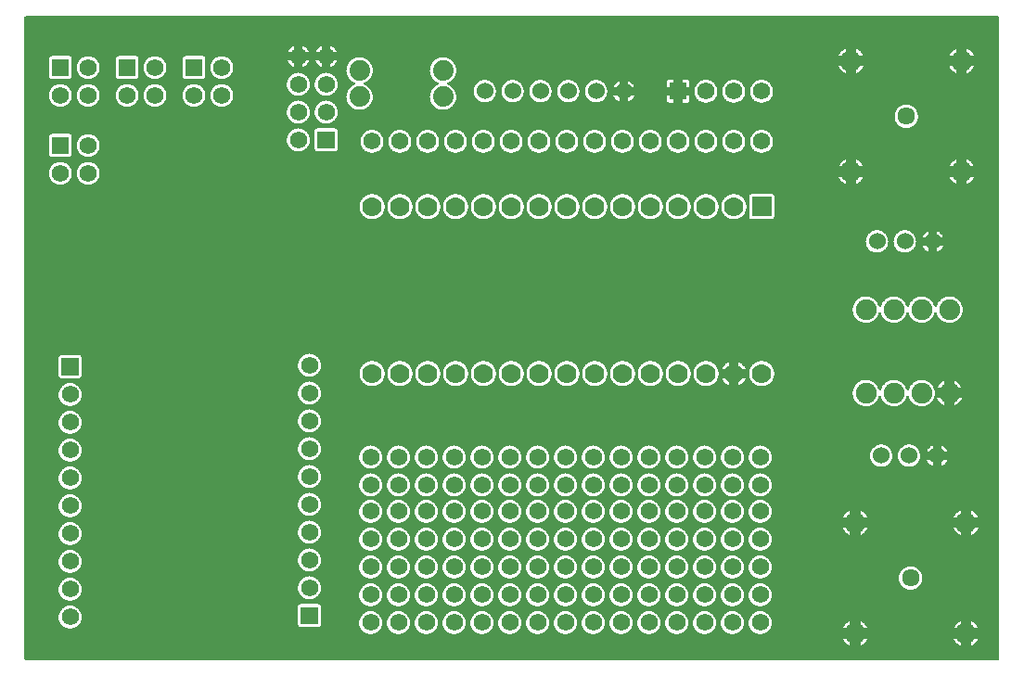
<source format=gbl>
G04 Layer: BottomLayer*
G04 EasyEDA v6.1.30, Mon, 13 May 2019 14:05:24 GMT*
G04 ec786ea291e64042a76a9efa09ec0a6e,e7f1f9e1ee6f4799bc2d14f0a93ba244,10*
G04 Gerber Generator version 0.2*
G04 Scale: 100 percent, Rotated: No, Reflected: No *
G04 Dimensions in inches *
G04 leading zeros omitted , absolute positions ,2 integer and 4 decimal *
%FSLAX24Y24*%
%MOIN*%
G90*
G70D02*

%ADD17C,0.062000*%
%ADD18R,0.062000X0.062000*%
%ADD20C,0.070000*%
%ADD21C,0.063500*%
%ADD22C,0.075500*%
%ADD23C,0.060000*%
%ADD24C,0.074000*%
%ADD25C,0.075000*%

%LPD*%
G36*
G01X35104Y23244D02*
G01X146Y23244D01*
G01X134Y23242D01*
G01X129Y23240D01*
G01X119Y23234D01*
G01X115Y23230D01*
G01X109Y23220D01*
G01X107Y23215D01*
G01X105Y23203D01*
G01X105Y146D01*
G01X107Y134D01*
G01X109Y129D01*
G01X115Y119D01*
G01X119Y115D01*
G01X129Y109D01*
G01X134Y107D01*
G01X146Y105D01*
G01X35104Y105D01*
G01X35109Y106D01*
G01X35115Y107D01*
G01X35120Y109D01*
G01X35130Y115D01*
G01X35134Y119D01*
G01X35140Y129D01*
G01X35142Y134D01*
G01X35143Y140D01*
G01X35143Y23209D01*
G01X35142Y23215D01*
G01X35140Y23220D01*
G01X35134Y23230D01*
G01X35130Y23234D01*
G01X35120Y23240D01*
G01X35115Y23242D01*
G01X35109Y23243D01*
G01X35104Y23244D01*
G37*

%LPC*%
G36*
G01X30369Y13175D02*
G01X30350Y13176D01*
G01X30310Y13174D01*
G01X30291Y13172D01*
G01X30271Y13169D01*
G01X30233Y13161D01*
G01X30214Y13156D01*
G01X30195Y13150D01*
G01X30176Y13143D01*
G01X30140Y13127D01*
G01X30123Y13118D01*
G01X30089Y13098D01*
G01X30073Y13087D01*
G01X30057Y13075D01*
G01X30042Y13063D01*
G01X30027Y13050D01*
G01X29999Y13022D01*
G01X29986Y13007D01*
G01X29974Y12992D01*
G01X29962Y12976D01*
G01X29951Y12960D01*
G01X29931Y12926D01*
G01X29922Y12909D01*
G01X29906Y12873D01*
G01X29899Y12854D01*
G01X29893Y12835D01*
G01X29888Y12816D01*
G01X29880Y12778D01*
G01X29877Y12758D01*
G01X29875Y12739D01*
G01X29874Y12719D01*
G01X29873Y12700D01*
G01X29875Y12660D01*
G01X29877Y12641D01*
G01X29880Y12621D01*
G01X29888Y12583D01*
G01X29893Y12564D01*
G01X29899Y12545D01*
G01X29906Y12526D01*
G01X29922Y12490D01*
G01X29931Y12473D01*
G01X29951Y12439D01*
G01X29962Y12423D01*
G01X29974Y12407D01*
G01X29986Y12392D01*
G01X29999Y12377D01*
G01X30027Y12349D01*
G01X30042Y12336D01*
G01X30057Y12324D01*
G01X30073Y12312D01*
G01X30089Y12301D01*
G01X30123Y12281D01*
G01X30140Y12272D01*
G01X30176Y12256D01*
G01X30195Y12249D01*
G01X30214Y12243D01*
G01X30233Y12238D01*
G01X30271Y12230D01*
G01X30291Y12227D01*
G01X30310Y12225D01*
G01X30350Y12223D01*
G01X30369Y12224D01*
G01X30389Y12225D01*
G01X30408Y12227D01*
G01X30428Y12230D01*
G01X30466Y12238D01*
G01X30485Y12243D01*
G01X30504Y12249D01*
G01X30540Y12263D01*
G01X30576Y12281D01*
G01X30593Y12290D01*
G01X30610Y12301D01*
G01X30626Y12312D01*
G01X30642Y12324D01*
G01X30657Y12336D01*
G01X30672Y12349D01*
G01X30686Y12363D01*
G01X30712Y12391D01*
G01X30725Y12407D01*
G01X30737Y12422D01*
G01X30748Y12439D01*
G01X30758Y12455D01*
G01X30768Y12472D01*
G01X30777Y12490D01*
G01X30793Y12526D01*
G01X30799Y12544D01*
G01X30811Y12582D01*
G01X30813Y12587D01*
G01X30815Y12593D01*
G01X30819Y12597D01*
G01X30823Y12602D01*
G01X30827Y12605D01*
G01X30832Y12608D01*
G01X30844Y12612D01*
G01X30855Y12612D01*
G01X30867Y12608D01*
G01X30872Y12605D01*
G01X30876Y12602D01*
G01X30880Y12597D01*
G01X30884Y12593D01*
G01X30886Y12587D01*
G01X30888Y12582D01*
G01X30900Y12544D01*
G01X30906Y12526D01*
G01X30922Y12490D01*
G01X30931Y12472D01*
G01X30941Y12455D01*
G01X30951Y12439D01*
G01X30962Y12422D01*
G01X30974Y12407D01*
G01X30987Y12391D01*
G01X31013Y12363D01*
G01X31027Y12349D01*
G01X31042Y12336D01*
G01X31057Y12324D01*
G01X31073Y12312D01*
G01X31089Y12301D01*
G01X31106Y12290D01*
G01X31123Y12281D01*
G01X31159Y12263D01*
G01X31195Y12249D01*
G01X31214Y12243D01*
G01X31233Y12238D01*
G01X31271Y12230D01*
G01X31291Y12227D01*
G01X31310Y12225D01*
G01X31350Y12223D01*
G01X31369Y12224D01*
G01X31389Y12225D01*
G01X31408Y12227D01*
G01X31428Y12230D01*
G01X31466Y12238D01*
G01X31485Y12243D01*
G01X31504Y12249D01*
G01X31540Y12263D01*
G01X31576Y12281D01*
G01X31593Y12290D01*
G01X31610Y12301D01*
G01X31626Y12312D01*
G01X31642Y12324D01*
G01X31657Y12336D01*
G01X31672Y12349D01*
G01X31686Y12363D01*
G01X31712Y12391D01*
G01X31725Y12407D01*
G01X31737Y12422D01*
G01X31748Y12439D01*
G01X31758Y12455D01*
G01X31768Y12472D01*
G01X31777Y12490D01*
G01X31793Y12526D01*
G01X31799Y12544D01*
G01X31811Y12582D01*
G01X31813Y12587D01*
G01X31815Y12593D01*
G01X31819Y12597D01*
G01X31823Y12602D01*
G01X31827Y12605D01*
G01X31832Y12608D01*
G01X31844Y12612D01*
G01X31855Y12612D01*
G01X31867Y12608D01*
G01X31872Y12605D01*
G01X31876Y12602D01*
G01X31880Y12597D01*
G01X31884Y12593D01*
G01X31886Y12587D01*
G01X31888Y12582D01*
G01X31900Y12544D01*
G01X31906Y12526D01*
G01X31922Y12490D01*
G01X31931Y12472D01*
G01X31941Y12455D01*
G01X31951Y12439D01*
G01X31962Y12422D01*
G01X31974Y12407D01*
G01X31987Y12391D01*
G01X32013Y12363D01*
G01X32027Y12349D01*
G01X32042Y12336D01*
G01X32057Y12324D01*
G01X32073Y12312D01*
G01X32089Y12301D01*
G01X32106Y12290D01*
G01X32123Y12281D01*
G01X32159Y12263D01*
G01X32195Y12249D01*
G01X32214Y12243D01*
G01X32233Y12238D01*
G01X32271Y12230D01*
G01X32291Y12227D01*
G01X32310Y12225D01*
G01X32350Y12223D01*
G01X32369Y12224D01*
G01X32389Y12225D01*
G01X32408Y12227D01*
G01X32428Y12230D01*
G01X32466Y12238D01*
G01X32485Y12243D01*
G01X32504Y12249D01*
G01X32540Y12263D01*
G01X32576Y12281D01*
G01X32593Y12290D01*
G01X32610Y12301D01*
G01X32626Y12312D01*
G01X32642Y12324D01*
G01X32657Y12336D01*
G01X32672Y12349D01*
G01X32686Y12363D01*
G01X32712Y12391D01*
G01X32725Y12407D01*
G01X32737Y12422D01*
G01X32748Y12439D01*
G01X32758Y12455D01*
G01X32768Y12472D01*
G01X32777Y12490D01*
G01X32793Y12526D01*
G01X32799Y12544D01*
G01X32811Y12582D01*
G01X32813Y12587D01*
G01X32815Y12593D01*
G01X32819Y12597D01*
G01X32823Y12602D01*
G01X32827Y12605D01*
G01X32832Y12608D01*
G01X32844Y12612D01*
G01X32855Y12612D01*
G01X32867Y12608D01*
G01X32872Y12605D01*
G01X32876Y12602D01*
G01X32880Y12597D01*
G01X32884Y12593D01*
G01X32886Y12587D01*
G01X32888Y12582D01*
G01X32900Y12544D01*
G01X32906Y12526D01*
G01X32922Y12490D01*
G01X32931Y12472D01*
G01X32941Y12455D01*
G01X32951Y12439D01*
G01X32962Y12422D01*
G01X32974Y12407D01*
G01X32987Y12391D01*
G01X33013Y12363D01*
G01X33027Y12349D01*
G01X33042Y12336D01*
G01X33057Y12324D01*
G01X33073Y12312D01*
G01X33089Y12301D01*
G01X33106Y12290D01*
G01X33123Y12281D01*
G01X33159Y12263D01*
G01X33195Y12249D01*
G01X33214Y12243D01*
G01X33233Y12238D01*
G01X33271Y12230D01*
G01X33291Y12227D01*
G01X33310Y12225D01*
G01X33350Y12223D01*
G01X33369Y12224D01*
G01X33389Y12225D01*
G01X33408Y12227D01*
G01X33428Y12230D01*
G01X33466Y12238D01*
G01X33485Y12243D01*
G01X33504Y12249D01*
G01X33523Y12256D01*
G01X33559Y12272D01*
G01X33576Y12281D01*
G01X33610Y12301D01*
G01X33626Y12312D01*
G01X33642Y12324D01*
G01X33657Y12336D01*
G01X33672Y12349D01*
G01X33700Y12377D01*
G01X33713Y12392D01*
G01X33725Y12407D01*
G01X33737Y12423D01*
G01X33748Y12439D01*
G01X33768Y12473D01*
G01X33777Y12490D01*
G01X33793Y12526D01*
G01X33800Y12545D01*
G01X33806Y12564D01*
G01X33811Y12583D01*
G01X33819Y12621D01*
G01X33822Y12641D01*
G01X33824Y12660D01*
G01X33826Y12700D01*
G01X33825Y12719D01*
G01X33824Y12739D01*
G01X33822Y12758D01*
G01X33819Y12778D01*
G01X33811Y12816D01*
G01X33806Y12835D01*
G01X33800Y12854D01*
G01X33793Y12873D01*
G01X33777Y12909D01*
G01X33768Y12926D01*
G01X33748Y12960D01*
G01X33737Y12976D01*
G01X33725Y12992D01*
G01X33713Y13007D01*
G01X33700Y13022D01*
G01X33672Y13050D01*
G01X33657Y13063D01*
G01X33642Y13075D01*
G01X33626Y13087D01*
G01X33610Y13098D01*
G01X33576Y13118D01*
G01X33559Y13127D01*
G01X33523Y13143D01*
G01X33504Y13150D01*
G01X33485Y13156D01*
G01X33466Y13161D01*
G01X33428Y13169D01*
G01X33408Y13172D01*
G01X33389Y13174D01*
G01X33369Y13175D01*
G01X33350Y13176D01*
G01X33310Y13174D01*
G01X33291Y13172D01*
G01X33271Y13169D01*
G01X33233Y13161D01*
G01X33214Y13156D01*
G01X33195Y13150D01*
G01X33159Y13136D01*
G01X33123Y13118D01*
G01X33106Y13109D01*
G01X33089Y13098D01*
G01X33073Y13087D01*
G01X33057Y13075D01*
G01X33042Y13063D01*
G01X33027Y13050D01*
G01X33013Y13036D01*
G01X32987Y13008D01*
G01X32974Y12992D01*
G01X32962Y12977D01*
G01X32951Y12960D01*
G01X32941Y12944D01*
G01X32931Y12927D01*
G01X32922Y12909D01*
G01X32906Y12873D01*
G01X32900Y12855D01*
G01X32888Y12817D01*
G01X32886Y12812D01*
G01X32884Y12806D01*
G01X32880Y12802D01*
G01X32876Y12797D01*
G01X32872Y12794D01*
G01X32867Y12791D01*
G01X32855Y12787D01*
G01X32844Y12787D01*
G01X32832Y12791D01*
G01X32827Y12794D01*
G01X32823Y12797D01*
G01X32819Y12802D01*
G01X32815Y12806D01*
G01X32813Y12812D01*
G01X32811Y12817D01*
G01X32799Y12855D01*
G01X32793Y12873D01*
G01X32777Y12909D01*
G01X32768Y12927D01*
G01X32758Y12944D01*
G01X32748Y12960D01*
G01X32737Y12977D01*
G01X32725Y12992D01*
G01X32712Y13008D01*
G01X32686Y13036D01*
G01X32672Y13050D01*
G01X32657Y13063D01*
G01X32642Y13075D01*
G01X32626Y13087D01*
G01X32610Y13098D01*
G01X32593Y13109D01*
G01X32576Y13118D01*
G01X32540Y13136D01*
G01X32504Y13150D01*
G01X32485Y13156D01*
G01X32466Y13161D01*
G01X32428Y13169D01*
G01X32408Y13172D01*
G01X32389Y13174D01*
G01X32369Y13175D01*
G01X32350Y13176D01*
G01X32310Y13174D01*
G01X32291Y13172D01*
G01X32271Y13169D01*
G01X32233Y13161D01*
G01X32214Y13156D01*
G01X32195Y13150D01*
G01X32159Y13136D01*
G01X32123Y13118D01*
G01X32106Y13109D01*
G01X32089Y13098D01*
G01X32073Y13087D01*
G01X32057Y13075D01*
G01X32042Y13063D01*
G01X32027Y13050D01*
G01X32013Y13036D01*
G01X31987Y13008D01*
G01X31974Y12992D01*
G01X31962Y12977D01*
G01X31951Y12960D01*
G01X31941Y12944D01*
G01X31931Y12927D01*
G01X31922Y12909D01*
G01X31906Y12873D01*
G01X31900Y12855D01*
G01X31888Y12817D01*
G01X31886Y12812D01*
G01X31884Y12806D01*
G01X31880Y12802D01*
G01X31876Y12797D01*
G01X31872Y12794D01*
G01X31867Y12791D01*
G01X31855Y12787D01*
G01X31844Y12787D01*
G01X31832Y12791D01*
G01X31827Y12794D01*
G01X31823Y12797D01*
G01X31819Y12802D01*
G01X31815Y12806D01*
G01X31813Y12812D01*
G01X31811Y12817D01*
G01X31799Y12855D01*
G01X31793Y12873D01*
G01X31777Y12909D01*
G01X31768Y12927D01*
G01X31758Y12944D01*
G01X31748Y12960D01*
G01X31737Y12977D01*
G01X31725Y12992D01*
G01X31712Y13008D01*
G01X31686Y13036D01*
G01X31672Y13050D01*
G01X31657Y13063D01*
G01X31642Y13075D01*
G01X31626Y13087D01*
G01X31610Y13098D01*
G01X31593Y13109D01*
G01X31576Y13118D01*
G01X31540Y13136D01*
G01X31504Y13150D01*
G01X31485Y13156D01*
G01X31466Y13161D01*
G01X31428Y13169D01*
G01X31408Y13172D01*
G01X31389Y13174D01*
G01X31369Y13175D01*
G01X31350Y13176D01*
G01X31310Y13174D01*
G01X31291Y13172D01*
G01X31271Y13169D01*
G01X31233Y13161D01*
G01X31214Y13156D01*
G01X31195Y13150D01*
G01X31159Y13136D01*
G01X31123Y13118D01*
G01X31106Y13109D01*
G01X31089Y13098D01*
G01X31073Y13087D01*
G01X31057Y13075D01*
G01X31042Y13063D01*
G01X31027Y13050D01*
G01X31013Y13036D01*
G01X30987Y13008D01*
G01X30974Y12992D01*
G01X30962Y12977D01*
G01X30951Y12960D01*
G01X30941Y12944D01*
G01X30931Y12927D01*
G01X30922Y12909D01*
G01X30906Y12873D01*
G01X30900Y12855D01*
G01X30888Y12817D01*
G01X30886Y12812D01*
G01X30884Y12806D01*
G01X30880Y12802D01*
G01X30876Y12797D01*
G01X30872Y12794D01*
G01X30867Y12791D01*
G01X30855Y12787D01*
G01X30844Y12787D01*
G01X30832Y12791D01*
G01X30827Y12794D01*
G01X30823Y12797D01*
G01X30819Y12802D01*
G01X30815Y12806D01*
G01X30813Y12812D01*
G01X30811Y12817D01*
G01X30799Y12855D01*
G01X30793Y12873D01*
G01X30777Y12909D01*
G01X30768Y12927D01*
G01X30758Y12944D01*
G01X30748Y12960D01*
G01X30737Y12977D01*
G01X30725Y12992D01*
G01X30712Y13008D01*
G01X30686Y13036D01*
G01X30672Y13050D01*
G01X30657Y13063D01*
G01X30642Y13075D01*
G01X30626Y13087D01*
G01X30610Y13098D01*
G01X30593Y13109D01*
G01X30576Y13118D01*
G01X30540Y13136D01*
G01X30504Y13150D01*
G01X30485Y13156D01*
G01X30466Y13161D01*
G01X30428Y13169D01*
G01X30408Y13172D01*
G01X30389Y13174D01*
G01X30369Y13175D01*
G37*
G36*
G01X30369Y10175D02*
G01X30350Y10176D01*
G01X30310Y10174D01*
G01X30291Y10172D01*
G01X30271Y10169D01*
G01X30233Y10161D01*
G01X30214Y10156D01*
G01X30195Y10150D01*
G01X30176Y10143D01*
G01X30140Y10127D01*
G01X30123Y10118D01*
G01X30089Y10098D01*
G01X30073Y10087D01*
G01X30057Y10075D01*
G01X30042Y10063D01*
G01X30027Y10050D01*
G01X29999Y10022D01*
G01X29986Y10007D01*
G01X29974Y9992D01*
G01X29962Y9976D01*
G01X29951Y9960D01*
G01X29931Y9926D01*
G01X29922Y9909D01*
G01X29906Y9873D01*
G01X29899Y9854D01*
G01X29893Y9835D01*
G01X29888Y9816D01*
G01X29880Y9778D01*
G01X29877Y9758D01*
G01X29875Y9739D01*
G01X29874Y9719D01*
G01X29873Y9700D01*
G01X29875Y9660D01*
G01X29877Y9641D01*
G01X29880Y9621D01*
G01X29888Y9583D01*
G01X29893Y9564D01*
G01X29899Y9545D01*
G01X29906Y9526D01*
G01X29922Y9490D01*
G01X29931Y9473D01*
G01X29951Y9439D01*
G01X29962Y9423D01*
G01X29974Y9407D01*
G01X29986Y9392D01*
G01X29999Y9377D01*
G01X30027Y9349D01*
G01X30042Y9336D01*
G01X30057Y9324D01*
G01X30073Y9312D01*
G01X30089Y9301D01*
G01X30123Y9281D01*
G01X30140Y9272D01*
G01X30176Y9256D01*
G01X30195Y9249D01*
G01X30214Y9243D01*
G01X30233Y9238D01*
G01X30271Y9230D01*
G01X30291Y9227D01*
G01X30310Y9225D01*
G01X30350Y9223D01*
G01X30369Y9224D01*
G01X30389Y9225D01*
G01X30408Y9227D01*
G01X30428Y9230D01*
G01X30466Y9238D01*
G01X30485Y9243D01*
G01X30504Y9249D01*
G01X30540Y9263D01*
G01X30576Y9281D01*
G01X30593Y9290D01*
G01X30610Y9301D01*
G01X30626Y9312D01*
G01X30642Y9324D01*
G01X30657Y9336D01*
G01X30672Y9349D01*
G01X30686Y9363D01*
G01X30712Y9391D01*
G01X30725Y9407D01*
G01X30737Y9422D01*
G01X30748Y9439D01*
G01X30758Y9455D01*
G01X30768Y9472D01*
G01X30777Y9490D01*
G01X30793Y9526D01*
G01X30799Y9544D01*
G01X30811Y9582D01*
G01X30813Y9587D01*
G01X30815Y9593D01*
G01X30819Y9597D01*
G01X30823Y9602D01*
G01X30827Y9605D01*
G01X30832Y9608D01*
G01X30844Y9612D01*
G01X30855Y9612D01*
G01X30867Y9608D01*
G01X30872Y9605D01*
G01X30876Y9602D01*
G01X30880Y9597D01*
G01X30884Y9593D01*
G01X30886Y9587D01*
G01X30888Y9582D01*
G01X30900Y9544D01*
G01X30906Y9526D01*
G01X30922Y9490D01*
G01X30931Y9472D01*
G01X30941Y9455D01*
G01X30951Y9439D01*
G01X30962Y9422D01*
G01X30974Y9407D01*
G01X30987Y9391D01*
G01X31013Y9363D01*
G01X31027Y9349D01*
G01X31042Y9336D01*
G01X31057Y9324D01*
G01X31073Y9312D01*
G01X31089Y9301D01*
G01X31106Y9290D01*
G01X31123Y9281D01*
G01X31159Y9263D01*
G01X31195Y9249D01*
G01X31214Y9243D01*
G01X31233Y9238D01*
G01X31271Y9230D01*
G01X31291Y9227D01*
G01X31310Y9225D01*
G01X31350Y9223D01*
G01X31369Y9224D01*
G01X31389Y9225D01*
G01X31408Y9227D01*
G01X31428Y9230D01*
G01X31466Y9238D01*
G01X31485Y9243D01*
G01X31504Y9249D01*
G01X31540Y9263D01*
G01X31576Y9281D01*
G01X31593Y9290D01*
G01X31610Y9301D01*
G01X31626Y9312D01*
G01X31642Y9324D01*
G01X31657Y9336D01*
G01X31672Y9349D01*
G01X31686Y9363D01*
G01X31712Y9391D01*
G01X31725Y9407D01*
G01X31737Y9422D01*
G01X31748Y9439D01*
G01X31758Y9455D01*
G01X31768Y9472D01*
G01X31777Y9490D01*
G01X31793Y9526D01*
G01X31799Y9544D01*
G01X31811Y9582D01*
G01X31813Y9587D01*
G01X31815Y9593D01*
G01X31819Y9597D01*
G01X31823Y9602D01*
G01X31827Y9605D01*
G01X31832Y9608D01*
G01X31844Y9612D01*
G01X31855Y9612D01*
G01X31867Y9608D01*
G01X31872Y9605D01*
G01X31876Y9602D01*
G01X31880Y9597D01*
G01X31884Y9593D01*
G01X31886Y9587D01*
G01X31888Y9582D01*
G01X31900Y9544D01*
G01X31906Y9526D01*
G01X31922Y9490D01*
G01X31931Y9472D01*
G01X31941Y9455D01*
G01X31951Y9439D01*
G01X31962Y9422D01*
G01X31974Y9407D01*
G01X31987Y9391D01*
G01X32013Y9363D01*
G01X32027Y9349D01*
G01X32042Y9336D01*
G01X32057Y9324D01*
G01X32073Y9312D01*
G01X32089Y9301D01*
G01X32106Y9290D01*
G01X32123Y9281D01*
G01X32159Y9263D01*
G01X32195Y9249D01*
G01X32214Y9243D01*
G01X32233Y9238D01*
G01X32271Y9230D01*
G01X32291Y9227D01*
G01X32310Y9225D01*
G01X32350Y9223D01*
G01X32369Y9224D01*
G01X32389Y9225D01*
G01X32408Y9227D01*
G01X32428Y9230D01*
G01X32466Y9238D01*
G01X32485Y9243D01*
G01X32504Y9249D01*
G01X32540Y9263D01*
G01X32576Y9281D01*
G01X32593Y9290D01*
G01X32610Y9301D01*
G01X32626Y9312D01*
G01X32642Y9324D01*
G01X32657Y9336D01*
G01X32672Y9349D01*
G01X32686Y9363D01*
G01X32712Y9391D01*
G01X32725Y9407D01*
G01X32737Y9422D01*
G01X32748Y9439D01*
G01X32758Y9455D01*
G01X32768Y9472D01*
G01X32777Y9490D01*
G01X32793Y9526D01*
G01X32799Y9544D01*
G01X32811Y9582D01*
G01X32815Y9601D01*
G01X32819Y9621D01*
G01X32822Y9640D01*
G01X32824Y9660D01*
G01X32825Y9699D01*
G01X32824Y9739D01*
G01X32822Y9759D01*
G01X32819Y9778D01*
G01X32815Y9798D01*
G01X32811Y9817D01*
G01X32799Y9855D01*
G01X32793Y9873D01*
G01X32777Y9909D01*
G01X32768Y9927D01*
G01X32758Y9944D01*
G01X32748Y9960D01*
G01X32737Y9977D01*
G01X32725Y9992D01*
G01X32712Y10008D01*
G01X32686Y10036D01*
G01X32672Y10050D01*
G01X32657Y10063D01*
G01X32642Y10075D01*
G01X32626Y10087D01*
G01X32610Y10098D01*
G01X32593Y10109D01*
G01X32576Y10118D01*
G01X32540Y10136D01*
G01X32504Y10150D01*
G01X32485Y10156D01*
G01X32466Y10161D01*
G01X32428Y10169D01*
G01X32408Y10172D01*
G01X32389Y10174D01*
G01X32369Y10175D01*
G01X32350Y10176D01*
G01X32310Y10174D01*
G01X32291Y10172D01*
G01X32271Y10169D01*
G01X32233Y10161D01*
G01X32214Y10156D01*
G01X32195Y10150D01*
G01X32159Y10136D01*
G01X32123Y10118D01*
G01X32106Y10109D01*
G01X32089Y10098D01*
G01X32073Y10087D01*
G01X32057Y10075D01*
G01X32042Y10063D01*
G01X32027Y10050D01*
G01X32013Y10036D01*
G01X31987Y10008D01*
G01X31974Y9992D01*
G01X31962Y9977D01*
G01X31951Y9960D01*
G01X31941Y9944D01*
G01X31931Y9927D01*
G01X31922Y9909D01*
G01X31906Y9873D01*
G01X31900Y9855D01*
G01X31888Y9817D01*
G01X31886Y9812D01*
G01X31884Y9806D01*
G01X31880Y9802D01*
G01X31876Y9797D01*
G01X31872Y9794D01*
G01X31867Y9791D01*
G01X31855Y9787D01*
G01X31844Y9787D01*
G01X31832Y9791D01*
G01X31827Y9794D01*
G01X31823Y9797D01*
G01X31819Y9802D01*
G01X31815Y9806D01*
G01X31813Y9812D01*
G01X31811Y9817D01*
G01X31799Y9855D01*
G01X31793Y9873D01*
G01X31777Y9909D01*
G01X31768Y9927D01*
G01X31758Y9944D01*
G01X31748Y9960D01*
G01X31737Y9977D01*
G01X31725Y9992D01*
G01X31712Y10008D01*
G01X31686Y10036D01*
G01X31672Y10050D01*
G01X31657Y10063D01*
G01X31642Y10075D01*
G01X31626Y10087D01*
G01X31610Y10098D01*
G01X31593Y10109D01*
G01X31576Y10118D01*
G01X31540Y10136D01*
G01X31504Y10150D01*
G01X31485Y10156D01*
G01X31466Y10161D01*
G01X31428Y10169D01*
G01X31408Y10172D01*
G01X31389Y10174D01*
G01X31369Y10175D01*
G01X31350Y10176D01*
G01X31310Y10174D01*
G01X31291Y10172D01*
G01X31271Y10169D01*
G01X31233Y10161D01*
G01X31214Y10156D01*
G01X31195Y10150D01*
G01X31159Y10136D01*
G01X31123Y10118D01*
G01X31106Y10109D01*
G01X31089Y10098D01*
G01X31073Y10087D01*
G01X31057Y10075D01*
G01X31042Y10063D01*
G01X31027Y10050D01*
G01X31013Y10036D01*
G01X30987Y10008D01*
G01X30974Y9992D01*
G01X30962Y9977D01*
G01X30951Y9960D01*
G01X30941Y9944D01*
G01X30931Y9927D01*
G01X30922Y9909D01*
G01X30906Y9873D01*
G01X30900Y9855D01*
G01X30888Y9817D01*
G01X30886Y9812D01*
G01X30884Y9806D01*
G01X30880Y9802D01*
G01X30876Y9797D01*
G01X30872Y9794D01*
G01X30867Y9791D01*
G01X30855Y9787D01*
G01X30844Y9787D01*
G01X30832Y9791D01*
G01X30827Y9794D01*
G01X30823Y9797D01*
G01X30819Y9802D01*
G01X30815Y9806D01*
G01X30813Y9812D01*
G01X30811Y9817D01*
G01X30799Y9855D01*
G01X30793Y9873D01*
G01X30777Y9909D01*
G01X30768Y9927D01*
G01X30758Y9944D01*
G01X30748Y9960D01*
G01X30737Y9977D01*
G01X30725Y9992D01*
G01X30712Y10008D01*
G01X30686Y10036D01*
G01X30672Y10050D01*
G01X30657Y10063D01*
G01X30642Y10075D01*
G01X30626Y10087D01*
G01X30610Y10098D01*
G01X30593Y10109D01*
G01X30576Y10118D01*
G01X30540Y10136D01*
G01X30504Y10150D01*
G01X30485Y10156D01*
G01X30466Y10161D01*
G01X30428Y10169D01*
G01X30408Y10172D01*
G01X30389Y10174D01*
G01X30369Y10175D01*
G37*
G36*
G01X15188Y21769D02*
G01X15150Y21771D01*
G01X15130Y21770D01*
G01X15111Y21769D01*
G01X15091Y21767D01*
G01X15072Y21764D01*
G01X15034Y21756D01*
G01X15015Y21751D01*
G01X14997Y21745D01*
G01X14978Y21738D01*
G01X14960Y21731D01*
G01X14943Y21723D01*
G01X14925Y21714D01*
G01X14908Y21704D01*
G01X14892Y21694D01*
G01X14876Y21683D01*
G01X14860Y21671D01*
G01X14845Y21659D01*
G01X14831Y21646D01*
G01X14816Y21633D01*
G01X14803Y21618D01*
G01X14790Y21604D01*
G01X14778Y21589D01*
G01X14766Y21573D01*
G01X14755Y21557D01*
G01X14745Y21541D01*
G01X14735Y21524D01*
G01X14726Y21506D01*
G01X14718Y21489D01*
G01X14711Y21471D01*
G01X14704Y21452D01*
G01X14698Y21434D01*
G01X14693Y21415D01*
G01X14685Y21377D01*
G01X14682Y21358D01*
G01X14680Y21338D01*
G01X14678Y21300D01*
G01X14678Y21299D01*
G01X14680Y21259D01*
G01X14682Y21239D01*
G01X14685Y21220D01*
G01X14689Y21200D01*
G01X14694Y21180D01*
G01X14699Y21161D01*
G01X14713Y21123D01*
G01X14729Y21087D01*
G01X14739Y21069D01*
G01X14749Y21052D01*
G01X14760Y21035D01*
G01X14771Y21019D01*
G01X14797Y20987D01*
G01X14810Y20973D01*
G01X14825Y20958D01*
G01X14839Y20945D01*
G01X14855Y20932D01*
G01X14887Y20908D01*
G01X14904Y20897D01*
G01X14921Y20887D01*
G01X14957Y20869D01*
G01X14976Y20862D01*
G01X14986Y20856D01*
G01X14990Y20852D01*
G01X14994Y20847D01*
G01X14997Y20842D01*
G01X15001Y20830D01*
G01X15001Y20819D01*
G01X14997Y20807D01*
G01X14994Y20802D01*
G01X14990Y20797D01*
G01X14986Y20793D01*
G01X14976Y20787D01*
G01X14957Y20780D01*
G01X14921Y20762D01*
G01X14904Y20752D01*
G01X14887Y20741D01*
G01X14855Y20717D01*
G01X14839Y20704D01*
G01X14825Y20691D01*
G01X14810Y20676D01*
G01X14797Y20662D01*
G01X14771Y20630D01*
G01X14760Y20614D01*
G01X14749Y20597D01*
G01X14739Y20580D01*
G01X14729Y20562D01*
G01X14713Y20526D01*
G01X14699Y20488D01*
G01X14694Y20469D01*
G01X14689Y20449D01*
G01X14685Y20429D01*
G01X14682Y20410D01*
G01X14680Y20390D01*
G01X14679Y20370D01*
G01X14678Y20349D01*
G01X14679Y20330D01*
G01X14680Y20311D01*
G01X14682Y20291D01*
G01X14685Y20272D01*
G01X14693Y20234D01*
G01X14698Y20215D01*
G01X14704Y20197D01*
G01X14711Y20178D01*
G01X14718Y20160D01*
G01X14726Y20143D01*
G01X14735Y20125D01*
G01X14745Y20108D01*
G01X14755Y20092D01*
G01X14766Y20076D01*
G01X14778Y20060D01*
G01X14790Y20045D01*
G01X14803Y20031D01*
G01X14816Y20016D01*
G01X14831Y20003D01*
G01X14845Y19990D01*
G01X14860Y19978D01*
G01X14876Y19966D01*
G01X14892Y19955D01*
G01X14908Y19945D01*
G01X14925Y19935D01*
G01X14943Y19926D01*
G01X14960Y19918D01*
G01X14978Y19911D01*
G01X14997Y19904D01*
G01X15015Y19898D01*
G01X15034Y19893D01*
G01X15072Y19885D01*
G01X15091Y19882D01*
G01X15111Y19880D01*
G01X15130Y19879D01*
G01X15150Y19878D01*
G01X15188Y19880D01*
G01X15208Y19882D01*
G01X15227Y19885D01*
G01X15265Y19893D01*
G01X15284Y19898D01*
G01X15302Y19904D01*
G01X15321Y19911D01*
G01X15339Y19918D01*
G01X15356Y19926D01*
G01X15374Y19935D01*
G01X15391Y19945D01*
G01X15407Y19955D01*
G01X15423Y19966D01*
G01X15439Y19978D01*
G01X15454Y19990D01*
G01X15468Y20003D01*
G01X15483Y20016D01*
G01X15496Y20031D01*
G01X15509Y20045D01*
G01X15521Y20060D01*
G01X15533Y20076D01*
G01X15544Y20092D01*
G01X15554Y20108D01*
G01X15564Y20125D01*
G01X15573Y20143D01*
G01X15581Y20160D01*
G01X15588Y20178D01*
G01X15595Y20197D01*
G01X15601Y20215D01*
G01X15606Y20234D01*
G01X15614Y20272D01*
G01X15617Y20291D01*
G01X15619Y20311D01*
G01X15620Y20330D01*
G01X15621Y20350D01*
G01X15619Y20390D01*
G01X15617Y20410D01*
G01X15614Y20429D01*
G01X15610Y20449D01*
G01X15605Y20469D01*
G01X15600Y20488D01*
G01X15586Y20526D01*
G01X15570Y20562D01*
G01X15560Y20580D01*
G01X15550Y20597D01*
G01X15539Y20614D01*
G01X15528Y20630D01*
G01X15502Y20662D01*
G01X15489Y20676D01*
G01X15474Y20691D01*
G01X15460Y20704D01*
G01X15444Y20717D01*
G01X15412Y20741D01*
G01X15395Y20752D01*
G01X15378Y20762D01*
G01X15342Y20780D01*
G01X15323Y20787D01*
G01X15313Y20793D01*
G01X15309Y20797D01*
G01X15305Y20802D01*
G01X15302Y20807D01*
G01X15298Y20819D01*
G01X15298Y20830D01*
G01X15302Y20842D01*
G01X15305Y20847D01*
G01X15309Y20852D01*
G01X15313Y20856D01*
G01X15323Y20862D01*
G01X15342Y20869D01*
G01X15378Y20887D01*
G01X15395Y20897D01*
G01X15412Y20908D01*
G01X15444Y20932D01*
G01X15460Y20945D01*
G01X15474Y20958D01*
G01X15489Y20973D01*
G01X15502Y20987D01*
G01X15528Y21019D01*
G01X15539Y21035D01*
G01X15550Y21052D01*
G01X15560Y21069D01*
G01X15570Y21087D01*
G01X15586Y21123D01*
G01X15600Y21161D01*
G01X15605Y21180D01*
G01X15610Y21200D01*
G01X15614Y21220D01*
G01X15617Y21239D01*
G01X15619Y21259D01*
G01X15620Y21279D01*
G01X15621Y21300D01*
G01X15619Y21338D01*
G01X15617Y21358D01*
G01X15614Y21377D01*
G01X15606Y21415D01*
G01X15601Y21434D01*
G01X15595Y21452D01*
G01X15588Y21471D01*
G01X15581Y21489D01*
G01X15573Y21506D01*
G01X15564Y21524D01*
G01X15554Y21541D01*
G01X15544Y21557D01*
G01X15533Y21573D01*
G01X15521Y21589D01*
G01X15509Y21604D01*
G01X15496Y21618D01*
G01X15483Y21633D01*
G01X15468Y21646D01*
G01X15454Y21659D01*
G01X15439Y21671D01*
G01X15423Y21683D01*
G01X15407Y21694D01*
G01X15391Y21704D01*
G01X15374Y21714D01*
G01X15356Y21723D01*
G01X15339Y21731D01*
G01X15321Y21738D01*
G01X15302Y21745D01*
G01X15284Y21751D01*
G01X15265Y21756D01*
G01X15227Y21764D01*
G01X15208Y21767D01*
G01X15188Y21769D01*
G37*
G36*
G01X12188Y21769D02*
G01X12150Y21771D01*
G01X12130Y21770D01*
G01X12111Y21769D01*
G01X12091Y21767D01*
G01X12072Y21764D01*
G01X12034Y21756D01*
G01X12015Y21751D01*
G01X11997Y21745D01*
G01X11978Y21738D01*
G01X11960Y21731D01*
G01X11943Y21723D01*
G01X11925Y21714D01*
G01X11908Y21704D01*
G01X11892Y21694D01*
G01X11876Y21683D01*
G01X11860Y21671D01*
G01X11845Y21659D01*
G01X11831Y21646D01*
G01X11816Y21633D01*
G01X11803Y21618D01*
G01X11790Y21604D01*
G01X11778Y21589D01*
G01X11766Y21573D01*
G01X11755Y21557D01*
G01X11745Y21541D01*
G01X11735Y21524D01*
G01X11726Y21506D01*
G01X11718Y21489D01*
G01X11711Y21471D01*
G01X11704Y21452D01*
G01X11698Y21434D01*
G01X11693Y21415D01*
G01X11685Y21377D01*
G01X11682Y21358D01*
G01X11680Y21338D01*
G01X11678Y21300D01*
G01X11678Y21299D01*
G01X11680Y21259D01*
G01X11682Y21239D01*
G01X11685Y21220D01*
G01X11689Y21200D01*
G01X11694Y21180D01*
G01X11699Y21161D01*
G01X11713Y21123D01*
G01X11729Y21087D01*
G01X11739Y21069D01*
G01X11749Y21052D01*
G01X11760Y21035D01*
G01X11771Y21019D01*
G01X11797Y20987D01*
G01X11810Y20973D01*
G01X11825Y20958D01*
G01X11839Y20945D01*
G01X11855Y20932D01*
G01X11887Y20908D01*
G01X11904Y20897D01*
G01X11921Y20887D01*
G01X11957Y20869D01*
G01X11976Y20862D01*
G01X11986Y20856D01*
G01X11990Y20852D01*
G01X11994Y20847D01*
G01X11997Y20842D01*
G01X12001Y20830D01*
G01X12001Y20819D01*
G01X11997Y20807D01*
G01X11994Y20802D01*
G01X11990Y20797D01*
G01X11986Y20793D01*
G01X11976Y20787D01*
G01X11957Y20780D01*
G01X11921Y20762D01*
G01X11904Y20752D01*
G01X11887Y20741D01*
G01X11855Y20717D01*
G01X11839Y20704D01*
G01X11825Y20691D01*
G01X11810Y20676D01*
G01X11797Y20662D01*
G01X11771Y20630D01*
G01X11760Y20614D01*
G01X11749Y20597D01*
G01X11739Y20580D01*
G01X11729Y20562D01*
G01X11713Y20526D01*
G01X11699Y20488D01*
G01X11694Y20469D01*
G01X11689Y20449D01*
G01X11685Y20429D01*
G01X11682Y20410D01*
G01X11680Y20390D01*
G01X11679Y20370D01*
G01X11678Y20349D01*
G01X11679Y20330D01*
G01X11680Y20311D01*
G01X11682Y20291D01*
G01X11685Y20272D01*
G01X11693Y20234D01*
G01X11698Y20215D01*
G01X11704Y20197D01*
G01X11711Y20178D01*
G01X11718Y20160D01*
G01X11726Y20143D01*
G01X11735Y20125D01*
G01X11745Y20108D01*
G01X11755Y20092D01*
G01X11766Y20076D01*
G01X11778Y20060D01*
G01X11790Y20045D01*
G01X11803Y20031D01*
G01X11816Y20016D01*
G01X11831Y20003D01*
G01X11845Y19990D01*
G01X11860Y19978D01*
G01X11876Y19966D01*
G01X11892Y19955D01*
G01X11908Y19945D01*
G01X11925Y19935D01*
G01X11943Y19926D01*
G01X11960Y19918D01*
G01X11978Y19911D01*
G01X11997Y19904D01*
G01X12015Y19898D01*
G01X12034Y19893D01*
G01X12072Y19885D01*
G01X12091Y19882D01*
G01X12111Y19880D01*
G01X12130Y19879D01*
G01X12150Y19878D01*
G01X12188Y19880D01*
G01X12208Y19882D01*
G01X12227Y19885D01*
G01X12265Y19893D01*
G01X12284Y19898D01*
G01X12302Y19904D01*
G01X12321Y19911D01*
G01X12339Y19918D01*
G01X12356Y19926D01*
G01X12374Y19935D01*
G01X12391Y19945D01*
G01X12407Y19955D01*
G01X12423Y19966D01*
G01X12439Y19978D01*
G01X12454Y19990D01*
G01X12468Y20003D01*
G01X12483Y20016D01*
G01X12496Y20031D01*
G01X12509Y20045D01*
G01X12521Y20060D01*
G01X12533Y20076D01*
G01X12544Y20092D01*
G01X12554Y20108D01*
G01X12564Y20125D01*
G01X12573Y20143D01*
G01X12581Y20160D01*
G01X12588Y20178D01*
G01X12595Y20197D01*
G01X12601Y20215D01*
G01X12606Y20234D01*
G01X12614Y20272D01*
G01X12617Y20291D01*
G01X12619Y20311D01*
G01X12620Y20330D01*
G01X12621Y20350D01*
G01X12619Y20390D01*
G01X12617Y20410D01*
G01X12614Y20429D01*
G01X12610Y20449D01*
G01X12605Y20469D01*
G01X12600Y20488D01*
G01X12586Y20526D01*
G01X12570Y20562D01*
G01X12560Y20580D01*
G01X12550Y20597D01*
G01X12539Y20614D01*
G01X12528Y20630D01*
G01X12502Y20662D01*
G01X12489Y20676D01*
G01X12474Y20691D01*
G01X12460Y20704D01*
G01X12444Y20717D01*
G01X12412Y20741D01*
G01X12395Y20752D01*
G01X12378Y20762D01*
G01X12342Y20780D01*
G01X12323Y20787D01*
G01X12313Y20793D01*
G01X12309Y20797D01*
G01X12305Y20802D01*
G01X12302Y20807D01*
G01X12298Y20819D01*
G01X12298Y20830D01*
G01X12302Y20842D01*
G01X12305Y20847D01*
G01X12309Y20852D01*
G01X12313Y20856D01*
G01X12323Y20862D01*
G01X12342Y20869D01*
G01X12378Y20887D01*
G01X12395Y20897D01*
G01X12412Y20908D01*
G01X12444Y20932D01*
G01X12460Y20945D01*
G01X12474Y20958D01*
G01X12489Y20973D01*
G01X12502Y20987D01*
G01X12528Y21019D01*
G01X12539Y21035D01*
G01X12550Y21052D01*
G01X12560Y21069D01*
G01X12570Y21087D01*
G01X12586Y21123D01*
G01X12600Y21161D01*
G01X12605Y21180D01*
G01X12610Y21200D01*
G01X12614Y21220D01*
G01X12617Y21239D01*
G01X12619Y21259D01*
G01X12620Y21279D01*
G01X12621Y21300D01*
G01X12619Y21338D01*
G01X12617Y21358D01*
G01X12614Y21377D01*
G01X12606Y21415D01*
G01X12601Y21434D01*
G01X12595Y21452D01*
G01X12588Y21471D01*
G01X12581Y21489D01*
G01X12573Y21506D01*
G01X12564Y21524D01*
G01X12554Y21541D01*
G01X12544Y21557D01*
G01X12533Y21573D01*
G01X12521Y21589D01*
G01X12509Y21604D01*
G01X12496Y21618D01*
G01X12483Y21633D01*
G01X12468Y21646D01*
G01X12454Y21659D01*
G01X12439Y21671D01*
G01X12423Y21683D01*
G01X12407Y21694D01*
G01X12391Y21704D01*
G01X12374Y21714D01*
G01X12356Y21723D01*
G01X12339Y21731D01*
G01X12321Y21738D01*
G01X12302Y21745D01*
G01X12284Y21751D01*
G01X12265Y21756D01*
G01X12227Y21764D01*
G01X12208Y21767D01*
G01X12188Y21769D01*
G37*
G36*
G01X26638Y10849D02*
G01X26600Y10851D01*
G01X26580Y10850D01*
G01X26561Y10849D01*
G01X26542Y10847D01*
G01X26523Y10844D01*
G01X26504Y10840D01*
G01X26486Y10836D01*
G01X26467Y10831D01*
G01X26449Y10825D01*
G01X26431Y10818D01*
G01X26414Y10810D01*
G01X26396Y10802D01*
G01X26380Y10793D01*
G01X26363Y10784D01*
G01X26331Y10762D01*
G01X26316Y10750D01*
G01X26302Y10738D01*
G01X26287Y10725D01*
G01X26274Y10712D01*
G01X26261Y10697D01*
G01X26249Y10683D01*
G01X26237Y10668D01*
G01X26215Y10636D01*
G01X26206Y10619D01*
G01X26197Y10603D01*
G01X26189Y10585D01*
G01X26181Y10568D01*
G01X26174Y10550D01*
G01X26168Y10532D01*
G01X26163Y10513D01*
G01X26159Y10495D01*
G01X26155Y10476D01*
G01X26152Y10457D01*
G01X26150Y10438D01*
G01X26149Y10419D01*
G01X26148Y10399D01*
G01X26149Y10380D01*
G01X26150Y10361D01*
G01X26152Y10342D01*
G01X26155Y10323D01*
G01X26159Y10304D01*
G01X26163Y10286D01*
G01X26168Y10267D01*
G01X26174Y10249D01*
G01X26181Y10231D01*
G01X26189Y10214D01*
G01X26197Y10196D01*
G01X26206Y10180D01*
G01X26215Y10163D01*
G01X26237Y10131D01*
G01X26249Y10116D01*
G01X26261Y10102D01*
G01X26274Y10087D01*
G01X26287Y10074D01*
G01X26302Y10061D01*
G01X26316Y10049D01*
G01X26331Y10037D01*
G01X26363Y10015D01*
G01X26380Y10006D01*
G01X26396Y9997D01*
G01X26414Y9989D01*
G01X26431Y9981D01*
G01X26449Y9974D01*
G01X26467Y9968D01*
G01X26486Y9963D01*
G01X26504Y9959D01*
G01X26523Y9955D01*
G01X26542Y9952D01*
G01X26561Y9950D01*
G01X26580Y9949D01*
G01X26600Y9948D01*
G01X26638Y9950D01*
G01X26657Y9952D01*
G01X26676Y9955D01*
G01X26695Y9959D01*
G01X26713Y9963D01*
G01X26732Y9968D01*
G01X26750Y9974D01*
G01X26768Y9981D01*
G01X26785Y9989D01*
G01X26803Y9997D01*
G01X26819Y10006D01*
G01X26836Y10015D01*
G01X26868Y10037D01*
G01X26883Y10049D01*
G01X26897Y10061D01*
G01X26912Y10074D01*
G01X26925Y10087D01*
G01X26938Y10102D01*
G01X26950Y10116D01*
G01X26962Y10131D01*
G01X26984Y10163D01*
G01X26993Y10180D01*
G01X27002Y10196D01*
G01X27010Y10214D01*
G01X27018Y10231D01*
G01X27025Y10249D01*
G01X27031Y10267D01*
G01X27036Y10286D01*
G01X27040Y10304D01*
G01X27044Y10323D01*
G01X27047Y10342D01*
G01X27049Y10361D01*
G01X27050Y10380D01*
G01X27051Y10400D01*
G01X27049Y10438D01*
G01X27047Y10457D01*
G01X27044Y10476D01*
G01X27040Y10495D01*
G01X27036Y10513D01*
G01X27031Y10532D01*
G01X27025Y10550D01*
G01X27018Y10568D01*
G01X27010Y10585D01*
G01X27002Y10603D01*
G01X26993Y10619D01*
G01X26984Y10636D01*
G01X26962Y10668D01*
G01X26950Y10683D01*
G01X26938Y10697D01*
G01X26925Y10712D01*
G01X26912Y10725D01*
G01X26897Y10738D01*
G01X26883Y10750D01*
G01X26868Y10762D01*
G01X26836Y10784D01*
G01X26819Y10793D01*
G01X26803Y10802D01*
G01X26785Y10810D01*
G01X26768Y10818D01*
G01X26750Y10825D01*
G01X26732Y10831D01*
G01X26713Y10836D01*
G01X26695Y10840D01*
G01X26676Y10844D01*
G01X26657Y10847D01*
G01X26638Y10849D01*
G37*
G36*
G01X14638Y10849D02*
G01X14600Y10851D01*
G01X14580Y10850D01*
G01X14561Y10849D01*
G01X14542Y10847D01*
G01X14523Y10844D01*
G01X14504Y10840D01*
G01X14486Y10836D01*
G01X14467Y10831D01*
G01X14449Y10825D01*
G01X14431Y10818D01*
G01X14414Y10810D01*
G01X14396Y10802D01*
G01X14380Y10793D01*
G01X14363Y10784D01*
G01X14331Y10762D01*
G01X14316Y10750D01*
G01X14302Y10738D01*
G01X14287Y10725D01*
G01X14274Y10712D01*
G01X14261Y10697D01*
G01X14249Y10683D01*
G01X14237Y10668D01*
G01X14215Y10636D01*
G01X14206Y10619D01*
G01X14197Y10603D01*
G01X14189Y10585D01*
G01X14181Y10568D01*
G01X14174Y10550D01*
G01X14168Y10532D01*
G01X14163Y10513D01*
G01X14159Y10495D01*
G01X14155Y10476D01*
G01X14152Y10457D01*
G01X14150Y10438D01*
G01X14149Y10419D01*
G01X14148Y10399D01*
G01X14149Y10380D01*
G01X14150Y10361D01*
G01X14152Y10342D01*
G01X14155Y10323D01*
G01X14159Y10304D01*
G01X14163Y10286D01*
G01X14168Y10267D01*
G01X14174Y10249D01*
G01X14181Y10231D01*
G01X14189Y10214D01*
G01X14197Y10196D01*
G01X14206Y10180D01*
G01X14215Y10163D01*
G01X14237Y10131D01*
G01X14249Y10116D01*
G01X14261Y10102D01*
G01X14274Y10087D01*
G01X14287Y10074D01*
G01X14302Y10061D01*
G01X14316Y10049D01*
G01X14331Y10037D01*
G01X14363Y10015D01*
G01X14380Y10006D01*
G01X14396Y9997D01*
G01X14414Y9989D01*
G01X14431Y9981D01*
G01X14449Y9974D01*
G01X14467Y9968D01*
G01X14486Y9963D01*
G01X14504Y9959D01*
G01X14523Y9955D01*
G01X14542Y9952D01*
G01X14561Y9950D01*
G01X14580Y9949D01*
G01X14600Y9948D01*
G01X14638Y9950D01*
G01X14657Y9952D01*
G01X14676Y9955D01*
G01X14695Y9959D01*
G01X14713Y9963D01*
G01X14732Y9968D01*
G01X14750Y9974D01*
G01X14768Y9981D01*
G01X14785Y9989D01*
G01X14803Y9997D01*
G01X14819Y10006D01*
G01X14836Y10015D01*
G01X14868Y10037D01*
G01X14883Y10049D01*
G01X14897Y10061D01*
G01X14912Y10074D01*
G01X14925Y10087D01*
G01X14938Y10102D01*
G01X14950Y10116D01*
G01X14962Y10131D01*
G01X14984Y10163D01*
G01X14993Y10180D01*
G01X15002Y10196D01*
G01X15010Y10214D01*
G01X15018Y10231D01*
G01X15025Y10249D01*
G01X15031Y10267D01*
G01X15036Y10286D01*
G01X15040Y10304D01*
G01X15044Y10323D01*
G01X15047Y10342D01*
G01X15049Y10361D01*
G01X15050Y10380D01*
G01X15051Y10400D01*
G01X15049Y10438D01*
G01X15047Y10457D01*
G01X15044Y10476D01*
G01X15040Y10495D01*
G01X15036Y10513D01*
G01X15031Y10532D01*
G01X15025Y10550D01*
G01X15018Y10568D01*
G01X15010Y10585D01*
G01X15002Y10603D01*
G01X14993Y10619D01*
G01X14984Y10636D01*
G01X14962Y10668D01*
G01X14950Y10683D01*
G01X14938Y10697D01*
G01X14925Y10712D01*
G01X14912Y10725D01*
G01X14897Y10738D01*
G01X14883Y10750D01*
G01X14868Y10762D01*
G01X14836Y10784D01*
G01X14819Y10793D01*
G01X14803Y10802D01*
G01X14785Y10810D01*
G01X14768Y10818D01*
G01X14750Y10825D01*
G01X14732Y10831D01*
G01X14713Y10836D01*
G01X14695Y10840D01*
G01X14676Y10844D01*
G01X14657Y10847D01*
G01X14638Y10849D01*
G37*
G36*
G01X24638Y10849D02*
G01X24600Y10851D01*
G01X24580Y10850D01*
G01X24561Y10849D01*
G01X24542Y10847D01*
G01X24523Y10844D01*
G01X24504Y10840D01*
G01X24486Y10836D01*
G01X24467Y10831D01*
G01X24449Y10825D01*
G01X24431Y10818D01*
G01X24414Y10810D01*
G01X24396Y10802D01*
G01X24380Y10793D01*
G01X24363Y10784D01*
G01X24331Y10762D01*
G01X24316Y10750D01*
G01X24302Y10738D01*
G01X24287Y10725D01*
G01X24274Y10712D01*
G01X24261Y10697D01*
G01X24249Y10683D01*
G01X24237Y10668D01*
G01X24215Y10636D01*
G01X24206Y10619D01*
G01X24197Y10603D01*
G01X24189Y10585D01*
G01X24181Y10568D01*
G01X24174Y10550D01*
G01X24168Y10532D01*
G01X24163Y10513D01*
G01X24159Y10495D01*
G01X24155Y10476D01*
G01X24152Y10457D01*
G01X24150Y10438D01*
G01X24149Y10419D01*
G01X24148Y10399D01*
G01X24149Y10380D01*
G01X24150Y10361D01*
G01X24152Y10342D01*
G01X24155Y10323D01*
G01X24159Y10304D01*
G01X24163Y10286D01*
G01X24168Y10267D01*
G01X24174Y10249D01*
G01X24181Y10231D01*
G01X24189Y10214D01*
G01X24197Y10196D01*
G01X24206Y10180D01*
G01X24215Y10163D01*
G01X24237Y10131D01*
G01X24249Y10116D01*
G01X24261Y10102D01*
G01X24274Y10087D01*
G01X24287Y10074D01*
G01X24302Y10061D01*
G01X24316Y10049D01*
G01X24331Y10037D01*
G01X24363Y10015D01*
G01X24380Y10006D01*
G01X24396Y9997D01*
G01X24414Y9989D01*
G01X24431Y9981D01*
G01X24449Y9974D01*
G01X24467Y9968D01*
G01X24486Y9963D01*
G01X24504Y9959D01*
G01X24523Y9955D01*
G01X24542Y9952D01*
G01X24561Y9950D01*
G01X24580Y9949D01*
G01X24600Y9948D01*
G01X24638Y9950D01*
G01X24657Y9952D01*
G01X24676Y9955D01*
G01X24695Y9959D01*
G01X24713Y9963D01*
G01X24732Y9968D01*
G01X24750Y9974D01*
G01X24768Y9981D01*
G01X24785Y9989D01*
G01X24803Y9997D01*
G01X24819Y10006D01*
G01X24836Y10015D01*
G01X24868Y10037D01*
G01X24883Y10049D01*
G01X24897Y10061D01*
G01X24912Y10074D01*
G01X24925Y10087D01*
G01X24938Y10102D01*
G01X24950Y10116D01*
G01X24962Y10131D01*
G01X24984Y10163D01*
G01X24993Y10180D01*
G01X25002Y10196D01*
G01X25010Y10214D01*
G01X25018Y10231D01*
G01X25025Y10249D01*
G01X25031Y10267D01*
G01X25036Y10286D01*
G01X25040Y10304D01*
G01X25044Y10323D01*
G01X25047Y10342D01*
G01X25049Y10361D01*
G01X25050Y10380D01*
G01X25051Y10400D01*
G01X25049Y10438D01*
G01X25047Y10457D01*
G01X25044Y10476D01*
G01X25040Y10495D01*
G01X25036Y10513D01*
G01X25031Y10532D01*
G01X25025Y10550D01*
G01X25018Y10568D01*
G01X25010Y10585D01*
G01X25002Y10603D01*
G01X24993Y10619D01*
G01X24984Y10636D01*
G01X24962Y10668D01*
G01X24950Y10683D01*
G01X24938Y10697D01*
G01X24925Y10712D01*
G01X24912Y10725D01*
G01X24897Y10738D01*
G01X24883Y10750D01*
G01X24868Y10762D01*
G01X24836Y10784D01*
G01X24819Y10793D01*
G01X24803Y10802D01*
G01X24785Y10810D01*
G01X24768Y10818D01*
G01X24750Y10825D01*
G01X24732Y10831D01*
G01X24713Y10836D01*
G01X24695Y10840D01*
G01X24676Y10844D01*
G01X24657Y10847D01*
G01X24638Y10849D01*
G37*
G36*
G01X17638Y16849D02*
G01X17600Y16851D01*
G01X17580Y16850D01*
G01X17561Y16849D01*
G01X17542Y16847D01*
G01X17523Y16844D01*
G01X17504Y16840D01*
G01X17486Y16836D01*
G01X17467Y16831D01*
G01X17449Y16825D01*
G01X17431Y16818D01*
G01X17414Y16810D01*
G01X17396Y16802D01*
G01X17380Y16793D01*
G01X17363Y16784D01*
G01X17331Y16762D01*
G01X17316Y16750D01*
G01X17302Y16738D01*
G01X17287Y16725D01*
G01X17274Y16712D01*
G01X17261Y16697D01*
G01X17249Y16683D01*
G01X17237Y16668D01*
G01X17215Y16636D01*
G01X17206Y16619D01*
G01X17197Y16603D01*
G01X17189Y16585D01*
G01X17181Y16568D01*
G01X17174Y16550D01*
G01X17168Y16532D01*
G01X17163Y16513D01*
G01X17159Y16495D01*
G01X17155Y16476D01*
G01X17152Y16457D01*
G01X17150Y16438D01*
G01X17149Y16419D01*
G01X17148Y16399D01*
G01X17149Y16380D01*
G01X17150Y16361D01*
G01X17152Y16342D01*
G01X17155Y16323D01*
G01X17159Y16304D01*
G01X17163Y16286D01*
G01X17168Y16267D01*
G01X17174Y16249D01*
G01X17181Y16231D01*
G01X17189Y16214D01*
G01X17197Y16196D01*
G01X17206Y16180D01*
G01X17215Y16163D01*
G01X17237Y16131D01*
G01X17249Y16116D01*
G01X17261Y16102D01*
G01X17274Y16087D01*
G01X17287Y16074D01*
G01X17302Y16061D01*
G01X17316Y16049D01*
G01X17331Y16037D01*
G01X17363Y16015D01*
G01X17380Y16006D01*
G01X17396Y15997D01*
G01X17414Y15989D01*
G01X17431Y15981D01*
G01X17449Y15974D01*
G01X17467Y15968D01*
G01X17486Y15963D01*
G01X17504Y15959D01*
G01X17523Y15955D01*
G01X17542Y15952D01*
G01X17561Y15950D01*
G01X17580Y15949D01*
G01X17600Y15948D01*
G01X17638Y15950D01*
G01X17657Y15952D01*
G01X17676Y15955D01*
G01X17695Y15959D01*
G01X17713Y15963D01*
G01X17732Y15968D01*
G01X17750Y15974D01*
G01X17768Y15981D01*
G01X17785Y15989D01*
G01X17803Y15997D01*
G01X17819Y16006D01*
G01X17836Y16015D01*
G01X17868Y16037D01*
G01X17883Y16049D01*
G01X17897Y16061D01*
G01X17912Y16074D01*
G01X17925Y16087D01*
G01X17938Y16102D01*
G01X17950Y16116D01*
G01X17962Y16131D01*
G01X17984Y16163D01*
G01X17993Y16180D01*
G01X18002Y16196D01*
G01X18010Y16214D01*
G01X18018Y16231D01*
G01X18025Y16249D01*
G01X18031Y16267D01*
G01X18036Y16286D01*
G01X18040Y16304D01*
G01X18044Y16323D01*
G01X18047Y16342D01*
G01X18049Y16361D01*
G01X18050Y16380D01*
G01X18051Y16400D01*
G01X18049Y16438D01*
G01X18047Y16457D01*
G01X18044Y16476D01*
G01X18040Y16495D01*
G01X18036Y16513D01*
G01X18031Y16532D01*
G01X18025Y16550D01*
G01X18018Y16568D01*
G01X18010Y16585D01*
G01X18002Y16603D01*
G01X17993Y16619D01*
G01X17984Y16636D01*
G01X17962Y16668D01*
G01X17950Y16683D01*
G01X17938Y16697D01*
G01X17925Y16712D01*
G01X17912Y16725D01*
G01X17897Y16738D01*
G01X17883Y16750D01*
G01X17868Y16762D01*
G01X17836Y16784D01*
G01X17819Y16793D01*
G01X17803Y16802D01*
G01X17785Y16810D01*
G01X17768Y16818D01*
G01X17750Y16825D01*
G01X17732Y16831D01*
G01X17713Y16836D01*
G01X17695Y16840D01*
G01X17676Y16844D01*
G01X17657Y16847D01*
G01X17638Y16849D01*
G37*
G36*
G01X12638Y10849D02*
G01X12600Y10851D01*
G01X12580Y10850D01*
G01X12561Y10849D01*
G01X12542Y10847D01*
G01X12523Y10844D01*
G01X12504Y10840D01*
G01X12486Y10836D01*
G01X12467Y10831D01*
G01X12449Y10825D01*
G01X12431Y10818D01*
G01X12414Y10810D01*
G01X12396Y10802D01*
G01X12380Y10793D01*
G01X12363Y10784D01*
G01X12331Y10762D01*
G01X12316Y10750D01*
G01X12302Y10738D01*
G01X12287Y10725D01*
G01X12274Y10712D01*
G01X12261Y10697D01*
G01X12249Y10683D01*
G01X12237Y10668D01*
G01X12215Y10636D01*
G01X12206Y10619D01*
G01X12197Y10603D01*
G01X12189Y10585D01*
G01X12181Y10568D01*
G01X12174Y10550D01*
G01X12168Y10532D01*
G01X12163Y10513D01*
G01X12159Y10495D01*
G01X12155Y10476D01*
G01X12152Y10457D01*
G01X12150Y10438D01*
G01X12149Y10419D01*
G01X12148Y10399D01*
G01X12149Y10380D01*
G01X12150Y10361D01*
G01X12152Y10342D01*
G01X12155Y10323D01*
G01X12159Y10304D01*
G01X12163Y10286D01*
G01X12168Y10267D01*
G01X12174Y10249D01*
G01X12181Y10231D01*
G01X12189Y10214D01*
G01X12197Y10196D01*
G01X12206Y10180D01*
G01X12215Y10163D01*
G01X12237Y10131D01*
G01X12249Y10116D01*
G01X12261Y10102D01*
G01X12274Y10087D01*
G01X12287Y10074D01*
G01X12302Y10061D01*
G01X12316Y10049D01*
G01X12331Y10037D01*
G01X12363Y10015D01*
G01X12380Y10006D01*
G01X12396Y9997D01*
G01X12414Y9989D01*
G01X12431Y9981D01*
G01X12449Y9974D01*
G01X12467Y9968D01*
G01X12486Y9963D01*
G01X12504Y9959D01*
G01X12523Y9955D01*
G01X12542Y9952D01*
G01X12561Y9950D01*
G01X12580Y9949D01*
G01X12600Y9948D01*
G01X12638Y9950D01*
G01X12657Y9952D01*
G01X12676Y9955D01*
G01X12695Y9959D01*
G01X12713Y9963D01*
G01X12732Y9968D01*
G01X12750Y9974D01*
G01X12768Y9981D01*
G01X12785Y9989D01*
G01X12803Y9997D01*
G01X12819Y10006D01*
G01X12836Y10015D01*
G01X12868Y10037D01*
G01X12883Y10049D01*
G01X12897Y10061D01*
G01X12912Y10074D01*
G01X12925Y10087D01*
G01X12938Y10102D01*
G01X12950Y10116D01*
G01X12962Y10131D01*
G01X12984Y10163D01*
G01X12993Y10180D01*
G01X13002Y10196D01*
G01X13010Y10214D01*
G01X13018Y10231D01*
G01X13025Y10249D01*
G01X13031Y10267D01*
G01X13036Y10286D01*
G01X13040Y10304D01*
G01X13044Y10323D01*
G01X13047Y10342D01*
G01X13049Y10361D01*
G01X13050Y10380D01*
G01X13051Y10400D01*
G01X13049Y10438D01*
G01X13047Y10457D01*
G01X13044Y10476D01*
G01X13040Y10495D01*
G01X13036Y10513D01*
G01X13031Y10532D01*
G01X13025Y10550D01*
G01X13018Y10568D01*
G01X13010Y10585D01*
G01X13002Y10603D01*
G01X12993Y10619D01*
G01X12984Y10636D01*
G01X12962Y10668D01*
G01X12950Y10683D01*
G01X12938Y10697D01*
G01X12925Y10712D01*
G01X12912Y10725D01*
G01X12897Y10738D01*
G01X12883Y10750D01*
G01X12868Y10762D01*
G01X12836Y10784D01*
G01X12819Y10793D01*
G01X12803Y10802D01*
G01X12785Y10810D01*
G01X12768Y10818D01*
G01X12750Y10825D01*
G01X12732Y10831D01*
G01X12713Y10836D01*
G01X12695Y10840D01*
G01X12676Y10844D01*
G01X12657Y10847D01*
G01X12638Y10849D01*
G37*
G36*
G01X15638Y16849D02*
G01X15600Y16851D01*
G01X15580Y16850D01*
G01X15561Y16849D01*
G01X15542Y16847D01*
G01X15523Y16844D01*
G01X15504Y16840D01*
G01X15486Y16836D01*
G01X15467Y16831D01*
G01X15449Y16825D01*
G01X15431Y16818D01*
G01X15414Y16810D01*
G01X15396Y16802D01*
G01X15380Y16793D01*
G01X15363Y16784D01*
G01X15331Y16762D01*
G01X15316Y16750D01*
G01X15302Y16738D01*
G01X15287Y16725D01*
G01X15274Y16712D01*
G01X15261Y16697D01*
G01X15249Y16683D01*
G01X15237Y16668D01*
G01X15215Y16636D01*
G01X15206Y16619D01*
G01X15197Y16603D01*
G01X15189Y16585D01*
G01X15181Y16568D01*
G01X15174Y16550D01*
G01X15168Y16532D01*
G01X15163Y16513D01*
G01X15159Y16495D01*
G01X15155Y16476D01*
G01X15152Y16457D01*
G01X15150Y16438D01*
G01X15149Y16419D01*
G01X15148Y16399D01*
G01X15149Y16380D01*
G01X15150Y16361D01*
G01X15152Y16342D01*
G01X15155Y16323D01*
G01X15159Y16304D01*
G01X15163Y16286D01*
G01X15168Y16267D01*
G01X15174Y16249D01*
G01X15181Y16231D01*
G01X15189Y16214D01*
G01X15197Y16196D01*
G01X15206Y16180D01*
G01X15215Y16163D01*
G01X15237Y16131D01*
G01X15249Y16116D01*
G01X15261Y16102D01*
G01X15274Y16087D01*
G01X15287Y16074D01*
G01X15302Y16061D01*
G01X15316Y16049D01*
G01X15331Y16037D01*
G01X15363Y16015D01*
G01X15380Y16006D01*
G01X15396Y15997D01*
G01X15414Y15989D01*
G01X15431Y15981D01*
G01X15449Y15974D01*
G01X15467Y15968D01*
G01X15486Y15963D01*
G01X15504Y15959D01*
G01X15523Y15955D01*
G01X15542Y15952D01*
G01X15561Y15950D01*
G01X15580Y15949D01*
G01X15600Y15948D01*
G01X15638Y15950D01*
G01X15657Y15952D01*
G01X15676Y15955D01*
G01X15695Y15959D01*
G01X15713Y15963D01*
G01X15732Y15968D01*
G01X15750Y15974D01*
G01X15768Y15981D01*
G01X15785Y15989D01*
G01X15803Y15997D01*
G01X15819Y16006D01*
G01X15836Y16015D01*
G01X15868Y16037D01*
G01X15883Y16049D01*
G01X15897Y16061D01*
G01X15912Y16074D01*
G01X15925Y16087D01*
G01X15938Y16102D01*
G01X15950Y16116D01*
G01X15962Y16131D01*
G01X15984Y16163D01*
G01X15993Y16180D01*
G01X16002Y16196D01*
G01X16010Y16214D01*
G01X16018Y16231D01*
G01X16025Y16249D01*
G01X16031Y16267D01*
G01X16036Y16286D01*
G01X16040Y16304D01*
G01X16044Y16323D01*
G01X16047Y16342D01*
G01X16049Y16361D01*
G01X16050Y16380D01*
G01X16051Y16400D01*
G01X16049Y16438D01*
G01X16047Y16457D01*
G01X16044Y16476D01*
G01X16040Y16495D01*
G01X16036Y16513D01*
G01X16031Y16532D01*
G01X16025Y16550D01*
G01X16018Y16568D01*
G01X16010Y16585D01*
G01X16002Y16603D01*
G01X15993Y16619D01*
G01X15984Y16636D01*
G01X15962Y16668D01*
G01X15950Y16683D01*
G01X15938Y16697D01*
G01X15925Y16712D01*
G01X15912Y16725D01*
G01X15897Y16738D01*
G01X15883Y16750D01*
G01X15868Y16762D01*
G01X15836Y16784D01*
G01X15819Y16793D01*
G01X15803Y16802D01*
G01X15785Y16810D01*
G01X15768Y16818D01*
G01X15750Y16825D01*
G01X15732Y16831D01*
G01X15713Y16836D01*
G01X15695Y16840D01*
G01X15676Y16844D01*
G01X15657Y16847D01*
G01X15638Y16849D01*
G37*
G36*
G01X13638Y10849D02*
G01X13600Y10851D01*
G01X13580Y10850D01*
G01X13561Y10849D01*
G01X13542Y10847D01*
G01X13523Y10844D01*
G01X13504Y10840D01*
G01X13486Y10836D01*
G01X13467Y10831D01*
G01X13449Y10825D01*
G01X13431Y10818D01*
G01X13414Y10810D01*
G01X13396Y10802D01*
G01X13380Y10793D01*
G01X13363Y10784D01*
G01X13331Y10762D01*
G01X13316Y10750D01*
G01X13302Y10738D01*
G01X13287Y10725D01*
G01X13274Y10712D01*
G01X13261Y10697D01*
G01X13249Y10683D01*
G01X13237Y10668D01*
G01X13215Y10636D01*
G01X13206Y10619D01*
G01X13197Y10603D01*
G01X13189Y10585D01*
G01X13181Y10568D01*
G01X13174Y10550D01*
G01X13168Y10532D01*
G01X13163Y10513D01*
G01X13159Y10495D01*
G01X13155Y10476D01*
G01X13152Y10457D01*
G01X13150Y10438D01*
G01X13149Y10419D01*
G01X13148Y10399D01*
G01X13149Y10380D01*
G01X13150Y10361D01*
G01X13152Y10342D01*
G01X13155Y10323D01*
G01X13159Y10304D01*
G01X13163Y10286D01*
G01X13168Y10267D01*
G01X13174Y10249D01*
G01X13181Y10231D01*
G01X13189Y10214D01*
G01X13197Y10196D01*
G01X13206Y10180D01*
G01X13215Y10163D01*
G01X13237Y10131D01*
G01X13249Y10116D01*
G01X13261Y10102D01*
G01X13274Y10087D01*
G01X13287Y10074D01*
G01X13302Y10061D01*
G01X13316Y10049D01*
G01X13331Y10037D01*
G01X13363Y10015D01*
G01X13380Y10006D01*
G01X13396Y9997D01*
G01X13414Y9989D01*
G01X13431Y9981D01*
G01X13449Y9974D01*
G01X13467Y9968D01*
G01X13486Y9963D01*
G01X13504Y9959D01*
G01X13523Y9955D01*
G01X13542Y9952D01*
G01X13561Y9950D01*
G01X13580Y9949D01*
G01X13600Y9948D01*
G01X13638Y9950D01*
G01X13657Y9952D01*
G01X13676Y9955D01*
G01X13695Y9959D01*
G01X13713Y9963D01*
G01X13732Y9968D01*
G01X13750Y9974D01*
G01X13768Y9981D01*
G01X13785Y9989D01*
G01X13803Y9997D01*
G01X13819Y10006D01*
G01X13836Y10015D01*
G01X13868Y10037D01*
G01X13883Y10049D01*
G01X13897Y10061D01*
G01X13912Y10074D01*
G01X13925Y10087D01*
G01X13938Y10102D01*
G01X13950Y10116D01*
G01X13962Y10131D01*
G01X13984Y10163D01*
G01X13993Y10180D01*
G01X14002Y10196D01*
G01X14010Y10214D01*
G01X14018Y10231D01*
G01X14025Y10249D01*
G01X14031Y10267D01*
G01X14036Y10286D01*
G01X14040Y10304D01*
G01X14044Y10323D01*
G01X14047Y10342D01*
G01X14049Y10361D01*
G01X14050Y10380D01*
G01X14051Y10400D01*
G01X14049Y10438D01*
G01X14047Y10457D01*
G01X14044Y10476D01*
G01X14040Y10495D01*
G01X14036Y10513D01*
G01X14031Y10532D01*
G01X14025Y10550D01*
G01X14018Y10568D01*
G01X14010Y10585D01*
G01X14002Y10603D01*
G01X13993Y10619D01*
G01X13984Y10636D01*
G01X13962Y10668D01*
G01X13950Y10683D01*
G01X13938Y10697D01*
G01X13925Y10712D01*
G01X13912Y10725D01*
G01X13897Y10738D01*
G01X13883Y10750D01*
G01X13868Y10762D01*
G01X13836Y10784D01*
G01X13819Y10793D01*
G01X13803Y10802D01*
G01X13785Y10810D01*
G01X13768Y10818D01*
G01X13750Y10825D01*
G01X13732Y10831D01*
G01X13713Y10836D01*
G01X13695Y10840D01*
G01X13676Y10844D01*
G01X13657Y10847D01*
G01X13638Y10849D01*
G37*
G36*
G01X19638Y16849D02*
G01X19600Y16851D01*
G01X19580Y16850D01*
G01X19561Y16849D01*
G01X19542Y16847D01*
G01X19523Y16844D01*
G01X19504Y16840D01*
G01X19486Y16836D01*
G01X19467Y16831D01*
G01X19449Y16825D01*
G01X19431Y16818D01*
G01X19414Y16810D01*
G01X19396Y16802D01*
G01X19380Y16793D01*
G01X19363Y16784D01*
G01X19331Y16762D01*
G01X19316Y16750D01*
G01X19302Y16738D01*
G01X19287Y16725D01*
G01X19274Y16712D01*
G01X19261Y16697D01*
G01X19249Y16683D01*
G01X19237Y16668D01*
G01X19215Y16636D01*
G01X19206Y16619D01*
G01X19197Y16603D01*
G01X19189Y16585D01*
G01X19181Y16568D01*
G01X19174Y16550D01*
G01X19168Y16532D01*
G01X19163Y16513D01*
G01X19159Y16495D01*
G01X19155Y16476D01*
G01X19152Y16457D01*
G01X19150Y16438D01*
G01X19149Y16419D01*
G01X19148Y16399D01*
G01X19149Y16380D01*
G01X19150Y16361D01*
G01X19152Y16342D01*
G01X19155Y16323D01*
G01X19159Y16304D01*
G01X19163Y16286D01*
G01X19168Y16267D01*
G01X19174Y16249D01*
G01X19181Y16231D01*
G01X19189Y16214D01*
G01X19197Y16196D01*
G01X19206Y16180D01*
G01X19215Y16163D01*
G01X19237Y16131D01*
G01X19249Y16116D01*
G01X19261Y16102D01*
G01X19274Y16087D01*
G01X19287Y16074D01*
G01X19302Y16061D01*
G01X19316Y16049D01*
G01X19331Y16037D01*
G01X19363Y16015D01*
G01X19380Y16006D01*
G01X19396Y15997D01*
G01X19414Y15989D01*
G01X19431Y15981D01*
G01X19449Y15974D01*
G01X19467Y15968D01*
G01X19486Y15963D01*
G01X19504Y15959D01*
G01X19523Y15955D01*
G01X19542Y15952D01*
G01X19561Y15950D01*
G01X19580Y15949D01*
G01X19600Y15948D01*
G01X19638Y15950D01*
G01X19657Y15952D01*
G01X19676Y15955D01*
G01X19695Y15959D01*
G01X19713Y15963D01*
G01X19732Y15968D01*
G01X19750Y15974D01*
G01X19768Y15981D01*
G01X19785Y15989D01*
G01X19803Y15997D01*
G01X19819Y16006D01*
G01X19836Y16015D01*
G01X19868Y16037D01*
G01X19883Y16049D01*
G01X19897Y16061D01*
G01X19912Y16074D01*
G01X19925Y16087D01*
G01X19938Y16102D01*
G01X19950Y16116D01*
G01X19962Y16131D01*
G01X19984Y16163D01*
G01X19993Y16180D01*
G01X20002Y16196D01*
G01X20010Y16214D01*
G01X20018Y16231D01*
G01X20025Y16249D01*
G01X20031Y16267D01*
G01X20036Y16286D01*
G01X20040Y16304D01*
G01X20044Y16323D01*
G01X20047Y16342D01*
G01X20049Y16361D01*
G01X20050Y16380D01*
G01X20051Y16400D01*
G01X20049Y16438D01*
G01X20047Y16457D01*
G01X20044Y16476D01*
G01X20040Y16495D01*
G01X20036Y16513D01*
G01X20031Y16532D01*
G01X20025Y16550D01*
G01X20018Y16568D01*
G01X20010Y16585D01*
G01X20002Y16603D01*
G01X19993Y16619D01*
G01X19984Y16636D01*
G01X19962Y16668D01*
G01X19950Y16683D01*
G01X19938Y16697D01*
G01X19925Y16712D01*
G01X19912Y16725D01*
G01X19897Y16738D01*
G01X19883Y16750D01*
G01X19868Y16762D01*
G01X19836Y16784D01*
G01X19819Y16793D01*
G01X19803Y16802D01*
G01X19785Y16810D01*
G01X19768Y16818D01*
G01X19750Y16825D01*
G01X19732Y16831D01*
G01X19713Y16836D01*
G01X19695Y16840D01*
G01X19676Y16844D01*
G01X19657Y16847D01*
G01X19638Y16849D01*
G37*
G36*
G01X26950Y16851D02*
G01X26250Y16851D01*
G01X26240Y16850D01*
G01X26231Y16849D01*
G01X26222Y16847D01*
G01X26213Y16844D01*
G01X26204Y16840D01*
G01X26196Y16835D01*
G01X26189Y16830D01*
G01X26181Y16824D01*
G01X26175Y16818D01*
G01X26169Y16810D01*
G01X26164Y16803D01*
G01X26159Y16795D01*
G01X26155Y16786D01*
G01X26152Y16777D01*
G01X26150Y16768D01*
G01X26148Y16750D01*
G01X26148Y16050D01*
G01X26149Y16040D01*
G01X26150Y16031D01*
G01X26152Y16022D01*
G01X26155Y16013D01*
G01X26159Y16004D01*
G01X26164Y15996D01*
G01X26169Y15989D01*
G01X26175Y15981D01*
G01X26181Y15975D01*
G01X26189Y15969D01*
G01X26196Y15964D01*
G01X26204Y15959D01*
G01X26213Y15955D01*
G01X26222Y15952D01*
G01X26231Y15950D01*
G01X26240Y15949D01*
G01X26250Y15948D01*
G01X26950Y15948D01*
G01X26968Y15950D01*
G01X26977Y15952D01*
G01X26986Y15955D01*
G01X26995Y15959D01*
G01X27003Y15964D01*
G01X27010Y15969D01*
G01X27018Y15975D01*
G01X27024Y15981D01*
G01X27030Y15989D01*
G01X27035Y15996D01*
G01X27040Y16004D01*
G01X27044Y16013D01*
G01X27047Y16022D01*
G01X27049Y16031D01*
G01X27050Y16040D01*
G01X27051Y16050D01*
G01X27051Y16750D01*
G01X27049Y16768D01*
G01X27047Y16777D01*
G01X27044Y16786D01*
G01X27040Y16795D01*
G01X27035Y16803D01*
G01X27030Y16810D01*
G01X27024Y16818D01*
G01X27018Y16824D01*
G01X27010Y16830D01*
G01X27003Y16835D01*
G01X26995Y16840D01*
G01X26986Y16844D01*
G01X26977Y16847D01*
G01X26968Y16849D01*
G01X26950Y16851D01*
G37*
G36*
G01X24638Y16849D02*
G01X24600Y16851D01*
G01X24580Y16850D01*
G01X24561Y16849D01*
G01X24542Y16847D01*
G01X24523Y16844D01*
G01X24504Y16840D01*
G01X24486Y16836D01*
G01X24467Y16831D01*
G01X24449Y16825D01*
G01X24431Y16818D01*
G01X24414Y16810D01*
G01X24396Y16802D01*
G01X24380Y16793D01*
G01X24363Y16784D01*
G01X24331Y16762D01*
G01X24316Y16750D01*
G01X24302Y16738D01*
G01X24287Y16725D01*
G01X24274Y16712D01*
G01X24261Y16697D01*
G01X24249Y16683D01*
G01X24237Y16668D01*
G01X24215Y16636D01*
G01X24206Y16619D01*
G01X24197Y16603D01*
G01X24189Y16585D01*
G01X24181Y16568D01*
G01X24174Y16550D01*
G01X24168Y16532D01*
G01X24163Y16513D01*
G01X24159Y16495D01*
G01X24155Y16476D01*
G01X24152Y16457D01*
G01X24150Y16438D01*
G01X24149Y16419D01*
G01X24148Y16399D01*
G01X24149Y16380D01*
G01X24150Y16361D01*
G01X24152Y16342D01*
G01X24155Y16323D01*
G01X24159Y16304D01*
G01X24163Y16286D01*
G01X24168Y16267D01*
G01X24174Y16249D01*
G01X24181Y16231D01*
G01X24189Y16214D01*
G01X24197Y16196D01*
G01X24206Y16180D01*
G01X24215Y16163D01*
G01X24237Y16131D01*
G01X24249Y16116D01*
G01X24261Y16102D01*
G01X24274Y16087D01*
G01X24287Y16074D01*
G01X24302Y16061D01*
G01X24316Y16049D01*
G01X24331Y16037D01*
G01X24363Y16015D01*
G01X24380Y16006D01*
G01X24396Y15997D01*
G01X24414Y15989D01*
G01X24431Y15981D01*
G01X24449Y15974D01*
G01X24467Y15968D01*
G01X24486Y15963D01*
G01X24504Y15959D01*
G01X24523Y15955D01*
G01X24542Y15952D01*
G01X24561Y15950D01*
G01X24580Y15949D01*
G01X24600Y15948D01*
G01X24638Y15950D01*
G01X24657Y15952D01*
G01X24676Y15955D01*
G01X24695Y15959D01*
G01X24713Y15963D01*
G01X24732Y15968D01*
G01X24750Y15974D01*
G01X24768Y15981D01*
G01X24785Y15989D01*
G01X24803Y15997D01*
G01X24819Y16006D01*
G01X24836Y16015D01*
G01X24868Y16037D01*
G01X24883Y16049D01*
G01X24897Y16061D01*
G01X24912Y16074D01*
G01X24925Y16087D01*
G01X24938Y16102D01*
G01X24950Y16116D01*
G01X24962Y16131D01*
G01X24984Y16163D01*
G01X24993Y16180D01*
G01X25002Y16196D01*
G01X25010Y16214D01*
G01X25018Y16231D01*
G01X25025Y16249D01*
G01X25031Y16267D01*
G01X25036Y16286D01*
G01X25040Y16304D01*
G01X25044Y16323D01*
G01X25047Y16342D01*
G01X25049Y16361D01*
G01X25050Y16380D01*
G01X25051Y16400D01*
G01X25049Y16438D01*
G01X25047Y16457D01*
G01X25044Y16476D01*
G01X25040Y16495D01*
G01X25036Y16513D01*
G01X25031Y16532D01*
G01X25025Y16550D01*
G01X25018Y16568D01*
G01X25010Y16585D01*
G01X25002Y16603D01*
G01X24993Y16619D01*
G01X24984Y16636D01*
G01X24962Y16668D01*
G01X24950Y16683D01*
G01X24938Y16697D01*
G01X24925Y16712D01*
G01X24912Y16725D01*
G01X24897Y16738D01*
G01X24883Y16750D01*
G01X24868Y16762D01*
G01X24836Y16784D01*
G01X24819Y16793D01*
G01X24803Y16802D01*
G01X24785Y16810D01*
G01X24768Y16818D01*
G01X24750Y16825D01*
G01X24732Y16831D01*
G01X24713Y16836D01*
G01X24695Y16840D01*
G01X24676Y16844D01*
G01X24657Y16847D01*
G01X24638Y16849D01*
G37*
G36*
G01X13638Y16849D02*
G01X13600Y16851D01*
G01X13580Y16850D01*
G01X13561Y16849D01*
G01X13542Y16847D01*
G01X13523Y16844D01*
G01X13504Y16840D01*
G01X13486Y16836D01*
G01X13467Y16831D01*
G01X13449Y16825D01*
G01X13431Y16818D01*
G01X13414Y16810D01*
G01X13396Y16802D01*
G01X13380Y16793D01*
G01X13363Y16784D01*
G01X13331Y16762D01*
G01X13316Y16750D01*
G01X13302Y16738D01*
G01X13287Y16725D01*
G01X13274Y16712D01*
G01X13261Y16697D01*
G01X13249Y16683D01*
G01X13237Y16668D01*
G01X13215Y16636D01*
G01X13206Y16619D01*
G01X13197Y16603D01*
G01X13189Y16585D01*
G01X13181Y16568D01*
G01X13174Y16550D01*
G01X13168Y16532D01*
G01X13163Y16513D01*
G01X13159Y16495D01*
G01X13155Y16476D01*
G01X13152Y16457D01*
G01X13150Y16438D01*
G01X13149Y16419D01*
G01X13148Y16399D01*
G01X13149Y16380D01*
G01X13150Y16361D01*
G01X13152Y16342D01*
G01X13155Y16323D01*
G01X13159Y16304D01*
G01X13163Y16286D01*
G01X13168Y16267D01*
G01X13174Y16249D01*
G01X13181Y16231D01*
G01X13189Y16214D01*
G01X13197Y16196D01*
G01X13206Y16180D01*
G01X13215Y16163D01*
G01X13237Y16131D01*
G01X13249Y16116D01*
G01X13261Y16102D01*
G01X13274Y16087D01*
G01X13287Y16074D01*
G01X13302Y16061D01*
G01X13316Y16049D01*
G01X13331Y16037D01*
G01X13363Y16015D01*
G01X13380Y16006D01*
G01X13396Y15997D01*
G01X13414Y15989D01*
G01X13431Y15981D01*
G01X13449Y15974D01*
G01X13467Y15968D01*
G01X13486Y15963D01*
G01X13504Y15959D01*
G01X13523Y15955D01*
G01X13542Y15952D01*
G01X13561Y15950D01*
G01X13580Y15949D01*
G01X13600Y15948D01*
G01X13638Y15950D01*
G01X13657Y15952D01*
G01X13676Y15955D01*
G01X13695Y15959D01*
G01X13713Y15963D01*
G01X13732Y15968D01*
G01X13750Y15974D01*
G01X13768Y15981D01*
G01X13785Y15989D01*
G01X13803Y15997D01*
G01X13819Y16006D01*
G01X13836Y16015D01*
G01X13868Y16037D01*
G01X13883Y16049D01*
G01X13897Y16061D01*
G01X13912Y16074D01*
G01X13925Y16087D01*
G01X13938Y16102D01*
G01X13950Y16116D01*
G01X13962Y16131D01*
G01X13984Y16163D01*
G01X13993Y16180D01*
G01X14002Y16196D01*
G01X14010Y16214D01*
G01X14018Y16231D01*
G01X14025Y16249D01*
G01X14031Y16267D01*
G01X14036Y16286D01*
G01X14040Y16304D01*
G01X14044Y16323D01*
G01X14047Y16342D01*
G01X14049Y16361D01*
G01X14050Y16380D01*
G01X14051Y16400D01*
G01X14049Y16438D01*
G01X14047Y16457D01*
G01X14044Y16476D01*
G01X14040Y16495D01*
G01X14036Y16513D01*
G01X14031Y16532D01*
G01X14025Y16550D01*
G01X14018Y16568D01*
G01X14010Y16585D01*
G01X14002Y16603D01*
G01X13993Y16619D01*
G01X13984Y16636D01*
G01X13962Y16668D01*
G01X13950Y16683D01*
G01X13938Y16697D01*
G01X13925Y16712D01*
G01X13912Y16725D01*
G01X13897Y16738D01*
G01X13883Y16750D01*
G01X13868Y16762D01*
G01X13836Y16784D01*
G01X13819Y16793D01*
G01X13803Y16802D01*
G01X13785Y16810D01*
G01X13768Y16818D01*
G01X13750Y16825D01*
G01X13732Y16831D01*
G01X13713Y16836D01*
G01X13695Y16840D01*
G01X13676Y16844D01*
G01X13657Y16847D01*
G01X13638Y16849D01*
G37*
G36*
G01X21638Y16849D02*
G01X21600Y16851D01*
G01X21580Y16850D01*
G01X21561Y16849D01*
G01X21542Y16847D01*
G01X21523Y16844D01*
G01X21504Y16840D01*
G01X21486Y16836D01*
G01X21467Y16831D01*
G01X21449Y16825D01*
G01X21431Y16818D01*
G01X21414Y16810D01*
G01X21396Y16802D01*
G01X21380Y16793D01*
G01X21363Y16784D01*
G01X21331Y16762D01*
G01X21316Y16750D01*
G01X21302Y16738D01*
G01X21287Y16725D01*
G01X21274Y16712D01*
G01X21261Y16697D01*
G01X21249Y16683D01*
G01X21237Y16668D01*
G01X21215Y16636D01*
G01X21206Y16619D01*
G01X21197Y16603D01*
G01X21189Y16585D01*
G01X21181Y16568D01*
G01X21174Y16550D01*
G01X21168Y16532D01*
G01X21163Y16513D01*
G01X21159Y16495D01*
G01X21155Y16476D01*
G01X21152Y16457D01*
G01X21150Y16438D01*
G01X21149Y16419D01*
G01X21148Y16399D01*
G01X21149Y16380D01*
G01X21150Y16361D01*
G01X21152Y16342D01*
G01X21155Y16323D01*
G01X21159Y16304D01*
G01X21163Y16286D01*
G01X21168Y16267D01*
G01X21174Y16249D01*
G01X21181Y16231D01*
G01X21189Y16214D01*
G01X21197Y16196D01*
G01X21206Y16180D01*
G01X21215Y16163D01*
G01X21237Y16131D01*
G01X21249Y16116D01*
G01X21261Y16102D01*
G01X21274Y16087D01*
G01X21287Y16074D01*
G01X21302Y16061D01*
G01X21316Y16049D01*
G01X21331Y16037D01*
G01X21363Y16015D01*
G01X21380Y16006D01*
G01X21396Y15997D01*
G01X21414Y15989D01*
G01X21431Y15981D01*
G01X21449Y15974D01*
G01X21467Y15968D01*
G01X21486Y15963D01*
G01X21504Y15959D01*
G01X21523Y15955D01*
G01X21542Y15952D01*
G01X21561Y15950D01*
G01X21580Y15949D01*
G01X21600Y15948D01*
G01X21638Y15950D01*
G01X21657Y15952D01*
G01X21676Y15955D01*
G01X21695Y15959D01*
G01X21713Y15963D01*
G01X21732Y15968D01*
G01X21750Y15974D01*
G01X21768Y15981D01*
G01X21785Y15989D01*
G01X21803Y15997D01*
G01X21819Y16006D01*
G01X21836Y16015D01*
G01X21868Y16037D01*
G01X21883Y16049D01*
G01X21897Y16061D01*
G01X21912Y16074D01*
G01X21925Y16087D01*
G01X21938Y16102D01*
G01X21950Y16116D01*
G01X21962Y16131D01*
G01X21984Y16163D01*
G01X21993Y16180D01*
G01X22002Y16196D01*
G01X22010Y16214D01*
G01X22018Y16231D01*
G01X22025Y16249D01*
G01X22031Y16267D01*
G01X22036Y16286D01*
G01X22040Y16304D01*
G01X22044Y16323D01*
G01X22047Y16342D01*
G01X22049Y16361D01*
G01X22050Y16380D01*
G01X22051Y16400D01*
G01X22049Y16438D01*
G01X22047Y16457D01*
G01X22044Y16476D01*
G01X22040Y16495D01*
G01X22036Y16513D01*
G01X22031Y16532D01*
G01X22025Y16550D01*
G01X22018Y16568D01*
G01X22010Y16585D01*
G01X22002Y16603D01*
G01X21993Y16619D01*
G01X21984Y16636D01*
G01X21962Y16668D01*
G01X21950Y16683D01*
G01X21938Y16697D01*
G01X21925Y16712D01*
G01X21912Y16725D01*
G01X21897Y16738D01*
G01X21883Y16750D01*
G01X21868Y16762D01*
G01X21836Y16784D01*
G01X21819Y16793D01*
G01X21803Y16802D01*
G01X21785Y16810D01*
G01X21768Y16818D01*
G01X21750Y16825D01*
G01X21732Y16831D01*
G01X21713Y16836D01*
G01X21695Y16840D01*
G01X21676Y16844D01*
G01X21657Y16847D01*
G01X21638Y16849D01*
G37*
G36*
G01X12638Y16849D02*
G01X12600Y16851D01*
G01X12580Y16850D01*
G01X12561Y16849D01*
G01X12542Y16847D01*
G01X12523Y16844D01*
G01X12504Y16840D01*
G01X12486Y16836D01*
G01X12467Y16831D01*
G01X12449Y16825D01*
G01X12431Y16818D01*
G01X12414Y16810D01*
G01X12396Y16802D01*
G01X12380Y16793D01*
G01X12363Y16784D01*
G01X12331Y16762D01*
G01X12316Y16750D01*
G01X12302Y16738D01*
G01X12287Y16725D01*
G01X12274Y16712D01*
G01X12261Y16697D01*
G01X12249Y16683D01*
G01X12237Y16668D01*
G01X12215Y16636D01*
G01X12206Y16619D01*
G01X12197Y16603D01*
G01X12189Y16585D01*
G01X12181Y16568D01*
G01X12174Y16550D01*
G01X12168Y16532D01*
G01X12163Y16513D01*
G01X12159Y16495D01*
G01X12155Y16476D01*
G01X12152Y16457D01*
G01X12150Y16438D01*
G01X12149Y16419D01*
G01X12148Y16399D01*
G01X12149Y16380D01*
G01X12150Y16361D01*
G01X12152Y16342D01*
G01X12155Y16323D01*
G01X12159Y16304D01*
G01X12163Y16286D01*
G01X12168Y16267D01*
G01X12174Y16249D01*
G01X12181Y16231D01*
G01X12189Y16214D01*
G01X12197Y16196D01*
G01X12206Y16180D01*
G01X12215Y16163D01*
G01X12237Y16131D01*
G01X12249Y16116D01*
G01X12261Y16102D01*
G01X12274Y16087D01*
G01X12287Y16074D01*
G01X12302Y16061D01*
G01X12316Y16049D01*
G01X12331Y16037D01*
G01X12363Y16015D01*
G01X12380Y16006D01*
G01X12396Y15997D01*
G01X12414Y15989D01*
G01X12431Y15981D01*
G01X12449Y15974D01*
G01X12467Y15968D01*
G01X12486Y15963D01*
G01X12504Y15959D01*
G01X12523Y15955D01*
G01X12542Y15952D01*
G01X12561Y15950D01*
G01X12580Y15949D01*
G01X12600Y15948D01*
G01X12638Y15950D01*
G01X12657Y15952D01*
G01X12676Y15955D01*
G01X12695Y15959D01*
G01X12713Y15963D01*
G01X12732Y15968D01*
G01X12750Y15974D01*
G01X12768Y15981D01*
G01X12785Y15989D01*
G01X12803Y15997D01*
G01X12819Y16006D01*
G01X12836Y16015D01*
G01X12868Y16037D01*
G01X12883Y16049D01*
G01X12897Y16061D01*
G01X12912Y16074D01*
G01X12925Y16087D01*
G01X12938Y16102D01*
G01X12950Y16116D01*
G01X12962Y16131D01*
G01X12984Y16163D01*
G01X12993Y16180D01*
G01X13002Y16196D01*
G01X13010Y16214D01*
G01X13018Y16231D01*
G01X13025Y16249D01*
G01X13031Y16267D01*
G01X13036Y16286D01*
G01X13040Y16304D01*
G01X13044Y16323D01*
G01X13047Y16342D01*
G01X13049Y16361D01*
G01X13050Y16380D01*
G01X13051Y16400D01*
G01X13049Y16438D01*
G01X13047Y16457D01*
G01X13044Y16476D01*
G01X13040Y16495D01*
G01X13036Y16513D01*
G01X13031Y16532D01*
G01X13025Y16550D01*
G01X13018Y16568D01*
G01X13010Y16585D01*
G01X13002Y16603D01*
G01X12993Y16619D01*
G01X12984Y16636D01*
G01X12962Y16668D01*
G01X12950Y16683D01*
G01X12938Y16697D01*
G01X12925Y16712D01*
G01X12912Y16725D01*
G01X12897Y16738D01*
G01X12883Y16750D01*
G01X12868Y16762D01*
G01X12836Y16784D01*
G01X12819Y16793D01*
G01X12803Y16802D01*
G01X12785Y16810D01*
G01X12768Y16818D01*
G01X12750Y16825D01*
G01X12732Y16831D01*
G01X12713Y16836D01*
G01X12695Y16840D01*
G01X12676Y16844D01*
G01X12657Y16847D01*
G01X12638Y16849D01*
G37*
G36*
G01X22638Y10849D02*
G01X22600Y10851D01*
G01X22580Y10850D01*
G01X22561Y10849D01*
G01X22542Y10847D01*
G01X22523Y10844D01*
G01X22504Y10840D01*
G01X22486Y10836D01*
G01X22467Y10831D01*
G01X22449Y10825D01*
G01X22431Y10818D01*
G01X22414Y10810D01*
G01X22396Y10802D01*
G01X22380Y10793D01*
G01X22363Y10784D01*
G01X22331Y10762D01*
G01X22316Y10750D01*
G01X22302Y10738D01*
G01X22287Y10725D01*
G01X22274Y10712D01*
G01X22261Y10697D01*
G01X22249Y10683D01*
G01X22237Y10668D01*
G01X22215Y10636D01*
G01X22206Y10619D01*
G01X22197Y10603D01*
G01X22189Y10585D01*
G01X22181Y10568D01*
G01X22174Y10550D01*
G01X22168Y10532D01*
G01X22163Y10513D01*
G01X22159Y10495D01*
G01X22155Y10476D01*
G01X22152Y10457D01*
G01X22150Y10438D01*
G01X22149Y10419D01*
G01X22148Y10399D01*
G01X22149Y10380D01*
G01X22150Y10361D01*
G01X22152Y10342D01*
G01X22155Y10323D01*
G01X22159Y10304D01*
G01X22163Y10286D01*
G01X22168Y10267D01*
G01X22174Y10249D01*
G01X22181Y10231D01*
G01X22189Y10214D01*
G01X22197Y10196D01*
G01X22206Y10180D01*
G01X22215Y10163D01*
G01X22237Y10131D01*
G01X22249Y10116D01*
G01X22261Y10102D01*
G01X22274Y10087D01*
G01X22287Y10074D01*
G01X22302Y10061D01*
G01X22316Y10049D01*
G01X22331Y10037D01*
G01X22363Y10015D01*
G01X22380Y10006D01*
G01X22396Y9997D01*
G01X22414Y9989D01*
G01X22431Y9981D01*
G01X22449Y9974D01*
G01X22467Y9968D01*
G01X22486Y9963D01*
G01X22504Y9959D01*
G01X22523Y9955D01*
G01X22542Y9952D01*
G01X22561Y9950D01*
G01X22580Y9949D01*
G01X22600Y9948D01*
G01X22638Y9950D01*
G01X22657Y9952D01*
G01X22676Y9955D01*
G01X22695Y9959D01*
G01X22713Y9963D01*
G01X22732Y9968D01*
G01X22750Y9974D01*
G01X22768Y9981D01*
G01X22785Y9989D01*
G01X22803Y9997D01*
G01X22819Y10006D01*
G01X22836Y10015D01*
G01X22868Y10037D01*
G01X22883Y10049D01*
G01X22897Y10061D01*
G01X22912Y10074D01*
G01X22925Y10087D01*
G01X22938Y10102D01*
G01X22950Y10116D01*
G01X22962Y10131D01*
G01X22984Y10163D01*
G01X22993Y10180D01*
G01X23002Y10196D01*
G01X23010Y10214D01*
G01X23018Y10231D01*
G01X23025Y10249D01*
G01X23031Y10267D01*
G01X23036Y10286D01*
G01X23040Y10304D01*
G01X23044Y10323D01*
G01X23047Y10342D01*
G01X23049Y10361D01*
G01X23050Y10380D01*
G01X23051Y10400D01*
G01X23049Y10438D01*
G01X23047Y10457D01*
G01X23044Y10476D01*
G01X23040Y10495D01*
G01X23036Y10513D01*
G01X23031Y10532D01*
G01X23025Y10550D01*
G01X23018Y10568D01*
G01X23010Y10585D01*
G01X23002Y10603D01*
G01X22993Y10619D01*
G01X22984Y10636D01*
G01X22962Y10668D01*
G01X22950Y10683D01*
G01X22938Y10697D01*
G01X22925Y10712D01*
G01X22912Y10725D01*
G01X22897Y10738D01*
G01X22883Y10750D01*
G01X22868Y10762D01*
G01X22836Y10784D01*
G01X22819Y10793D01*
G01X22803Y10802D01*
G01X22785Y10810D01*
G01X22768Y10818D01*
G01X22750Y10825D01*
G01X22732Y10831D01*
G01X22713Y10836D01*
G01X22695Y10840D01*
G01X22676Y10844D01*
G01X22657Y10847D01*
G01X22638Y10849D01*
G37*
G36*
G01X25638Y16849D02*
G01X25600Y16851D01*
G01X25580Y16850D01*
G01X25561Y16849D01*
G01X25542Y16847D01*
G01X25523Y16844D01*
G01X25504Y16840D01*
G01X25486Y16836D01*
G01X25467Y16831D01*
G01X25449Y16825D01*
G01X25431Y16818D01*
G01X25414Y16810D01*
G01X25396Y16802D01*
G01X25380Y16793D01*
G01X25363Y16784D01*
G01X25331Y16762D01*
G01X25316Y16750D01*
G01X25302Y16738D01*
G01X25287Y16725D01*
G01X25274Y16712D01*
G01X25261Y16697D01*
G01X25249Y16683D01*
G01X25237Y16668D01*
G01X25215Y16636D01*
G01X25206Y16619D01*
G01X25197Y16603D01*
G01X25189Y16585D01*
G01X25181Y16568D01*
G01X25174Y16550D01*
G01X25168Y16532D01*
G01X25163Y16513D01*
G01X25159Y16495D01*
G01X25155Y16476D01*
G01X25152Y16457D01*
G01X25150Y16438D01*
G01X25149Y16419D01*
G01X25148Y16399D01*
G01X25149Y16380D01*
G01X25150Y16361D01*
G01X25152Y16342D01*
G01X25155Y16323D01*
G01X25159Y16304D01*
G01X25163Y16286D01*
G01X25168Y16267D01*
G01X25174Y16249D01*
G01X25181Y16231D01*
G01X25189Y16214D01*
G01X25197Y16196D01*
G01X25206Y16180D01*
G01X25215Y16163D01*
G01X25237Y16131D01*
G01X25249Y16116D01*
G01X25261Y16102D01*
G01X25274Y16087D01*
G01X25287Y16074D01*
G01X25302Y16061D01*
G01X25316Y16049D01*
G01X25331Y16037D01*
G01X25363Y16015D01*
G01X25380Y16006D01*
G01X25396Y15997D01*
G01X25414Y15989D01*
G01X25431Y15981D01*
G01X25449Y15974D01*
G01X25467Y15968D01*
G01X25486Y15963D01*
G01X25504Y15959D01*
G01X25523Y15955D01*
G01X25542Y15952D01*
G01X25561Y15950D01*
G01X25580Y15949D01*
G01X25600Y15948D01*
G01X25638Y15950D01*
G01X25657Y15952D01*
G01X25676Y15955D01*
G01X25695Y15959D01*
G01X25713Y15963D01*
G01X25732Y15968D01*
G01X25750Y15974D01*
G01X25768Y15981D01*
G01X25785Y15989D01*
G01X25803Y15997D01*
G01X25819Y16006D01*
G01X25836Y16015D01*
G01X25868Y16037D01*
G01X25883Y16049D01*
G01X25897Y16061D01*
G01X25912Y16074D01*
G01X25925Y16087D01*
G01X25938Y16102D01*
G01X25950Y16116D01*
G01X25962Y16131D01*
G01X25984Y16163D01*
G01X25993Y16180D01*
G01X26002Y16196D01*
G01X26010Y16214D01*
G01X26018Y16231D01*
G01X26025Y16249D01*
G01X26031Y16267D01*
G01X26036Y16286D01*
G01X26040Y16304D01*
G01X26044Y16323D01*
G01X26047Y16342D01*
G01X26049Y16361D01*
G01X26050Y16380D01*
G01X26051Y16400D01*
G01X26049Y16438D01*
G01X26047Y16457D01*
G01X26044Y16476D01*
G01X26040Y16495D01*
G01X26036Y16513D01*
G01X26031Y16532D01*
G01X26025Y16550D01*
G01X26018Y16568D01*
G01X26010Y16585D01*
G01X26002Y16603D01*
G01X25993Y16619D01*
G01X25984Y16636D01*
G01X25962Y16668D01*
G01X25950Y16683D01*
G01X25938Y16697D01*
G01X25925Y16712D01*
G01X25912Y16725D01*
G01X25897Y16738D01*
G01X25883Y16750D01*
G01X25868Y16762D01*
G01X25836Y16784D01*
G01X25819Y16793D01*
G01X25803Y16802D01*
G01X25785Y16810D01*
G01X25768Y16818D01*
G01X25750Y16825D01*
G01X25732Y16831D01*
G01X25713Y16836D01*
G01X25695Y16840D01*
G01X25676Y16844D01*
G01X25657Y16847D01*
G01X25638Y16849D01*
G37*
G36*
G01X18638Y16849D02*
G01X18600Y16851D01*
G01X18580Y16850D01*
G01X18561Y16849D01*
G01X18542Y16847D01*
G01X18523Y16844D01*
G01X18504Y16840D01*
G01X18486Y16836D01*
G01X18467Y16831D01*
G01X18449Y16825D01*
G01X18431Y16818D01*
G01X18414Y16810D01*
G01X18396Y16802D01*
G01X18380Y16793D01*
G01X18363Y16784D01*
G01X18331Y16762D01*
G01X18316Y16750D01*
G01X18302Y16738D01*
G01X18287Y16725D01*
G01X18274Y16712D01*
G01X18261Y16697D01*
G01X18249Y16683D01*
G01X18237Y16668D01*
G01X18215Y16636D01*
G01X18206Y16619D01*
G01X18197Y16603D01*
G01X18189Y16585D01*
G01X18181Y16568D01*
G01X18174Y16550D01*
G01X18168Y16532D01*
G01X18163Y16513D01*
G01X18159Y16495D01*
G01X18155Y16476D01*
G01X18152Y16457D01*
G01X18150Y16438D01*
G01X18149Y16419D01*
G01X18148Y16399D01*
G01X18149Y16380D01*
G01X18150Y16361D01*
G01X18152Y16342D01*
G01X18155Y16323D01*
G01X18159Y16304D01*
G01X18163Y16286D01*
G01X18168Y16267D01*
G01X18174Y16249D01*
G01X18181Y16231D01*
G01X18189Y16214D01*
G01X18197Y16196D01*
G01X18206Y16180D01*
G01X18215Y16163D01*
G01X18237Y16131D01*
G01X18249Y16116D01*
G01X18261Y16102D01*
G01X18274Y16087D01*
G01X18287Y16074D01*
G01X18302Y16061D01*
G01X18316Y16049D01*
G01X18331Y16037D01*
G01X18363Y16015D01*
G01X18380Y16006D01*
G01X18396Y15997D01*
G01X18414Y15989D01*
G01X18431Y15981D01*
G01X18449Y15974D01*
G01X18467Y15968D01*
G01X18486Y15963D01*
G01X18504Y15959D01*
G01X18523Y15955D01*
G01X18542Y15952D01*
G01X18561Y15950D01*
G01X18580Y15949D01*
G01X18600Y15948D01*
G01X18638Y15950D01*
G01X18657Y15952D01*
G01X18676Y15955D01*
G01X18695Y15959D01*
G01X18713Y15963D01*
G01X18732Y15968D01*
G01X18750Y15974D01*
G01X18768Y15981D01*
G01X18785Y15989D01*
G01X18803Y15997D01*
G01X18819Y16006D01*
G01X18836Y16015D01*
G01X18868Y16037D01*
G01X18883Y16049D01*
G01X18897Y16061D01*
G01X18912Y16074D01*
G01X18925Y16087D01*
G01X18938Y16102D01*
G01X18950Y16116D01*
G01X18962Y16131D01*
G01X18984Y16163D01*
G01X18993Y16180D01*
G01X19002Y16196D01*
G01X19010Y16214D01*
G01X19018Y16231D01*
G01X19025Y16249D01*
G01X19031Y16267D01*
G01X19036Y16286D01*
G01X19040Y16304D01*
G01X19044Y16323D01*
G01X19047Y16342D01*
G01X19049Y16361D01*
G01X19050Y16380D01*
G01X19051Y16400D01*
G01X19049Y16438D01*
G01X19047Y16457D01*
G01X19044Y16476D01*
G01X19040Y16495D01*
G01X19036Y16513D01*
G01X19031Y16532D01*
G01X19025Y16550D01*
G01X19018Y16568D01*
G01X19010Y16585D01*
G01X19002Y16603D01*
G01X18993Y16619D01*
G01X18984Y16636D01*
G01X18962Y16668D01*
G01X18950Y16683D01*
G01X18938Y16697D01*
G01X18925Y16712D01*
G01X18912Y16725D01*
G01X18897Y16738D01*
G01X18883Y16750D01*
G01X18868Y16762D01*
G01X18836Y16784D01*
G01X18819Y16793D01*
G01X18803Y16802D01*
G01X18785Y16810D01*
G01X18768Y16818D01*
G01X18750Y16825D01*
G01X18732Y16831D01*
G01X18713Y16836D01*
G01X18695Y16840D01*
G01X18676Y16844D01*
G01X18657Y16847D01*
G01X18638Y16849D01*
G37*
G36*
G01X14638Y16849D02*
G01X14600Y16851D01*
G01X14580Y16850D01*
G01X14561Y16849D01*
G01X14542Y16847D01*
G01X14523Y16844D01*
G01X14504Y16840D01*
G01X14486Y16836D01*
G01X14467Y16831D01*
G01X14449Y16825D01*
G01X14431Y16818D01*
G01X14414Y16810D01*
G01X14396Y16802D01*
G01X14380Y16793D01*
G01X14363Y16784D01*
G01X14331Y16762D01*
G01X14316Y16750D01*
G01X14302Y16738D01*
G01X14287Y16725D01*
G01X14274Y16712D01*
G01X14261Y16697D01*
G01X14249Y16683D01*
G01X14237Y16668D01*
G01X14215Y16636D01*
G01X14206Y16619D01*
G01X14197Y16603D01*
G01X14189Y16585D01*
G01X14181Y16568D01*
G01X14174Y16550D01*
G01X14168Y16532D01*
G01X14163Y16513D01*
G01X14159Y16495D01*
G01X14155Y16476D01*
G01X14152Y16457D01*
G01X14150Y16438D01*
G01X14149Y16419D01*
G01X14148Y16399D01*
G01X14149Y16380D01*
G01X14150Y16361D01*
G01X14152Y16342D01*
G01X14155Y16323D01*
G01X14159Y16304D01*
G01X14163Y16286D01*
G01X14168Y16267D01*
G01X14174Y16249D01*
G01X14181Y16231D01*
G01X14189Y16214D01*
G01X14197Y16196D01*
G01X14206Y16180D01*
G01X14215Y16163D01*
G01X14237Y16131D01*
G01X14249Y16116D01*
G01X14261Y16102D01*
G01X14274Y16087D01*
G01X14287Y16074D01*
G01X14302Y16061D01*
G01X14316Y16049D01*
G01X14331Y16037D01*
G01X14363Y16015D01*
G01X14380Y16006D01*
G01X14396Y15997D01*
G01X14414Y15989D01*
G01X14431Y15981D01*
G01X14449Y15974D01*
G01X14467Y15968D01*
G01X14486Y15963D01*
G01X14504Y15959D01*
G01X14523Y15955D01*
G01X14542Y15952D01*
G01X14561Y15950D01*
G01X14580Y15949D01*
G01X14600Y15948D01*
G01X14638Y15950D01*
G01X14657Y15952D01*
G01X14676Y15955D01*
G01X14695Y15959D01*
G01X14713Y15963D01*
G01X14732Y15968D01*
G01X14750Y15974D01*
G01X14768Y15981D01*
G01X14785Y15989D01*
G01X14803Y15997D01*
G01X14819Y16006D01*
G01X14836Y16015D01*
G01X14868Y16037D01*
G01X14883Y16049D01*
G01X14897Y16061D01*
G01X14912Y16074D01*
G01X14925Y16087D01*
G01X14938Y16102D01*
G01X14950Y16116D01*
G01X14962Y16131D01*
G01X14984Y16163D01*
G01X14993Y16180D01*
G01X15002Y16196D01*
G01X15010Y16214D01*
G01X15018Y16231D01*
G01X15025Y16249D01*
G01X15031Y16267D01*
G01X15036Y16286D01*
G01X15040Y16304D01*
G01X15044Y16323D01*
G01X15047Y16342D01*
G01X15049Y16361D01*
G01X15050Y16380D01*
G01X15051Y16400D01*
G01X15049Y16438D01*
G01X15047Y16457D01*
G01X15044Y16476D01*
G01X15040Y16495D01*
G01X15036Y16513D01*
G01X15031Y16532D01*
G01X15025Y16550D01*
G01X15018Y16568D01*
G01X15010Y16585D01*
G01X15002Y16603D01*
G01X14993Y16619D01*
G01X14984Y16636D01*
G01X14962Y16668D01*
G01X14950Y16683D01*
G01X14938Y16697D01*
G01X14925Y16712D01*
G01X14912Y16725D01*
G01X14897Y16738D01*
G01X14883Y16750D01*
G01X14868Y16762D01*
G01X14836Y16784D01*
G01X14819Y16793D01*
G01X14803Y16802D01*
G01X14785Y16810D01*
G01X14768Y16818D01*
G01X14750Y16825D01*
G01X14732Y16831D01*
G01X14713Y16836D01*
G01X14695Y16840D01*
G01X14676Y16844D01*
G01X14657Y16847D01*
G01X14638Y16849D01*
G37*
G36*
G01X17638Y10849D02*
G01X17600Y10851D01*
G01X17580Y10850D01*
G01X17561Y10849D01*
G01X17542Y10847D01*
G01X17523Y10844D01*
G01X17504Y10840D01*
G01X17486Y10836D01*
G01X17467Y10831D01*
G01X17449Y10825D01*
G01X17431Y10818D01*
G01X17414Y10810D01*
G01X17396Y10802D01*
G01X17380Y10793D01*
G01X17363Y10784D01*
G01X17331Y10762D01*
G01X17316Y10750D01*
G01X17302Y10738D01*
G01X17287Y10725D01*
G01X17274Y10712D01*
G01X17261Y10697D01*
G01X17249Y10683D01*
G01X17237Y10668D01*
G01X17215Y10636D01*
G01X17206Y10619D01*
G01X17197Y10603D01*
G01X17189Y10585D01*
G01X17181Y10568D01*
G01X17174Y10550D01*
G01X17168Y10532D01*
G01X17163Y10513D01*
G01X17159Y10495D01*
G01X17155Y10476D01*
G01X17152Y10457D01*
G01X17150Y10438D01*
G01X17149Y10419D01*
G01X17148Y10399D01*
G01X17149Y10380D01*
G01X17150Y10361D01*
G01X17152Y10342D01*
G01X17155Y10323D01*
G01X17159Y10304D01*
G01X17163Y10286D01*
G01X17168Y10267D01*
G01X17174Y10249D01*
G01X17181Y10231D01*
G01X17189Y10214D01*
G01X17197Y10196D01*
G01X17206Y10180D01*
G01X17215Y10163D01*
G01X17237Y10131D01*
G01X17249Y10116D01*
G01X17261Y10102D01*
G01X17274Y10087D01*
G01X17287Y10074D01*
G01X17302Y10061D01*
G01X17316Y10049D01*
G01X17331Y10037D01*
G01X17363Y10015D01*
G01X17380Y10006D01*
G01X17396Y9997D01*
G01X17414Y9989D01*
G01X17431Y9981D01*
G01X17449Y9974D01*
G01X17467Y9968D01*
G01X17486Y9963D01*
G01X17504Y9959D01*
G01X17523Y9955D01*
G01X17542Y9952D01*
G01X17561Y9950D01*
G01X17580Y9949D01*
G01X17600Y9948D01*
G01X17638Y9950D01*
G01X17657Y9952D01*
G01X17676Y9955D01*
G01X17695Y9959D01*
G01X17713Y9963D01*
G01X17732Y9968D01*
G01X17750Y9974D01*
G01X17768Y9981D01*
G01X17785Y9989D01*
G01X17803Y9997D01*
G01X17819Y10006D01*
G01X17836Y10015D01*
G01X17868Y10037D01*
G01X17883Y10049D01*
G01X17897Y10061D01*
G01X17912Y10074D01*
G01X17925Y10087D01*
G01X17938Y10102D01*
G01X17950Y10116D01*
G01X17962Y10131D01*
G01X17984Y10163D01*
G01X17993Y10180D01*
G01X18002Y10196D01*
G01X18010Y10214D01*
G01X18018Y10231D01*
G01X18025Y10249D01*
G01X18031Y10267D01*
G01X18036Y10286D01*
G01X18040Y10304D01*
G01X18044Y10323D01*
G01X18047Y10342D01*
G01X18049Y10361D01*
G01X18050Y10380D01*
G01X18051Y10400D01*
G01X18049Y10438D01*
G01X18047Y10457D01*
G01X18044Y10476D01*
G01X18040Y10495D01*
G01X18036Y10513D01*
G01X18031Y10532D01*
G01X18025Y10550D01*
G01X18018Y10568D01*
G01X18010Y10585D01*
G01X18002Y10603D01*
G01X17993Y10619D01*
G01X17984Y10636D01*
G01X17962Y10668D01*
G01X17950Y10683D01*
G01X17938Y10697D01*
G01X17925Y10712D01*
G01X17912Y10725D01*
G01X17897Y10738D01*
G01X17883Y10750D01*
G01X17868Y10762D01*
G01X17836Y10784D01*
G01X17819Y10793D01*
G01X17803Y10802D01*
G01X17785Y10810D01*
G01X17768Y10818D01*
G01X17750Y10825D01*
G01X17732Y10831D01*
G01X17713Y10836D01*
G01X17695Y10840D01*
G01X17676Y10844D01*
G01X17657Y10847D01*
G01X17638Y10849D01*
G37*
G36*
G01X23638Y16849D02*
G01X23600Y16851D01*
G01X23580Y16850D01*
G01X23561Y16849D01*
G01X23542Y16847D01*
G01X23523Y16844D01*
G01X23504Y16840D01*
G01X23486Y16836D01*
G01X23467Y16831D01*
G01X23449Y16825D01*
G01X23431Y16818D01*
G01X23414Y16810D01*
G01X23396Y16802D01*
G01X23380Y16793D01*
G01X23363Y16784D01*
G01X23331Y16762D01*
G01X23316Y16750D01*
G01X23302Y16738D01*
G01X23287Y16725D01*
G01X23274Y16712D01*
G01X23261Y16697D01*
G01X23249Y16683D01*
G01X23237Y16668D01*
G01X23215Y16636D01*
G01X23206Y16619D01*
G01X23197Y16603D01*
G01X23189Y16585D01*
G01X23181Y16568D01*
G01X23174Y16550D01*
G01X23168Y16532D01*
G01X23163Y16513D01*
G01X23159Y16495D01*
G01X23155Y16476D01*
G01X23152Y16457D01*
G01X23150Y16438D01*
G01X23149Y16419D01*
G01X23148Y16399D01*
G01X23149Y16380D01*
G01X23150Y16361D01*
G01X23152Y16342D01*
G01X23155Y16323D01*
G01X23159Y16304D01*
G01X23163Y16286D01*
G01X23168Y16267D01*
G01X23174Y16249D01*
G01X23181Y16231D01*
G01X23189Y16214D01*
G01X23197Y16196D01*
G01X23206Y16180D01*
G01X23215Y16163D01*
G01X23237Y16131D01*
G01X23249Y16116D01*
G01X23261Y16102D01*
G01X23274Y16087D01*
G01X23287Y16074D01*
G01X23302Y16061D01*
G01X23316Y16049D01*
G01X23331Y16037D01*
G01X23363Y16015D01*
G01X23380Y16006D01*
G01X23396Y15997D01*
G01X23414Y15989D01*
G01X23431Y15981D01*
G01X23449Y15974D01*
G01X23467Y15968D01*
G01X23486Y15963D01*
G01X23504Y15959D01*
G01X23523Y15955D01*
G01X23542Y15952D01*
G01X23561Y15950D01*
G01X23580Y15949D01*
G01X23600Y15948D01*
G01X23638Y15950D01*
G01X23657Y15952D01*
G01X23676Y15955D01*
G01X23695Y15959D01*
G01X23713Y15963D01*
G01X23732Y15968D01*
G01X23750Y15974D01*
G01X23768Y15981D01*
G01X23785Y15989D01*
G01X23803Y15997D01*
G01X23819Y16006D01*
G01X23836Y16015D01*
G01X23868Y16037D01*
G01X23883Y16049D01*
G01X23897Y16061D01*
G01X23912Y16074D01*
G01X23925Y16087D01*
G01X23938Y16102D01*
G01X23950Y16116D01*
G01X23962Y16131D01*
G01X23984Y16163D01*
G01X23993Y16180D01*
G01X24002Y16196D01*
G01X24010Y16214D01*
G01X24018Y16231D01*
G01X24025Y16249D01*
G01X24031Y16267D01*
G01X24036Y16286D01*
G01X24040Y16304D01*
G01X24044Y16323D01*
G01X24047Y16342D01*
G01X24049Y16361D01*
G01X24050Y16380D01*
G01X24051Y16400D01*
G01X24049Y16438D01*
G01X24047Y16457D01*
G01X24044Y16476D01*
G01X24040Y16495D01*
G01X24036Y16513D01*
G01X24031Y16532D01*
G01X24025Y16550D01*
G01X24018Y16568D01*
G01X24010Y16585D01*
G01X24002Y16603D01*
G01X23993Y16619D01*
G01X23984Y16636D01*
G01X23962Y16668D01*
G01X23950Y16683D01*
G01X23938Y16697D01*
G01X23925Y16712D01*
G01X23912Y16725D01*
G01X23897Y16738D01*
G01X23883Y16750D01*
G01X23868Y16762D01*
G01X23836Y16784D01*
G01X23819Y16793D01*
G01X23803Y16802D01*
G01X23785Y16810D01*
G01X23768Y16818D01*
G01X23750Y16825D01*
G01X23732Y16831D01*
G01X23713Y16836D01*
G01X23695Y16840D01*
G01X23676Y16844D01*
G01X23657Y16847D01*
G01X23638Y16849D01*
G37*
G36*
G01X20638Y16849D02*
G01X20600Y16851D01*
G01X20580Y16850D01*
G01X20561Y16849D01*
G01X20542Y16847D01*
G01X20523Y16844D01*
G01X20504Y16840D01*
G01X20486Y16836D01*
G01X20467Y16831D01*
G01X20449Y16825D01*
G01X20431Y16818D01*
G01X20414Y16810D01*
G01X20396Y16802D01*
G01X20380Y16793D01*
G01X20363Y16784D01*
G01X20331Y16762D01*
G01X20316Y16750D01*
G01X20302Y16738D01*
G01X20287Y16725D01*
G01X20274Y16712D01*
G01X20261Y16697D01*
G01X20249Y16683D01*
G01X20237Y16668D01*
G01X20215Y16636D01*
G01X20206Y16619D01*
G01X20197Y16603D01*
G01X20189Y16585D01*
G01X20181Y16568D01*
G01X20174Y16550D01*
G01X20168Y16532D01*
G01X20163Y16513D01*
G01X20159Y16495D01*
G01X20155Y16476D01*
G01X20152Y16457D01*
G01X20150Y16438D01*
G01X20149Y16419D01*
G01X20148Y16399D01*
G01X20149Y16380D01*
G01X20150Y16361D01*
G01X20152Y16342D01*
G01X20155Y16323D01*
G01X20159Y16304D01*
G01X20163Y16286D01*
G01X20168Y16267D01*
G01X20174Y16249D01*
G01X20181Y16231D01*
G01X20189Y16214D01*
G01X20197Y16196D01*
G01X20206Y16180D01*
G01X20215Y16163D01*
G01X20237Y16131D01*
G01X20249Y16116D01*
G01X20261Y16102D01*
G01X20274Y16087D01*
G01X20287Y16074D01*
G01X20302Y16061D01*
G01X20316Y16049D01*
G01X20331Y16037D01*
G01X20363Y16015D01*
G01X20380Y16006D01*
G01X20396Y15997D01*
G01X20414Y15989D01*
G01X20431Y15981D01*
G01X20449Y15974D01*
G01X20467Y15968D01*
G01X20486Y15963D01*
G01X20504Y15959D01*
G01X20523Y15955D01*
G01X20542Y15952D01*
G01X20561Y15950D01*
G01X20580Y15949D01*
G01X20600Y15948D01*
G01X20638Y15950D01*
G01X20657Y15952D01*
G01X20676Y15955D01*
G01X20695Y15959D01*
G01X20713Y15963D01*
G01X20732Y15968D01*
G01X20750Y15974D01*
G01X20768Y15981D01*
G01X20785Y15989D01*
G01X20803Y15997D01*
G01X20819Y16006D01*
G01X20836Y16015D01*
G01X20868Y16037D01*
G01X20883Y16049D01*
G01X20897Y16061D01*
G01X20912Y16074D01*
G01X20925Y16087D01*
G01X20938Y16102D01*
G01X20950Y16116D01*
G01X20962Y16131D01*
G01X20984Y16163D01*
G01X20993Y16180D01*
G01X21002Y16196D01*
G01X21010Y16214D01*
G01X21018Y16231D01*
G01X21025Y16249D01*
G01X21031Y16267D01*
G01X21036Y16286D01*
G01X21040Y16304D01*
G01X21044Y16323D01*
G01X21047Y16342D01*
G01X21049Y16361D01*
G01X21050Y16380D01*
G01X21051Y16400D01*
G01X21049Y16438D01*
G01X21047Y16457D01*
G01X21044Y16476D01*
G01X21040Y16495D01*
G01X21036Y16513D01*
G01X21031Y16532D01*
G01X21025Y16550D01*
G01X21018Y16568D01*
G01X21010Y16585D01*
G01X21002Y16603D01*
G01X20993Y16619D01*
G01X20984Y16636D01*
G01X20962Y16668D01*
G01X20950Y16683D01*
G01X20938Y16697D01*
G01X20925Y16712D01*
G01X20912Y16725D01*
G01X20897Y16738D01*
G01X20883Y16750D01*
G01X20868Y16762D01*
G01X20836Y16784D01*
G01X20819Y16793D01*
G01X20803Y16802D01*
G01X20785Y16810D01*
G01X20768Y16818D01*
G01X20750Y16825D01*
G01X20732Y16831D01*
G01X20713Y16836D01*
G01X20695Y16840D01*
G01X20676Y16844D01*
G01X20657Y16847D01*
G01X20638Y16849D01*
G37*
G36*
G01X23638Y10849D02*
G01X23600Y10851D01*
G01X23580Y10850D01*
G01X23561Y10849D01*
G01X23542Y10847D01*
G01X23523Y10844D01*
G01X23504Y10840D01*
G01X23486Y10836D01*
G01X23467Y10831D01*
G01X23449Y10825D01*
G01X23431Y10818D01*
G01X23414Y10810D01*
G01X23396Y10802D01*
G01X23380Y10793D01*
G01X23363Y10784D01*
G01X23331Y10762D01*
G01X23316Y10750D01*
G01X23302Y10738D01*
G01X23287Y10725D01*
G01X23274Y10712D01*
G01X23261Y10697D01*
G01X23249Y10683D01*
G01X23237Y10668D01*
G01X23215Y10636D01*
G01X23206Y10619D01*
G01X23197Y10603D01*
G01X23189Y10585D01*
G01X23181Y10568D01*
G01X23174Y10550D01*
G01X23168Y10532D01*
G01X23163Y10513D01*
G01X23159Y10495D01*
G01X23155Y10476D01*
G01X23152Y10457D01*
G01X23150Y10438D01*
G01X23149Y10419D01*
G01X23148Y10399D01*
G01X23149Y10380D01*
G01X23150Y10361D01*
G01X23152Y10342D01*
G01X23155Y10323D01*
G01X23159Y10304D01*
G01X23163Y10286D01*
G01X23168Y10267D01*
G01X23174Y10249D01*
G01X23181Y10231D01*
G01X23189Y10214D01*
G01X23197Y10196D01*
G01X23206Y10180D01*
G01X23215Y10163D01*
G01X23237Y10131D01*
G01X23249Y10116D01*
G01X23261Y10102D01*
G01X23274Y10087D01*
G01X23287Y10074D01*
G01X23302Y10061D01*
G01X23316Y10049D01*
G01X23331Y10037D01*
G01X23363Y10015D01*
G01X23380Y10006D01*
G01X23396Y9997D01*
G01X23414Y9989D01*
G01X23431Y9981D01*
G01X23449Y9974D01*
G01X23467Y9968D01*
G01X23486Y9963D01*
G01X23504Y9959D01*
G01X23523Y9955D01*
G01X23542Y9952D01*
G01X23561Y9950D01*
G01X23580Y9949D01*
G01X23600Y9948D01*
G01X23638Y9950D01*
G01X23657Y9952D01*
G01X23676Y9955D01*
G01X23695Y9959D01*
G01X23713Y9963D01*
G01X23732Y9968D01*
G01X23750Y9974D01*
G01X23768Y9981D01*
G01X23785Y9989D01*
G01X23803Y9997D01*
G01X23819Y10006D01*
G01X23836Y10015D01*
G01X23868Y10037D01*
G01X23883Y10049D01*
G01X23897Y10061D01*
G01X23912Y10074D01*
G01X23925Y10087D01*
G01X23938Y10102D01*
G01X23950Y10116D01*
G01X23962Y10131D01*
G01X23984Y10163D01*
G01X23993Y10180D01*
G01X24002Y10196D01*
G01X24010Y10214D01*
G01X24018Y10231D01*
G01X24025Y10249D01*
G01X24031Y10267D01*
G01X24036Y10286D01*
G01X24040Y10304D01*
G01X24044Y10323D01*
G01X24047Y10342D01*
G01X24049Y10361D01*
G01X24050Y10380D01*
G01X24051Y10400D01*
G01X24049Y10438D01*
G01X24047Y10457D01*
G01X24044Y10476D01*
G01X24040Y10495D01*
G01X24036Y10513D01*
G01X24031Y10532D01*
G01X24025Y10550D01*
G01X24018Y10568D01*
G01X24010Y10585D01*
G01X24002Y10603D01*
G01X23993Y10619D01*
G01X23984Y10636D01*
G01X23962Y10668D01*
G01X23950Y10683D01*
G01X23938Y10697D01*
G01X23925Y10712D01*
G01X23912Y10725D01*
G01X23897Y10738D01*
G01X23883Y10750D01*
G01X23868Y10762D01*
G01X23836Y10784D01*
G01X23819Y10793D01*
G01X23803Y10802D01*
G01X23785Y10810D01*
G01X23768Y10818D01*
G01X23750Y10825D01*
G01X23732Y10831D01*
G01X23713Y10836D01*
G01X23695Y10840D01*
G01X23676Y10844D01*
G01X23657Y10847D01*
G01X23638Y10849D01*
G37*
G36*
G01X20638Y10849D02*
G01X20600Y10851D01*
G01X20580Y10850D01*
G01X20561Y10849D01*
G01X20542Y10847D01*
G01X20523Y10844D01*
G01X20504Y10840D01*
G01X20486Y10836D01*
G01X20467Y10831D01*
G01X20449Y10825D01*
G01X20431Y10818D01*
G01X20414Y10810D01*
G01X20396Y10802D01*
G01X20380Y10793D01*
G01X20363Y10784D01*
G01X20331Y10762D01*
G01X20316Y10750D01*
G01X20302Y10738D01*
G01X20287Y10725D01*
G01X20274Y10712D01*
G01X20261Y10697D01*
G01X20249Y10683D01*
G01X20237Y10668D01*
G01X20215Y10636D01*
G01X20206Y10619D01*
G01X20197Y10603D01*
G01X20189Y10585D01*
G01X20181Y10568D01*
G01X20174Y10550D01*
G01X20168Y10532D01*
G01X20163Y10513D01*
G01X20159Y10495D01*
G01X20155Y10476D01*
G01X20152Y10457D01*
G01X20150Y10438D01*
G01X20149Y10419D01*
G01X20148Y10399D01*
G01X20149Y10380D01*
G01X20150Y10361D01*
G01X20152Y10342D01*
G01X20155Y10323D01*
G01X20159Y10304D01*
G01X20163Y10286D01*
G01X20168Y10267D01*
G01X20174Y10249D01*
G01X20181Y10231D01*
G01X20189Y10214D01*
G01X20197Y10196D01*
G01X20206Y10180D01*
G01X20215Y10163D01*
G01X20237Y10131D01*
G01X20249Y10116D01*
G01X20261Y10102D01*
G01X20274Y10087D01*
G01X20287Y10074D01*
G01X20302Y10061D01*
G01X20316Y10049D01*
G01X20331Y10037D01*
G01X20363Y10015D01*
G01X20380Y10006D01*
G01X20396Y9997D01*
G01X20414Y9989D01*
G01X20431Y9981D01*
G01X20449Y9974D01*
G01X20467Y9968D01*
G01X20486Y9963D01*
G01X20504Y9959D01*
G01X20523Y9955D01*
G01X20542Y9952D01*
G01X20561Y9950D01*
G01X20580Y9949D01*
G01X20600Y9948D01*
G01X20638Y9950D01*
G01X20657Y9952D01*
G01X20676Y9955D01*
G01X20695Y9959D01*
G01X20713Y9963D01*
G01X20732Y9968D01*
G01X20750Y9974D01*
G01X20768Y9981D01*
G01X20785Y9989D01*
G01X20803Y9997D01*
G01X20819Y10006D01*
G01X20836Y10015D01*
G01X20868Y10037D01*
G01X20883Y10049D01*
G01X20897Y10061D01*
G01X20912Y10074D01*
G01X20925Y10087D01*
G01X20938Y10102D01*
G01X20950Y10116D01*
G01X20962Y10131D01*
G01X20984Y10163D01*
G01X20993Y10180D01*
G01X21002Y10196D01*
G01X21010Y10214D01*
G01X21018Y10231D01*
G01X21025Y10249D01*
G01X21031Y10267D01*
G01X21036Y10286D01*
G01X21040Y10304D01*
G01X21044Y10323D01*
G01X21047Y10342D01*
G01X21049Y10361D01*
G01X21050Y10380D01*
G01X21051Y10400D01*
G01X21049Y10438D01*
G01X21047Y10457D01*
G01X21044Y10476D01*
G01X21040Y10495D01*
G01X21036Y10513D01*
G01X21031Y10532D01*
G01X21025Y10550D01*
G01X21018Y10568D01*
G01X21010Y10585D01*
G01X21002Y10603D01*
G01X20993Y10619D01*
G01X20984Y10636D01*
G01X20962Y10668D01*
G01X20950Y10683D01*
G01X20938Y10697D01*
G01X20925Y10712D01*
G01X20912Y10725D01*
G01X20897Y10738D01*
G01X20883Y10750D01*
G01X20868Y10762D01*
G01X20836Y10784D01*
G01X20819Y10793D01*
G01X20803Y10802D01*
G01X20785Y10810D01*
G01X20768Y10818D01*
G01X20750Y10825D01*
G01X20732Y10831D01*
G01X20713Y10836D01*
G01X20695Y10840D01*
G01X20676Y10844D01*
G01X20657Y10847D01*
G01X20638Y10849D01*
G37*
G36*
G01X15638Y10849D02*
G01X15600Y10851D01*
G01X15580Y10850D01*
G01X15561Y10849D01*
G01X15542Y10847D01*
G01X15523Y10844D01*
G01X15504Y10840D01*
G01X15486Y10836D01*
G01X15467Y10831D01*
G01X15449Y10825D01*
G01X15431Y10818D01*
G01X15414Y10810D01*
G01X15396Y10802D01*
G01X15380Y10793D01*
G01X15363Y10784D01*
G01X15331Y10762D01*
G01X15316Y10750D01*
G01X15302Y10738D01*
G01X15287Y10725D01*
G01X15274Y10712D01*
G01X15261Y10697D01*
G01X15249Y10683D01*
G01X15237Y10668D01*
G01X15215Y10636D01*
G01X15206Y10619D01*
G01X15197Y10603D01*
G01X15189Y10585D01*
G01X15181Y10568D01*
G01X15174Y10550D01*
G01X15168Y10532D01*
G01X15163Y10513D01*
G01X15159Y10495D01*
G01X15155Y10476D01*
G01X15152Y10457D01*
G01X15150Y10438D01*
G01X15149Y10419D01*
G01X15148Y10399D01*
G01X15149Y10380D01*
G01X15150Y10361D01*
G01X15152Y10342D01*
G01X15155Y10323D01*
G01X15159Y10304D01*
G01X15163Y10286D01*
G01X15168Y10267D01*
G01X15174Y10249D01*
G01X15181Y10231D01*
G01X15189Y10214D01*
G01X15197Y10196D01*
G01X15206Y10180D01*
G01X15215Y10163D01*
G01X15237Y10131D01*
G01X15249Y10116D01*
G01X15261Y10102D01*
G01X15274Y10087D01*
G01X15287Y10074D01*
G01X15302Y10061D01*
G01X15316Y10049D01*
G01X15331Y10037D01*
G01X15363Y10015D01*
G01X15380Y10006D01*
G01X15396Y9997D01*
G01X15414Y9989D01*
G01X15431Y9981D01*
G01X15449Y9974D01*
G01X15467Y9968D01*
G01X15486Y9963D01*
G01X15504Y9959D01*
G01X15523Y9955D01*
G01X15542Y9952D01*
G01X15561Y9950D01*
G01X15580Y9949D01*
G01X15600Y9948D01*
G01X15638Y9950D01*
G01X15657Y9952D01*
G01X15676Y9955D01*
G01X15695Y9959D01*
G01X15713Y9963D01*
G01X15732Y9968D01*
G01X15750Y9974D01*
G01X15768Y9981D01*
G01X15785Y9989D01*
G01X15803Y9997D01*
G01X15819Y10006D01*
G01X15836Y10015D01*
G01X15868Y10037D01*
G01X15883Y10049D01*
G01X15897Y10061D01*
G01X15912Y10074D01*
G01X15925Y10087D01*
G01X15938Y10102D01*
G01X15950Y10116D01*
G01X15962Y10131D01*
G01X15984Y10163D01*
G01X15993Y10180D01*
G01X16002Y10196D01*
G01X16010Y10214D01*
G01X16018Y10231D01*
G01X16025Y10249D01*
G01X16031Y10267D01*
G01X16036Y10286D01*
G01X16040Y10304D01*
G01X16044Y10323D01*
G01X16047Y10342D01*
G01X16049Y10361D01*
G01X16050Y10380D01*
G01X16051Y10400D01*
G01X16049Y10438D01*
G01X16047Y10457D01*
G01X16044Y10476D01*
G01X16040Y10495D01*
G01X16036Y10513D01*
G01X16031Y10532D01*
G01X16025Y10550D01*
G01X16018Y10568D01*
G01X16010Y10585D01*
G01X16002Y10603D01*
G01X15993Y10619D01*
G01X15984Y10636D01*
G01X15962Y10668D01*
G01X15950Y10683D01*
G01X15938Y10697D01*
G01X15925Y10712D01*
G01X15912Y10725D01*
G01X15897Y10738D01*
G01X15883Y10750D01*
G01X15868Y10762D01*
G01X15836Y10784D01*
G01X15819Y10793D01*
G01X15803Y10802D01*
G01X15785Y10810D01*
G01X15768Y10818D01*
G01X15750Y10825D01*
G01X15732Y10831D01*
G01X15713Y10836D01*
G01X15695Y10840D01*
G01X15676Y10844D01*
G01X15657Y10847D01*
G01X15638Y10849D01*
G37*
G36*
G01X18638Y10849D02*
G01X18600Y10851D01*
G01X18580Y10850D01*
G01X18561Y10849D01*
G01X18542Y10847D01*
G01X18523Y10844D01*
G01X18504Y10840D01*
G01X18486Y10836D01*
G01X18467Y10831D01*
G01X18449Y10825D01*
G01X18431Y10818D01*
G01X18414Y10810D01*
G01X18396Y10802D01*
G01X18380Y10793D01*
G01X18363Y10784D01*
G01X18331Y10762D01*
G01X18316Y10750D01*
G01X18302Y10738D01*
G01X18287Y10725D01*
G01X18274Y10712D01*
G01X18261Y10697D01*
G01X18249Y10683D01*
G01X18237Y10668D01*
G01X18215Y10636D01*
G01X18206Y10619D01*
G01X18197Y10603D01*
G01X18189Y10585D01*
G01X18181Y10568D01*
G01X18174Y10550D01*
G01X18168Y10532D01*
G01X18163Y10513D01*
G01X18159Y10495D01*
G01X18155Y10476D01*
G01X18152Y10457D01*
G01X18150Y10438D01*
G01X18149Y10419D01*
G01X18148Y10399D01*
G01X18149Y10380D01*
G01X18150Y10361D01*
G01X18152Y10342D01*
G01X18155Y10323D01*
G01X18159Y10304D01*
G01X18163Y10286D01*
G01X18168Y10267D01*
G01X18174Y10249D01*
G01X18181Y10231D01*
G01X18189Y10214D01*
G01X18197Y10196D01*
G01X18206Y10180D01*
G01X18215Y10163D01*
G01X18237Y10131D01*
G01X18249Y10116D01*
G01X18261Y10102D01*
G01X18274Y10087D01*
G01X18287Y10074D01*
G01X18302Y10061D01*
G01X18316Y10049D01*
G01X18331Y10037D01*
G01X18363Y10015D01*
G01X18380Y10006D01*
G01X18396Y9997D01*
G01X18414Y9989D01*
G01X18431Y9981D01*
G01X18449Y9974D01*
G01X18467Y9968D01*
G01X18486Y9963D01*
G01X18504Y9959D01*
G01X18523Y9955D01*
G01X18542Y9952D01*
G01X18561Y9950D01*
G01X18580Y9949D01*
G01X18600Y9948D01*
G01X18638Y9950D01*
G01X18657Y9952D01*
G01X18676Y9955D01*
G01X18695Y9959D01*
G01X18713Y9963D01*
G01X18732Y9968D01*
G01X18750Y9974D01*
G01X18768Y9981D01*
G01X18785Y9989D01*
G01X18803Y9997D01*
G01X18819Y10006D01*
G01X18836Y10015D01*
G01X18868Y10037D01*
G01X18883Y10049D01*
G01X18897Y10061D01*
G01X18912Y10074D01*
G01X18925Y10087D01*
G01X18938Y10102D01*
G01X18950Y10116D01*
G01X18962Y10131D01*
G01X18984Y10163D01*
G01X18993Y10180D01*
G01X19002Y10196D01*
G01X19010Y10214D01*
G01X19018Y10231D01*
G01X19025Y10249D01*
G01X19031Y10267D01*
G01X19036Y10286D01*
G01X19040Y10304D01*
G01X19044Y10323D01*
G01X19047Y10342D01*
G01X19049Y10361D01*
G01X19050Y10380D01*
G01X19051Y10400D01*
G01X19049Y10438D01*
G01X19047Y10457D01*
G01X19044Y10476D01*
G01X19040Y10495D01*
G01X19036Y10513D01*
G01X19031Y10532D01*
G01X19025Y10550D01*
G01X19018Y10568D01*
G01X19010Y10585D01*
G01X19002Y10603D01*
G01X18993Y10619D01*
G01X18984Y10636D01*
G01X18962Y10668D01*
G01X18950Y10683D01*
G01X18938Y10697D01*
G01X18925Y10712D01*
G01X18912Y10725D01*
G01X18897Y10738D01*
G01X18883Y10750D01*
G01X18868Y10762D01*
G01X18836Y10784D01*
G01X18819Y10793D01*
G01X18803Y10802D01*
G01X18785Y10810D01*
G01X18768Y10818D01*
G01X18750Y10825D01*
G01X18732Y10831D01*
G01X18713Y10836D01*
G01X18695Y10840D01*
G01X18676Y10844D01*
G01X18657Y10847D01*
G01X18638Y10849D01*
G37*
G36*
G01X16638Y16849D02*
G01X16600Y16851D01*
G01X16580Y16850D01*
G01X16561Y16849D01*
G01X16542Y16847D01*
G01X16523Y16844D01*
G01X16504Y16840D01*
G01X16486Y16836D01*
G01X16467Y16831D01*
G01X16449Y16825D01*
G01X16431Y16818D01*
G01X16414Y16810D01*
G01X16396Y16802D01*
G01X16380Y16793D01*
G01X16363Y16784D01*
G01X16331Y16762D01*
G01X16316Y16750D01*
G01X16302Y16738D01*
G01X16287Y16725D01*
G01X16274Y16712D01*
G01X16261Y16697D01*
G01X16249Y16683D01*
G01X16237Y16668D01*
G01X16215Y16636D01*
G01X16206Y16619D01*
G01X16197Y16603D01*
G01X16189Y16585D01*
G01X16181Y16568D01*
G01X16174Y16550D01*
G01X16168Y16532D01*
G01X16163Y16513D01*
G01X16159Y16495D01*
G01X16155Y16476D01*
G01X16152Y16457D01*
G01X16150Y16438D01*
G01X16149Y16419D01*
G01X16148Y16399D01*
G01X16149Y16380D01*
G01X16150Y16361D01*
G01X16152Y16342D01*
G01X16155Y16323D01*
G01X16159Y16304D01*
G01X16163Y16286D01*
G01X16168Y16267D01*
G01X16174Y16249D01*
G01X16181Y16231D01*
G01X16189Y16214D01*
G01X16197Y16196D01*
G01X16206Y16180D01*
G01X16215Y16163D01*
G01X16237Y16131D01*
G01X16249Y16116D01*
G01X16261Y16102D01*
G01X16274Y16087D01*
G01X16287Y16074D01*
G01X16302Y16061D01*
G01X16316Y16049D01*
G01X16331Y16037D01*
G01X16363Y16015D01*
G01X16380Y16006D01*
G01X16396Y15997D01*
G01X16414Y15989D01*
G01X16431Y15981D01*
G01X16449Y15974D01*
G01X16467Y15968D01*
G01X16486Y15963D01*
G01X16504Y15959D01*
G01X16523Y15955D01*
G01X16542Y15952D01*
G01X16561Y15950D01*
G01X16580Y15949D01*
G01X16600Y15948D01*
G01X16638Y15950D01*
G01X16657Y15952D01*
G01X16676Y15955D01*
G01X16695Y15959D01*
G01X16713Y15963D01*
G01X16732Y15968D01*
G01X16750Y15974D01*
G01X16768Y15981D01*
G01X16785Y15989D01*
G01X16803Y15997D01*
G01X16819Y16006D01*
G01X16836Y16015D01*
G01X16868Y16037D01*
G01X16883Y16049D01*
G01X16897Y16061D01*
G01X16912Y16074D01*
G01X16925Y16087D01*
G01X16938Y16102D01*
G01X16950Y16116D01*
G01X16962Y16131D01*
G01X16984Y16163D01*
G01X16993Y16180D01*
G01X17002Y16196D01*
G01X17010Y16214D01*
G01X17018Y16231D01*
G01X17025Y16249D01*
G01X17031Y16267D01*
G01X17036Y16286D01*
G01X17040Y16304D01*
G01X17044Y16323D01*
G01X17047Y16342D01*
G01X17049Y16361D01*
G01X17050Y16380D01*
G01X17051Y16400D01*
G01X17049Y16438D01*
G01X17047Y16457D01*
G01X17044Y16476D01*
G01X17040Y16495D01*
G01X17036Y16513D01*
G01X17031Y16532D01*
G01X17025Y16550D01*
G01X17018Y16568D01*
G01X17010Y16585D01*
G01X17002Y16603D01*
G01X16993Y16619D01*
G01X16984Y16636D01*
G01X16962Y16668D01*
G01X16950Y16683D01*
G01X16938Y16697D01*
G01X16925Y16712D01*
G01X16912Y16725D01*
G01X16897Y16738D01*
G01X16883Y16750D01*
G01X16868Y16762D01*
G01X16836Y16784D01*
G01X16819Y16793D01*
G01X16803Y16802D01*
G01X16785Y16810D01*
G01X16768Y16818D01*
G01X16750Y16825D01*
G01X16732Y16831D01*
G01X16713Y16836D01*
G01X16695Y16840D01*
G01X16676Y16844D01*
G01X16657Y16847D01*
G01X16638Y16849D01*
G37*
G36*
G01X19638Y10849D02*
G01X19600Y10851D01*
G01X19580Y10850D01*
G01X19561Y10849D01*
G01X19542Y10847D01*
G01X19523Y10844D01*
G01X19504Y10840D01*
G01X19486Y10836D01*
G01X19467Y10831D01*
G01X19449Y10825D01*
G01X19431Y10818D01*
G01X19414Y10810D01*
G01X19396Y10802D01*
G01X19380Y10793D01*
G01X19363Y10784D01*
G01X19331Y10762D01*
G01X19316Y10750D01*
G01X19302Y10738D01*
G01X19287Y10725D01*
G01X19274Y10712D01*
G01X19261Y10697D01*
G01X19249Y10683D01*
G01X19237Y10668D01*
G01X19215Y10636D01*
G01X19206Y10619D01*
G01X19197Y10603D01*
G01X19189Y10585D01*
G01X19181Y10568D01*
G01X19174Y10550D01*
G01X19168Y10532D01*
G01X19163Y10513D01*
G01X19159Y10495D01*
G01X19155Y10476D01*
G01X19152Y10457D01*
G01X19150Y10438D01*
G01X19149Y10419D01*
G01X19148Y10399D01*
G01X19149Y10380D01*
G01X19150Y10361D01*
G01X19152Y10342D01*
G01X19155Y10323D01*
G01X19159Y10304D01*
G01X19163Y10286D01*
G01X19168Y10267D01*
G01X19174Y10249D01*
G01X19181Y10231D01*
G01X19189Y10214D01*
G01X19197Y10196D01*
G01X19206Y10180D01*
G01X19215Y10163D01*
G01X19237Y10131D01*
G01X19249Y10116D01*
G01X19261Y10102D01*
G01X19274Y10087D01*
G01X19287Y10074D01*
G01X19302Y10061D01*
G01X19316Y10049D01*
G01X19331Y10037D01*
G01X19363Y10015D01*
G01X19380Y10006D01*
G01X19396Y9997D01*
G01X19414Y9989D01*
G01X19431Y9981D01*
G01X19449Y9974D01*
G01X19467Y9968D01*
G01X19486Y9963D01*
G01X19504Y9959D01*
G01X19523Y9955D01*
G01X19542Y9952D01*
G01X19561Y9950D01*
G01X19580Y9949D01*
G01X19600Y9948D01*
G01X19638Y9950D01*
G01X19657Y9952D01*
G01X19676Y9955D01*
G01X19695Y9959D01*
G01X19713Y9963D01*
G01X19732Y9968D01*
G01X19750Y9974D01*
G01X19768Y9981D01*
G01X19785Y9989D01*
G01X19803Y9997D01*
G01X19819Y10006D01*
G01X19836Y10015D01*
G01X19868Y10037D01*
G01X19883Y10049D01*
G01X19897Y10061D01*
G01X19912Y10074D01*
G01X19925Y10087D01*
G01X19938Y10102D01*
G01X19950Y10116D01*
G01X19962Y10131D01*
G01X19984Y10163D01*
G01X19993Y10180D01*
G01X20002Y10196D01*
G01X20010Y10214D01*
G01X20018Y10231D01*
G01X20025Y10249D01*
G01X20031Y10267D01*
G01X20036Y10286D01*
G01X20040Y10304D01*
G01X20044Y10323D01*
G01X20047Y10342D01*
G01X20049Y10361D01*
G01X20050Y10380D01*
G01X20051Y10400D01*
G01X20049Y10438D01*
G01X20047Y10457D01*
G01X20044Y10476D01*
G01X20040Y10495D01*
G01X20036Y10513D01*
G01X20031Y10532D01*
G01X20025Y10550D01*
G01X20018Y10568D01*
G01X20010Y10585D01*
G01X20002Y10603D01*
G01X19993Y10619D01*
G01X19984Y10636D01*
G01X19962Y10668D01*
G01X19950Y10683D01*
G01X19938Y10697D01*
G01X19925Y10712D01*
G01X19912Y10725D01*
G01X19897Y10738D01*
G01X19883Y10750D01*
G01X19868Y10762D01*
G01X19836Y10784D01*
G01X19819Y10793D01*
G01X19803Y10802D01*
G01X19785Y10810D01*
G01X19768Y10818D01*
G01X19750Y10825D01*
G01X19732Y10831D01*
G01X19713Y10836D01*
G01X19695Y10840D01*
G01X19676Y10844D01*
G01X19657Y10847D01*
G01X19638Y10849D01*
G37*
G36*
G01X22638Y16849D02*
G01X22600Y16851D01*
G01X22580Y16850D01*
G01X22561Y16849D01*
G01X22542Y16847D01*
G01X22523Y16844D01*
G01X22504Y16840D01*
G01X22486Y16836D01*
G01X22467Y16831D01*
G01X22449Y16825D01*
G01X22431Y16818D01*
G01X22414Y16810D01*
G01X22396Y16802D01*
G01X22380Y16793D01*
G01X22363Y16784D01*
G01X22331Y16762D01*
G01X22316Y16750D01*
G01X22302Y16738D01*
G01X22287Y16725D01*
G01X22274Y16712D01*
G01X22261Y16697D01*
G01X22249Y16683D01*
G01X22237Y16668D01*
G01X22215Y16636D01*
G01X22206Y16619D01*
G01X22197Y16603D01*
G01X22189Y16585D01*
G01X22181Y16568D01*
G01X22174Y16550D01*
G01X22168Y16532D01*
G01X22163Y16513D01*
G01X22159Y16495D01*
G01X22155Y16476D01*
G01X22152Y16457D01*
G01X22150Y16438D01*
G01X22149Y16419D01*
G01X22148Y16399D01*
G01X22149Y16380D01*
G01X22150Y16361D01*
G01X22152Y16342D01*
G01X22155Y16323D01*
G01X22159Y16304D01*
G01X22163Y16286D01*
G01X22168Y16267D01*
G01X22174Y16249D01*
G01X22181Y16231D01*
G01X22189Y16214D01*
G01X22197Y16196D01*
G01X22206Y16180D01*
G01X22215Y16163D01*
G01X22237Y16131D01*
G01X22249Y16116D01*
G01X22261Y16102D01*
G01X22274Y16087D01*
G01X22287Y16074D01*
G01X22302Y16061D01*
G01X22316Y16049D01*
G01X22331Y16037D01*
G01X22363Y16015D01*
G01X22380Y16006D01*
G01X22396Y15997D01*
G01X22414Y15989D01*
G01X22431Y15981D01*
G01X22449Y15974D01*
G01X22467Y15968D01*
G01X22486Y15963D01*
G01X22504Y15959D01*
G01X22523Y15955D01*
G01X22542Y15952D01*
G01X22561Y15950D01*
G01X22580Y15949D01*
G01X22600Y15948D01*
G01X22638Y15950D01*
G01X22657Y15952D01*
G01X22676Y15955D01*
G01X22695Y15959D01*
G01X22713Y15963D01*
G01X22732Y15968D01*
G01X22750Y15974D01*
G01X22768Y15981D01*
G01X22785Y15989D01*
G01X22803Y15997D01*
G01X22819Y16006D01*
G01X22836Y16015D01*
G01X22868Y16037D01*
G01X22883Y16049D01*
G01X22897Y16061D01*
G01X22912Y16074D01*
G01X22925Y16087D01*
G01X22938Y16102D01*
G01X22950Y16116D01*
G01X22962Y16131D01*
G01X22984Y16163D01*
G01X22993Y16180D01*
G01X23002Y16196D01*
G01X23010Y16214D01*
G01X23018Y16231D01*
G01X23025Y16249D01*
G01X23031Y16267D01*
G01X23036Y16286D01*
G01X23040Y16304D01*
G01X23044Y16323D01*
G01X23047Y16342D01*
G01X23049Y16361D01*
G01X23050Y16380D01*
G01X23051Y16400D01*
G01X23049Y16438D01*
G01X23047Y16457D01*
G01X23044Y16476D01*
G01X23040Y16495D01*
G01X23036Y16513D01*
G01X23031Y16532D01*
G01X23025Y16550D01*
G01X23018Y16568D01*
G01X23010Y16585D01*
G01X23002Y16603D01*
G01X22993Y16619D01*
G01X22984Y16636D01*
G01X22962Y16668D01*
G01X22950Y16683D01*
G01X22938Y16697D01*
G01X22925Y16712D01*
G01X22912Y16725D01*
G01X22897Y16738D01*
G01X22883Y16750D01*
G01X22868Y16762D01*
G01X22836Y16784D01*
G01X22819Y16793D01*
G01X22803Y16802D01*
G01X22785Y16810D01*
G01X22768Y16818D01*
G01X22750Y16825D01*
G01X22732Y16831D01*
G01X22713Y16836D01*
G01X22695Y16840D01*
G01X22676Y16844D01*
G01X22657Y16847D01*
G01X22638Y16849D01*
G37*
G36*
G01X16638Y10849D02*
G01X16600Y10851D01*
G01X16580Y10850D01*
G01X16561Y10849D01*
G01X16542Y10847D01*
G01X16523Y10844D01*
G01X16504Y10840D01*
G01X16486Y10836D01*
G01X16467Y10831D01*
G01X16449Y10825D01*
G01X16431Y10818D01*
G01X16414Y10810D01*
G01X16396Y10802D01*
G01X16380Y10793D01*
G01X16363Y10784D01*
G01X16331Y10762D01*
G01X16316Y10750D01*
G01X16302Y10738D01*
G01X16287Y10725D01*
G01X16274Y10712D01*
G01X16261Y10697D01*
G01X16249Y10683D01*
G01X16237Y10668D01*
G01X16215Y10636D01*
G01X16206Y10619D01*
G01X16197Y10603D01*
G01X16189Y10585D01*
G01X16181Y10568D01*
G01X16174Y10550D01*
G01X16168Y10532D01*
G01X16163Y10513D01*
G01X16159Y10495D01*
G01X16155Y10476D01*
G01X16152Y10457D01*
G01X16150Y10438D01*
G01X16149Y10419D01*
G01X16148Y10399D01*
G01X16149Y10380D01*
G01X16150Y10361D01*
G01X16152Y10342D01*
G01X16155Y10323D01*
G01X16159Y10304D01*
G01X16163Y10286D01*
G01X16168Y10267D01*
G01X16174Y10249D01*
G01X16181Y10231D01*
G01X16189Y10214D01*
G01X16197Y10196D01*
G01X16206Y10180D01*
G01X16215Y10163D01*
G01X16237Y10131D01*
G01X16249Y10116D01*
G01X16261Y10102D01*
G01X16274Y10087D01*
G01X16287Y10074D01*
G01X16302Y10061D01*
G01X16316Y10049D01*
G01X16331Y10037D01*
G01X16363Y10015D01*
G01X16380Y10006D01*
G01X16396Y9997D01*
G01X16414Y9989D01*
G01X16431Y9981D01*
G01X16449Y9974D01*
G01X16467Y9968D01*
G01X16486Y9963D01*
G01X16504Y9959D01*
G01X16523Y9955D01*
G01X16542Y9952D01*
G01X16561Y9950D01*
G01X16580Y9949D01*
G01X16600Y9948D01*
G01X16638Y9950D01*
G01X16657Y9952D01*
G01X16676Y9955D01*
G01X16695Y9959D01*
G01X16713Y9963D01*
G01X16732Y9968D01*
G01X16750Y9974D01*
G01X16768Y9981D01*
G01X16785Y9989D01*
G01X16803Y9997D01*
G01X16819Y10006D01*
G01X16836Y10015D01*
G01X16868Y10037D01*
G01X16883Y10049D01*
G01X16897Y10061D01*
G01X16912Y10074D01*
G01X16925Y10087D01*
G01X16938Y10102D01*
G01X16950Y10116D01*
G01X16962Y10131D01*
G01X16984Y10163D01*
G01X16993Y10180D01*
G01X17002Y10196D01*
G01X17010Y10214D01*
G01X17018Y10231D01*
G01X17025Y10249D01*
G01X17031Y10267D01*
G01X17036Y10286D01*
G01X17040Y10304D01*
G01X17044Y10323D01*
G01X17047Y10342D01*
G01X17049Y10361D01*
G01X17050Y10380D01*
G01X17051Y10400D01*
G01X17049Y10438D01*
G01X17047Y10457D01*
G01X17044Y10476D01*
G01X17040Y10495D01*
G01X17036Y10513D01*
G01X17031Y10532D01*
G01X17025Y10550D01*
G01X17018Y10568D01*
G01X17010Y10585D01*
G01X17002Y10603D01*
G01X16993Y10619D01*
G01X16984Y10636D01*
G01X16962Y10668D01*
G01X16950Y10683D01*
G01X16938Y10697D01*
G01X16925Y10712D01*
G01X16912Y10725D01*
G01X16897Y10738D01*
G01X16883Y10750D01*
G01X16868Y10762D01*
G01X16836Y10784D01*
G01X16819Y10793D01*
G01X16803Y10802D01*
G01X16785Y10810D01*
G01X16768Y10818D01*
G01X16750Y10825D01*
G01X16732Y10831D01*
G01X16713Y10836D01*
G01X16695Y10840D01*
G01X16676Y10844D01*
G01X16657Y10847D01*
G01X16638Y10849D01*
G37*
G36*
G01X21638Y10849D02*
G01X21600Y10851D01*
G01X21580Y10850D01*
G01X21561Y10849D01*
G01X21542Y10847D01*
G01X21523Y10844D01*
G01X21504Y10840D01*
G01X21486Y10836D01*
G01X21467Y10831D01*
G01X21449Y10825D01*
G01X21431Y10818D01*
G01X21414Y10810D01*
G01X21396Y10802D01*
G01X21380Y10793D01*
G01X21363Y10784D01*
G01X21331Y10762D01*
G01X21316Y10750D01*
G01X21302Y10738D01*
G01X21287Y10725D01*
G01X21274Y10712D01*
G01X21261Y10697D01*
G01X21249Y10683D01*
G01X21237Y10668D01*
G01X21215Y10636D01*
G01X21206Y10619D01*
G01X21197Y10603D01*
G01X21189Y10585D01*
G01X21181Y10568D01*
G01X21174Y10550D01*
G01X21168Y10532D01*
G01X21163Y10513D01*
G01X21159Y10495D01*
G01X21155Y10476D01*
G01X21152Y10457D01*
G01X21150Y10438D01*
G01X21149Y10419D01*
G01X21148Y10399D01*
G01X21149Y10380D01*
G01X21150Y10361D01*
G01X21152Y10342D01*
G01X21155Y10323D01*
G01X21159Y10304D01*
G01X21163Y10286D01*
G01X21168Y10267D01*
G01X21174Y10249D01*
G01X21181Y10231D01*
G01X21189Y10214D01*
G01X21197Y10196D01*
G01X21206Y10180D01*
G01X21215Y10163D01*
G01X21237Y10131D01*
G01X21249Y10116D01*
G01X21261Y10102D01*
G01X21274Y10087D01*
G01X21287Y10074D01*
G01X21302Y10061D01*
G01X21316Y10049D01*
G01X21331Y10037D01*
G01X21363Y10015D01*
G01X21380Y10006D01*
G01X21396Y9997D01*
G01X21414Y9989D01*
G01X21431Y9981D01*
G01X21449Y9974D01*
G01X21467Y9968D01*
G01X21486Y9963D01*
G01X21504Y9959D01*
G01X21523Y9955D01*
G01X21542Y9952D01*
G01X21561Y9950D01*
G01X21580Y9949D01*
G01X21600Y9948D01*
G01X21638Y9950D01*
G01X21657Y9952D01*
G01X21676Y9955D01*
G01X21695Y9959D01*
G01X21713Y9963D01*
G01X21732Y9968D01*
G01X21750Y9974D01*
G01X21768Y9981D01*
G01X21785Y9989D01*
G01X21803Y9997D01*
G01X21819Y10006D01*
G01X21836Y10015D01*
G01X21868Y10037D01*
G01X21883Y10049D01*
G01X21897Y10061D01*
G01X21912Y10074D01*
G01X21925Y10087D01*
G01X21938Y10102D01*
G01X21950Y10116D01*
G01X21962Y10131D01*
G01X21984Y10163D01*
G01X21993Y10180D01*
G01X22002Y10196D01*
G01X22010Y10214D01*
G01X22018Y10231D01*
G01X22025Y10249D01*
G01X22031Y10267D01*
G01X22036Y10286D01*
G01X22040Y10304D01*
G01X22044Y10323D01*
G01X22047Y10342D01*
G01X22049Y10361D01*
G01X22050Y10380D01*
G01X22051Y10400D01*
G01X22049Y10438D01*
G01X22047Y10457D01*
G01X22044Y10476D01*
G01X22040Y10495D01*
G01X22036Y10513D01*
G01X22031Y10532D01*
G01X22025Y10550D01*
G01X22018Y10568D01*
G01X22010Y10585D01*
G01X22002Y10603D01*
G01X21993Y10619D01*
G01X21984Y10636D01*
G01X21962Y10668D01*
G01X21950Y10683D01*
G01X21938Y10697D01*
G01X21925Y10712D01*
G01X21912Y10725D01*
G01X21897Y10738D01*
G01X21883Y10750D01*
G01X21868Y10762D01*
G01X21836Y10784D01*
G01X21819Y10793D01*
G01X21803Y10802D01*
G01X21785Y10810D01*
G01X21768Y10818D01*
G01X21750Y10825D01*
G01X21732Y10831D01*
G01X21713Y10836D01*
G01X21695Y10840D01*
G01X21676Y10844D01*
G01X21657Y10847D01*
G01X21638Y10849D01*
G37*
G36*
G01X31968Y3468D02*
G01X31931Y3468D01*
G01X31893Y3464D01*
G01X31875Y3461D01*
G01X31856Y3458D01*
G01X31820Y3448D01*
G01X31802Y3441D01*
G01X31768Y3427D01*
G01X31751Y3418D01*
G01X31735Y3409D01*
G01X31719Y3399D01*
G01X31689Y3377D01*
G01X31674Y3365D01*
G01X31660Y3352D01*
G01X31647Y3339D01*
G01X31634Y3325D01*
G01X31622Y3310D01*
G01X31600Y3280D01*
G01X31590Y3264D01*
G01X31581Y3248D01*
G01X31572Y3231D01*
G01X31558Y3197D01*
G01X31551Y3179D01*
G01X31541Y3143D01*
G01X31538Y3124D01*
G01X31535Y3106D01*
G01X31531Y3068D01*
G01X31531Y3031D01*
G01X31535Y2993D01*
G01X31538Y2975D01*
G01X31541Y2956D01*
G01X31551Y2920D01*
G01X31558Y2902D01*
G01X31572Y2868D01*
G01X31581Y2851D01*
G01X31590Y2835D01*
G01X31600Y2819D01*
G01X31622Y2789D01*
G01X31634Y2774D01*
G01X31647Y2760D01*
G01X31660Y2747D01*
G01X31674Y2734D01*
G01X31689Y2722D01*
G01X31719Y2700D01*
G01X31735Y2690D01*
G01X31751Y2681D01*
G01X31768Y2672D01*
G01X31802Y2658D01*
G01X31820Y2651D01*
G01X31856Y2641D01*
G01X31875Y2638D01*
G01X31893Y2635D01*
G01X31931Y2631D01*
G01X31968Y2631D01*
G01X32006Y2635D01*
G01X32024Y2638D01*
G01X32043Y2641D01*
G01X32079Y2651D01*
G01X32097Y2658D01*
G01X32131Y2672D01*
G01X32148Y2681D01*
G01X32164Y2690D01*
G01X32180Y2700D01*
G01X32210Y2722D01*
G01X32225Y2734D01*
G01X32239Y2747D01*
G01X32252Y2760D01*
G01X32265Y2774D01*
G01X32277Y2789D01*
G01X32299Y2819D01*
G01X32309Y2835D01*
G01X32318Y2851D01*
G01X32327Y2868D01*
G01X32341Y2902D01*
G01X32348Y2920D01*
G01X32358Y2956D01*
G01X32361Y2975D01*
G01X32364Y2993D01*
G01X32368Y3031D01*
G01X32368Y3068D01*
G01X32364Y3106D01*
G01X32361Y3124D01*
G01X32358Y3143D01*
G01X32348Y3179D01*
G01X32341Y3197D01*
G01X32327Y3231D01*
G01X32318Y3248D01*
G01X32309Y3264D01*
G01X32299Y3280D01*
G01X32277Y3310D01*
G01X32265Y3325D01*
G01X32252Y3339D01*
G01X32239Y3352D01*
G01X32225Y3365D01*
G01X32210Y3377D01*
G01X32180Y3399D01*
G01X32164Y3409D01*
G01X32148Y3418D01*
G01X32131Y3427D01*
G01X32097Y3441D01*
G01X32079Y3448D01*
G01X32043Y3458D01*
G01X32024Y3461D01*
G01X32006Y3464D01*
G01X31968Y3468D01*
G37*
G36*
G01X31818Y20068D02*
G01X31781Y20068D01*
G01X31743Y20064D01*
G01X31725Y20061D01*
G01X31706Y20058D01*
G01X31670Y20048D01*
G01X31652Y20041D01*
G01X31618Y20027D01*
G01X31601Y20018D01*
G01X31585Y20009D01*
G01X31569Y19999D01*
G01X31539Y19977D01*
G01X31524Y19965D01*
G01X31510Y19952D01*
G01X31497Y19939D01*
G01X31484Y19925D01*
G01X31472Y19910D01*
G01X31450Y19880D01*
G01X31440Y19864D01*
G01X31431Y19848D01*
G01X31422Y19831D01*
G01X31408Y19797D01*
G01X31401Y19779D01*
G01X31391Y19743D01*
G01X31388Y19724D01*
G01X31385Y19706D01*
G01X31381Y19668D01*
G01X31381Y19631D01*
G01X31385Y19593D01*
G01X31388Y19575D01*
G01X31391Y19556D01*
G01X31401Y19520D01*
G01X31408Y19502D01*
G01X31422Y19468D01*
G01X31431Y19451D01*
G01X31440Y19435D01*
G01X31450Y19419D01*
G01X31472Y19389D01*
G01X31484Y19374D01*
G01X31497Y19360D01*
G01X31510Y19347D01*
G01X31524Y19334D01*
G01X31539Y19322D01*
G01X31569Y19300D01*
G01X31585Y19290D01*
G01X31601Y19281D01*
G01X31618Y19272D01*
G01X31652Y19258D01*
G01X31670Y19251D01*
G01X31706Y19241D01*
G01X31725Y19238D01*
G01X31743Y19235D01*
G01X31781Y19231D01*
G01X31818Y19231D01*
G01X31856Y19235D01*
G01X31874Y19238D01*
G01X31893Y19241D01*
G01X31929Y19251D01*
G01X31947Y19258D01*
G01X31981Y19272D01*
G01X31998Y19281D01*
G01X32014Y19290D01*
G01X32030Y19300D01*
G01X32060Y19322D01*
G01X32075Y19334D01*
G01X32089Y19347D01*
G01X32102Y19360D01*
G01X32115Y19374D01*
G01X32127Y19389D01*
G01X32149Y19419D01*
G01X32159Y19435D01*
G01X32168Y19451D01*
G01X32177Y19468D01*
G01X32191Y19502D01*
G01X32198Y19520D01*
G01X32208Y19556D01*
G01X32211Y19575D01*
G01X32214Y19593D01*
G01X32218Y19631D01*
G01X32218Y19668D01*
G01X32214Y19706D01*
G01X32211Y19724D01*
G01X32208Y19743D01*
G01X32198Y19779D01*
G01X32191Y19797D01*
G01X32177Y19831D01*
G01X32168Y19848D01*
G01X32159Y19864D01*
G01X32149Y19880D01*
G01X32127Y19910D01*
G01X32115Y19925D01*
G01X32102Y19939D01*
G01X32089Y19952D01*
G01X32075Y19965D01*
G01X32060Y19977D01*
G01X32030Y19999D01*
G01X32014Y20009D01*
G01X31998Y20018D01*
G01X31981Y20027D01*
G01X31947Y20041D01*
G01X31929Y20048D01*
G01X31893Y20058D01*
G01X31874Y20061D01*
G01X31856Y20064D01*
G01X31818Y20068D01*
G37*
G36*
G01X10660Y2111D02*
G01X10039Y2111D01*
G01X10021Y2109D01*
G01X10012Y2107D01*
G01X10003Y2104D01*
G01X9994Y2100D01*
G01X9986Y2095D01*
G01X9979Y2090D01*
G01X9971Y2084D01*
G01X9965Y2078D01*
G01X9959Y2070D01*
G01X9954Y2063D01*
G01X9949Y2055D01*
G01X9945Y2046D01*
G01X9942Y2037D01*
G01X9940Y2028D01*
G01X9939Y2019D01*
G01X9939Y1380D01*
G01X9940Y1371D01*
G01X9942Y1362D01*
G01X9945Y1353D01*
G01X9949Y1344D01*
G01X9954Y1336D01*
G01X9959Y1329D01*
G01X9965Y1321D01*
G01X9971Y1315D01*
G01X9979Y1309D01*
G01X9986Y1304D01*
G01X9994Y1299D01*
G01X10003Y1295D01*
G01X10012Y1292D01*
G01X10021Y1290D01*
G01X10039Y1288D01*
G01X10660Y1288D01*
G01X10678Y1290D01*
G01X10687Y1292D01*
G01X10696Y1295D01*
G01X10705Y1299D01*
G01X10713Y1304D01*
G01X10720Y1309D01*
G01X10728Y1315D01*
G01X10734Y1321D01*
G01X10740Y1329D01*
G01X10745Y1336D01*
G01X10750Y1344D01*
G01X10754Y1353D01*
G01X10757Y1362D01*
G01X10759Y1371D01*
G01X10760Y1380D01*
G01X10760Y2019D01*
G01X10759Y2028D01*
G01X10757Y2037D01*
G01X10754Y2046D01*
G01X10750Y2055D01*
G01X10745Y2063D01*
G01X10740Y2070D01*
G01X10734Y2078D01*
G01X10728Y2084D01*
G01X10720Y2090D01*
G01X10713Y2095D01*
G01X10705Y2100D01*
G01X10696Y2104D01*
G01X10687Y2107D01*
G01X10678Y2109D01*
G01X10660Y2111D01*
G37*
G36*
G01X11260Y19211D02*
G01X10639Y19211D01*
G01X10621Y19209D01*
G01X10612Y19207D01*
G01X10603Y19204D01*
G01X10594Y19200D01*
G01X10586Y19195D01*
G01X10579Y19190D01*
G01X10571Y19184D01*
G01X10565Y19178D01*
G01X10559Y19170D01*
G01X10554Y19163D01*
G01X10549Y19155D01*
G01X10545Y19146D01*
G01X10542Y19137D01*
G01X10540Y19128D01*
G01X10539Y19119D01*
G01X10539Y18480D01*
G01X10540Y18471D01*
G01X10542Y18462D01*
G01X10545Y18453D01*
G01X10549Y18444D01*
G01X10554Y18436D01*
G01X10559Y18429D01*
G01X10565Y18421D01*
G01X10571Y18415D01*
G01X10579Y18409D01*
G01X10586Y18404D01*
G01X10594Y18399D01*
G01X10603Y18395D01*
G01X10612Y18392D01*
G01X10621Y18390D01*
G01X10639Y18388D01*
G01X11260Y18388D01*
G01X11278Y18390D01*
G01X11287Y18392D01*
G01X11296Y18395D01*
G01X11305Y18399D01*
G01X11313Y18404D01*
G01X11320Y18409D01*
G01X11328Y18415D01*
G01X11334Y18421D01*
G01X11340Y18429D01*
G01X11345Y18436D01*
G01X11350Y18444D01*
G01X11354Y18453D01*
G01X11357Y18462D01*
G01X11359Y18471D01*
G01X11360Y18480D01*
G01X11360Y19119D01*
G01X11359Y19128D01*
G01X11357Y19137D01*
G01X11354Y19146D01*
G01X11350Y19155D01*
G01X11345Y19163D01*
G01X11340Y19170D01*
G01X11334Y19178D01*
G01X11328Y19184D01*
G01X11320Y19190D01*
G01X11313Y19195D01*
G01X11305Y19200D01*
G01X11296Y19204D01*
G01X11287Y19207D01*
G01X11278Y19209D01*
G01X11260Y19211D01*
G37*
G36*
G01X1750Y10061D02*
G01X1749Y10061D01*
G01X1713Y10059D01*
G01X1694Y10057D01*
G01X1676Y10054D01*
G01X1640Y10046D01*
G01X1622Y10040D01*
G01X1605Y10034D01*
G01X1571Y10020D01*
G01X1523Y9993D01*
G01X1493Y9971D01*
G01X1465Y9947D01*
G01X1452Y9934D01*
G01X1428Y9906D01*
G01X1406Y9876D01*
G01X1379Y9828D01*
G01X1365Y9794D01*
G01X1359Y9777D01*
G01X1353Y9759D01*
G01X1345Y9723D01*
G01X1342Y9705D01*
G01X1340Y9686D01*
G01X1338Y9650D01*
G01X1338Y9649D01*
G01X1340Y9613D01*
G01X1342Y9594D01*
G01X1345Y9576D01*
G01X1353Y9540D01*
G01X1359Y9522D01*
G01X1365Y9505D01*
G01X1379Y9471D01*
G01X1406Y9423D01*
G01X1428Y9393D01*
G01X1452Y9365D01*
G01X1465Y9352D01*
G01X1493Y9328D01*
G01X1523Y9306D01*
G01X1571Y9279D01*
G01X1605Y9265D01*
G01X1622Y9259D01*
G01X1640Y9253D01*
G01X1676Y9245D01*
G01X1694Y9242D01*
G01X1713Y9240D01*
G01X1731Y9239D01*
G01X1750Y9238D01*
G01X1786Y9240D01*
G01X1805Y9242D01*
G01X1823Y9245D01*
G01X1859Y9253D01*
G01X1877Y9259D01*
G01X1894Y9265D01*
G01X1928Y9279D01*
G01X1976Y9306D01*
G01X2006Y9328D01*
G01X2034Y9352D01*
G01X2047Y9365D01*
G01X2071Y9393D01*
G01X2093Y9423D01*
G01X2120Y9471D01*
G01X2134Y9505D01*
G01X2140Y9522D01*
G01X2146Y9540D01*
G01X2154Y9576D01*
G01X2157Y9594D01*
G01X2159Y9613D01*
G01X2161Y9649D01*
G01X2161Y9650D01*
G01X2159Y9686D01*
G01X2157Y9705D01*
G01X2154Y9723D01*
G01X2146Y9759D01*
G01X2140Y9777D01*
G01X2134Y9794D01*
G01X2120Y9828D01*
G01X2093Y9876D01*
G01X2071Y9906D01*
G01X2047Y9934D01*
G01X2034Y9947D01*
G01X2006Y9971D01*
G01X1976Y9993D01*
G01X1928Y10020D01*
G01X1894Y10034D01*
G01X1877Y10040D01*
G01X1859Y10046D01*
G01X1823Y10054D01*
G01X1805Y10057D01*
G01X1786Y10059D01*
G01X1750Y10061D01*
G37*
G36*
G01X3800Y20811D02*
G01X3799Y20811D01*
G01X3763Y20809D01*
G01X3744Y20807D01*
G01X3726Y20804D01*
G01X3690Y20796D01*
G01X3672Y20790D01*
G01X3655Y20784D01*
G01X3621Y20770D01*
G01X3573Y20743D01*
G01X3543Y20721D01*
G01X3515Y20697D01*
G01X3502Y20684D01*
G01X3478Y20656D01*
G01X3456Y20626D01*
G01X3429Y20578D01*
G01X3415Y20544D01*
G01X3409Y20527D01*
G01X3403Y20509D01*
G01X3395Y20473D01*
G01X3392Y20455D01*
G01X3390Y20436D01*
G01X3388Y20400D01*
G01X3388Y20399D01*
G01X3390Y20363D01*
G01X3392Y20344D01*
G01X3395Y20326D01*
G01X3403Y20290D01*
G01X3409Y20272D01*
G01X3415Y20255D01*
G01X3429Y20221D01*
G01X3456Y20173D01*
G01X3478Y20143D01*
G01X3502Y20115D01*
G01X3515Y20102D01*
G01X3543Y20078D01*
G01X3573Y20056D01*
G01X3621Y20029D01*
G01X3655Y20015D01*
G01X3672Y20009D01*
G01X3690Y20003D01*
G01X3726Y19995D01*
G01X3744Y19992D01*
G01X3763Y19990D01*
G01X3781Y19989D01*
G01X3800Y19988D01*
G01X3836Y19990D01*
G01X3855Y19992D01*
G01X3873Y19995D01*
G01X3909Y20003D01*
G01X3927Y20009D01*
G01X3944Y20015D01*
G01X3978Y20029D01*
G01X4026Y20056D01*
G01X4056Y20078D01*
G01X4084Y20102D01*
G01X4097Y20115D01*
G01X4121Y20143D01*
G01X4143Y20173D01*
G01X4170Y20221D01*
G01X4184Y20255D01*
G01X4190Y20272D01*
G01X4196Y20290D01*
G01X4204Y20326D01*
G01X4207Y20344D01*
G01X4209Y20363D01*
G01X4211Y20399D01*
G01X4211Y20400D01*
G01X4209Y20436D01*
G01X4207Y20455D01*
G01X4204Y20473D01*
G01X4196Y20509D01*
G01X4190Y20527D01*
G01X4184Y20544D01*
G01X4170Y20578D01*
G01X4143Y20626D01*
G01X4121Y20656D01*
G01X4097Y20684D01*
G01X4084Y20697D01*
G01X4056Y20721D01*
G01X4026Y20743D01*
G01X3978Y20770D01*
G01X3944Y20784D01*
G01X3927Y20790D01*
G01X3909Y20796D01*
G01X3873Y20804D01*
G01X3855Y20807D01*
G01X3836Y20809D01*
G01X3800Y20811D01*
G37*
G36*
G01X6509Y21811D02*
G01X5890Y21811D01*
G01X5880Y21810D01*
G01X5871Y21809D01*
G01X5862Y21807D01*
G01X5853Y21804D01*
G01X5844Y21800D01*
G01X5836Y21795D01*
G01X5829Y21790D01*
G01X5821Y21784D01*
G01X5815Y21778D01*
G01X5809Y21770D01*
G01X5804Y21763D01*
G01X5799Y21755D01*
G01X5795Y21746D01*
G01X5792Y21737D01*
G01X5790Y21728D01*
G01X5789Y21719D01*
G01X5788Y21709D01*
G01X5788Y21090D01*
G01X5789Y21080D01*
G01X5790Y21071D01*
G01X5792Y21062D01*
G01X5795Y21053D01*
G01X5799Y21044D01*
G01X5804Y21036D01*
G01X5809Y21029D01*
G01X5815Y21021D01*
G01X5821Y21015D01*
G01X5829Y21009D01*
G01X5836Y21004D01*
G01X5844Y20999D01*
G01X5853Y20995D01*
G01X5862Y20992D01*
G01X5871Y20990D01*
G01X5880Y20989D01*
G01X5890Y20988D01*
G01X6509Y20988D01*
G01X6519Y20989D01*
G01X6528Y20990D01*
G01X6537Y20992D01*
G01X6546Y20995D01*
G01X6555Y20999D01*
G01X6563Y21004D01*
G01X6570Y21009D01*
G01X6578Y21015D01*
G01X6584Y21021D01*
G01X6590Y21029D01*
G01X6595Y21036D01*
G01X6600Y21044D01*
G01X6604Y21053D01*
G01X6607Y21062D01*
G01X6609Y21071D01*
G01X6610Y21080D01*
G01X6611Y21090D01*
G01X6611Y21709D01*
G01X6610Y21719D01*
G01X6609Y21728D01*
G01X6607Y21737D01*
G01X6604Y21746D01*
G01X6600Y21755D01*
G01X6595Y21763D01*
G01X6590Y21770D01*
G01X6584Y21778D01*
G01X6578Y21784D01*
G01X6570Y21790D01*
G01X6563Y21795D01*
G01X6555Y21800D01*
G01X6546Y21804D01*
G01X6537Y21807D01*
G01X6528Y21809D01*
G01X6519Y21810D01*
G01X6509Y21811D01*
G37*
G36*
G01X4109Y21811D02*
G01X3490Y21811D01*
G01X3480Y21810D01*
G01X3471Y21809D01*
G01X3462Y21807D01*
G01X3453Y21804D01*
G01X3444Y21800D01*
G01X3436Y21795D01*
G01X3429Y21790D01*
G01X3421Y21784D01*
G01X3415Y21778D01*
G01X3409Y21770D01*
G01X3404Y21763D01*
G01X3399Y21755D01*
G01X3395Y21746D01*
G01X3392Y21737D01*
G01X3390Y21728D01*
G01X3389Y21719D01*
G01X3388Y21709D01*
G01X3388Y21090D01*
G01X3389Y21080D01*
G01X3390Y21071D01*
G01X3392Y21062D01*
G01X3395Y21053D01*
G01X3399Y21044D01*
G01X3404Y21036D01*
G01X3409Y21029D01*
G01X3415Y21021D01*
G01X3421Y21015D01*
G01X3429Y21009D01*
G01X3436Y21004D01*
G01X3444Y20999D01*
G01X3453Y20995D01*
G01X3462Y20992D01*
G01X3471Y20990D01*
G01X3480Y20989D01*
G01X3490Y20988D01*
G01X4109Y20988D01*
G01X4119Y20989D01*
G01X4128Y20990D01*
G01X4137Y20992D01*
G01X4146Y20995D01*
G01X4155Y20999D01*
G01X4163Y21004D01*
G01X4170Y21009D01*
G01X4178Y21015D01*
G01X4184Y21021D01*
G01X4190Y21029D01*
G01X4195Y21036D01*
G01X4200Y21044D01*
G01X4204Y21053D01*
G01X4207Y21062D01*
G01X4209Y21071D01*
G01X4210Y21080D01*
G01X4211Y21090D01*
G01X4211Y21709D01*
G01X4210Y21719D01*
G01X4209Y21728D01*
G01X4207Y21737D01*
G01X4204Y21746D01*
G01X4200Y21755D01*
G01X4195Y21763D01*
G01X4190Y21770D01*
G01X4184Y21778D01*
G01X4178Y21784D01*
G01X4170Y21790D01*
G01X4163Y21795D01*
G01X4155Y21800D01*
G01X4146Y21804D01*
G01X4137Y21807D01*
G01X4128Y21809D01*
G01X4119Y21810D01*
G01X4109Y21811D01*
G37*
G36*
G01X7200Y21811D02*
G01X7199Y21811D01*
G01X7163Y21809D01*
G01X7144Y21807D01*
G01X7126Y21804D01*
G01X7090Y21796D01*
G01X7072Y21790D01*
G01X7055Y21784D01*
G01X7021Y21770D01*
G01X6973Y21743D01*
G01X6943Y21721D01*
G01X6915Y21697D01*
G01X6902Y21684D01*
G01X6878Y21656D01*
G01X6856Y21626D01*
G01X6829Y21578D01*
G01X6815Y21544D01*
G01X6809Y21527D01*
G01X6803Y21509D01*
G01X6795Y21473D01*
G01X6792Y21455D01*
G01X6790Y21436D01*
G01X6788Y21400D01*
G01X6788Y21399D01*
G01X6790Y21363D01*
G01X6792Y21344D01*
G01X6795Y21326D01*
G01X6803Y21290D01*
G01X6809Y21272D01*
G01X6815Y21255D01*
G01X6829Y21221D01*
G01X6856Y21173D01*
G01X6878Y21143D01*
G01X6902Y21115D01*
G01X6915Y21102D01*
G01X6943Y21078D01*
G01X6973Y21056D01*
G01X7021Y21029D01*
G01X7055Y21015D01*
G01X7072Y21009D01*
G01X7090Y21003D01*
G01X7126Y20995D01*
G01X7144Y20992D01*
G01X7163Y20990D01*
G01X7181Y20989D01*
G01X7200Y20988D01*
G01X7236Y20990D01*
G01X7255Y20992D01*
G01X7273Y20995D01*
G01X7309Y21003D01*
G01X7327Y21009D01*
G01X7344Y21015D01*
G01X7378Y21029D01*
G01X7426Y21056D01*
G01X7456Y21078D01*
G01X7484Y21102D01*
G01X7497Y21115D01*
G01X7521Y21143D01*
G01X7543Y21173D01*
G01X7570Y21221D01*
G01X7584Y21255D01*
G01X7590Y21272D01*
G01X7596Y21290D01*
G01X7604Y21326D01*
G01X7607Y21344D01*
G01X7609Y21363D01*
G01X7611Y21399D01*
G01X7611Y21400D01*
G01X7609Y21436D01*
G01X7607Y21455D01*
G01X7604Y21473D01*
G01X7596Y21509D01*
G01X7590Y21527D01*
G01X7584Y21544D01*
G01X7570Y21578D01*
G01X7543Y21626D01*
G01X7521Y21656D01*
G01X7497Y21684D01*
G01X7484Y21697D01*
G01X7456Y21721D01*
G01X7426Y21743D01*
G01X7378Y21770D01*
G01X7344Y21784D01*
G01X7327Y21790D01*
G01X7309Y21796D01*
G01X7273Y21804D01*
G01X7255Y21807D01*
G01X7236Y21809D01*
G01X7200Y21811D01*
G37*
G36*
G01X4800Y21811D02*
G01X4799Y21811D01*
G01X4763Y21809D01*
G01X4744Y21807D01*
G01X4726Y21804D01*
G01X4690Y21796D01*
G01X4672Y21790D01*
G01X4655Y21784D01*
G01X4621Y21770D01*
G01X4573Y21743D01*
G01X4543Y21721D01*
G01X4515Y21697D01*
G01X4502Y21684D01*
G01X4478Y21656D01*
G01X4456Y21626D01*
G01X4429Y21578D01*
G01X4415Y21544D01*
G01X4409Y21527D01*
G01X4403Y21509D01*
G01X4395Y21473D01*
G01X4392Y21455D01*
G01X4390Y21436D01*
G01X4388Y21400D01*
G01X4388Y21399D01*
G01X4390Y21363D01*
G01X4392Y21344D01*
G01X4395Y21326D01*
G01X4403Y21290D01*
G01X4409Y21272D01*
G01X4415Y21255D01*
G01X4429Y21221D01*
G01X4456Y21173D01*
G01X4478Y21143D01*
G01X4502Y21115D01*
G01X4515Y21102D01*
G01X4543Y21078D01*
G01X4573Y21056D01*
G01X4621Y21029D01*
G01X4655Y21015D01*
G01X4672Y21009D01*
G01X4690Y21003D01*
G01X4726Y20995D01*
G01X4744Y20992D01*
G01X4763Y20990D01*
G01X4781Y20989D01*
G01X4800Y20988D01*
G01X4836Y20990D01*
G01X4855Y20992D01*
G01X4873Y20995D01*
G01X4909Y21003D01*
G01X4927Y21009D01*
G01X4944Y21015D01*
G01X4978Y21029D01*
G01X5026Y21056D01*
G01X5056Y21078D01*
G01X5084Y21102D01*
G01X5097Y21115D01*
G01X5121Y21143D01*
G01X5143Y21173D01*
G01X5170Y21221D01*
G01X5184Y21255D01*
G01X5190Y21272D01*
G01X5196Y21290D01*
G01X5204Y21326D01*
G01X5207Y21344D01*
G01X5209Y21363D01*
G01X5211Y21399D01*
G01X5211Y21400D01*
G01X5209Y21436D01*
G01X5207Y21455D01*
G01X5204Y21473D01*
G01X5196Y21509D01*
G01X5190Y21527D01*
G01X5184Y21544D01*
G01X5170Y21578D01*
G01X5143Y21626D01*
G01X5121Y21656D01*
G01X5097Y21684D01*
G01X5084Y21697D01*
G01X5056Y21721D01*
G01X5026Y21743D01*
G01X4978Y21770D01*
G01X4944Y21784D01*
G01X4927Y21790D01*
G01X4909Y21796D01*
G01X4873Y21804D01*
G01X4855Y21807D01*
G01X4836Y21809D01*
G01X4800Y21811D01*
G37*
G36*
G01X2400Y20811D02*
G01X2399Y20811D01*
G01X2363Y20809D01*
G01X2344Y20807D01*
G01X2326Y20804D01*
G01X2290Y20796D01*
G01X2272Y20790D01*
G01X2255Y20784D01*
G01X2221Y20770D01*
G01X2173Y20743D01*
G01X2143Y20721D01*
G01X2115Y20697D01*
G01X2102Y20684D01*
G01X2078Y20656D01*
G01X2056Y20626D01*
G01X2029Y20578D01*
G01X2015Y20544D01*
G01X2009Y20527D01*
G01X2003Y20509D01*
G01X1995Y20473D01*
G01X1992Y20455D01*
G01X1990Y20436D01*
G01X1988Y20400D01*
G01X1988Y20399D01*
G01X1990Y20363D01*
G01X1992Y20344D01*
G01X1995Y20326D01*
G01X2003Y20290D01*
G01X2009Y20272D01*
G01X2015Y20255D01*
G01X2029Y20221D01*
G01X2056Y20173D01*
G01X2078Y20143D01*
G01X2102Y20115D01*
G01X2115Y20102D01*
G01X2143Y20078D01*
G01X2173Y20056D01*
G01X2221Y20029D01*
G01X2255Y20015D01*
G01X2272Y20009D01*
G01X2290Y20003D01*
G01X2326Y19995D01*
G01X2344Y19992D01*
G01X2363Y19990D01*
G01X2381Y19989D01*
G01X2400Y19988D01*
G01X2436Y19990D01*
G01X2455Y19992D01*
G01X2473Y19995D01*
G01X2509Y20003D01*
G01X2527Y20009D01*
G01X2544Y20015D01*
G01X2578Y20029D01*
G01X2626Y20056D01*
G01X2656Y20078D01*
G01X2684Y20102D01*
G01X2697Y20115D01*
G01X2721Y20143D01*
G01X2743Y20173D01*
G01X2770Y20221D01*
G01X2784Y20255D01*
G01X2790Y20272D01*
G01X2796Y20290D01*
G01X2804Y20326D01*
G01X2807Y20344D01*
G01X2809Y20363D01*
G01X2811Y20399D01*
G01X2811Y20400D01*
G01X2809Y20436D01*
G01X2807Y20455D01*
G01X2804Y20473D01*
G01X2796Y20509D01*
G01X2790Y20527D01*
G01X2784Y20544D01*
G01X2770Y20578D01*
G01X2743Y20626D01*
G01X2721Y20656D01*
G01X2697Y20684D01*
G01X2684Y20697D01*
G01X2656Y20721D01*
G01X2626Y20743D01*
G01X2578Y20770D01*
G01X2544Y20784D01*
G01X2527Y20790D01*
G01X2509Y20796D01*
G01X2473Y20804D01*
G01X2455Y20807D01*
G01X2436Y20809D01*
G01X2400Y20811D01*
G37*
G36*
G01X4800Y20811D02*
G01X4799Y20811D01*
G01X4763Y20809D01*
G01X4744Y20807D01*
G01X4726Y20804D01*
G01X4690Y20796D01*
G01X4672Y20790D01*
G01X4655Y20784D01*
G01X4621Y20770D01*
G01X4573Y20743D01*
G01X4543Y20721D01*
G01X4515Y20697D01*
G01X4502Y20684D01*
G01X4478Y20656D01*
G01X4456Y20626D01*
G01X4429Y20578D01*
G01X4415Y20544D01*
G01X4409Y20527D01*
G01X4403Y20509D01*
G01X4395Y20473D01*
G01X4392Y20455D01*
G01X4390Y20436D01*
G01X4388Y20400D01*
G01X4388Y20399D01*
G01X4390Y20363D01*
G01X4392Y20344D01*
G01X4395Y20326D01*
G01X4403Y20290D01*
G01X4409Y20272D01*
G01X4415Y20255D01*
G01X4429Y20221D01*
G01X4456Y20173D01*
G01X4478Y20143D01*
G01X4502Y20115D01*
G01X4515Y20102D01*
G01X4543Y20078D01*
G01X4573Y20056D01*
G01X4621Y20029D01*
G01X4655Y20015D01*
G01X4672Y20009D01*
G01X4690Y20003D01*
G01X4726Y19995D01*
G01X4744Y19992D01*
G01X4763Y19990D01*
G01X4781Y19989D01*
G01X4800Y19988D01*
G01X4836Y19990D01*
G01X4855Y19992D01*
G01X4873Y19995D01*
G01X4909Y20003D01*
G01X4927Y20009D01*
G01X4944Y20015D01*
G01X4978Y20029D01*
G01X5026Y20056D01*
G01X5056Y20078D01*
G01X5084Y20102D01*
G01X5097Y20115D01*
G01X5121Y20143D01*
G01X5143Y20173D01*
G01X5170Y20221D01*
G01X5184Y20255D01*
G01X5190Y20272D01*
G01X5196Y20290D01*
G01X5204Y20326D01*
G01X5207Y20344D01*
G01X5209Y20363D01*
G01X5211Y20399D01*
G01X5211Y20400D01*
G01X5209Y20436D01*
G01X5207Y20455D01*
G01X5204Y20473D01*
G01X5196Y20509D01*
G01X5190Y20527D01*
G01X5184Y20544D01*
G01X5170Y20578D01*
G01X5143Y20626D01*
G01X5121Y20656D01*
G01X5097Y20684D01*
G01X5084Y20697D01*
G01X5056Y20721D01*
G01X5026Y20743D01*
G01X4978Y20770D01*
G01X4944Y20784D01*
G01X4927Y20790D01*
G01X4909Y20796D01*
G01X4873Y20804D01*
G01X4855Y20807D01*
G01X4836Y20809D01*
G01X4800Y20811D01*
G37*
G36*
G01X1750Y2061D02*
G01X1749Y2061D01*
G01X1713Y2059D01*
G01X1694Y2057D01*
G01X1676Y2054D01*
G01X1640Y2046D01*
G01X1622Y2040D01*
G01X1605Y2034D01*
G01X1571Y2020D01*
G01X1523Y1993D01*
G01X1493Y1971D01*
G01X1465Y1947D01*
G01X1452Y1934D01*
G01X1428Y1906D01*
G01X1406Y1876D01*
G01X1379Y1828D01*
G01X1365Y1794D01*
G01X1359Y1777D01*
G01X1353Y1759D01*
G01X1345Y1723D01*
G01X1342Y1705D01*
G01X1340Y1686D01*
G01X1338Y1650D01*
G01X1338Y1649D01*
G01X1340Y1613D01*
G01X1342Y1594D01*
G01X1345Y1576D01*
G01X1353Y1540D01*
G01X1359Y1522D01*
G01X1365Y1505D01*
G01X1379Y1471D01*
G01X1406Y1423D01*
G01X1428Y1393D01*
G01X1452Y1365D01*
G01X1465Y1352D01*
G01X1493Y1328D01*
G01X1523Y1306D01*
G01X1571Y1279D01*
G01X1605Y1265D01*
G01X1622Y1259D01*
G01X1640Y1253D01*
G01X1676Y1245D01*
G01X1694Y1242D01*
G01X1713Y1240D01*
G01X1731Y1239D01*
G01X1750Y1238D01*
G01X1786Y1240D01*
G01X1805Y1242D01*
G01X1823Y1245D01*
G01X1859Y1253D01*
G01X1877Y1259D01*
G01X1894Y1265D01*
G01X1928Y1279D01*
G01X1976Y1306D01*
G01X2006Y1328D01*
G01X2034Y1352D01*
G01X2047Y1365D01*
G01X2071Y1393D01*
G01X2093Y1423D01*
G01X2120Y1471D01*
G01X2134Y1505D01*
G01X2140Y1522D01*
G01X2146Y1540D01*
G01X2154Y1576D01*
G01X2157Y1594D01*
G01X2159Y1613D01*
G01X2161Y1649D01*
G01X2161Y1650D01*
G01X2159Y1686D01*
G01X2157Y1705D01*
G01X2154Y1723D01*
G01X2146Y1759D01*
G01X2140Y1777D01*
G01X2134Y1794D01*
G01X2120Y1828D01*
G01X2093Y1876D01*
G01X2071Y1906D01*
G01X2047Y1934D01*
G01X2034Y1947D01*
G01X2006Y1971D01*
G01X1976Y1993D01*
G01X1928Y2020D01*
G01X1894Y2034D01*
G01X1877Y2040D01*
G01X1859Y2046D01*
G01X1823Y2054D01*
G01X1805Y2057D01*
G01X1786Y2059D01*
G01X1750Y2061D01*
G37*
G36*
G01X6200Y20811D02*
G01X6199Y20811D01*
G01X6163Y20809D01*
G01X6144Y20807D01*
G01X6126Y20804D01*
G01X6090Y20796D01*
G01X6072Y20790D01*
G01X6055Y20784D01*
G01X6021Y20770D01*
G01X5973Y20743D01*
G01X5943Y20721D01*
G01X5915Y20697D01*
G01X5902Y20684D01*
G01X5878Y20656D01*
G01X5856Y20626D01*
G01X5829Y20578D01*
G01X5815Y20544D01*
G01X5809Y20527D01*
G01X5803Y20509D01*
G01X5795Y20473D01*
G01X5792Y20455D01*
G01X5790Y20436D01*
G01X5788Y20400D01*
G01X5788Y20399D01*
G01X5790Y20363D01*
G01X5792Y20344D01*
G01X5795Y20326D01*
G01X5803Y20290D01*
G01X5809Y20272D01*
G01X5815Y20255D01*
G01X5829Y20221D01*
G01X5856Y20173D01*
G01X5878Y20143D01*
G01X5902Y20115D01*
G01X5915Y20102D01*
G01X5943Y20078D01*
G01X5973Y20056D01*
G01X6021Y20029D01*
G01X6055Y20015D01*
G01X6072Y20009D01*
G01X6090Y20003D01*
G01X6126Y19995D01*
G01X6144Y19992D01*
G01X6163Y19990D01*
G01X6181Y19989D01*
G01X6200Y19988D01*
G01X6236Y19990D01*
G01X6255Y19992D01*
G01X6273Y19995D01*
G01X6309Y20003D01*
G01X6327Y20009D01*
G01X6344Y20015D01*
G01X6378Y20029D01*
G01X6426Y20056D01*
G01X6456Y20078D01*
G01X6484Y20102D01*
G01X6497Y20115D01*
G01X6521Y20143D01*
G01X6543Y20173D01*
G01X6570Y20221D01*
G01X6584Y20255D01*
G01X6590Y20272D01*
G01X6596Y20290D01*
G01X6604Y20326D01*
G01X6607Y20344D01*
G01X6609Y20363D01*
G01X6611Y20399D01*
G01X6611Y20400D01*
G01X6609Y20436D01*
G01X6607Y20455D01*
G01X6604Y20473D01*
G01X6596Y20509D01*
G01X6590Y20527D01*
G01X6584Y20544D01*
G01X6570Y20578D01*
G01X6543Y20626D01*
G01X6521Y20656D01*
G01X6497Y20684D01*
G01X6484Y20697D01*
G01X6456Y20721D01*
G01X6426Y20743D01*
G01X6378Y20770D01*
G01X6344Y20784D01*
G01X6327Y20790D01*
G01X6309Y20796D01*
G01X6273Y20804D01*
G01X6255Y20807D01*
G01X6236Y20809D01*
G01X6200Y20811D01*
G37*
G36*
G01X7200Y20811D02*
G01X7199Y20811D01*
G01X7163Y20809D01*
G01X7144Y20807D01*
G01X7126Y20804D01*
G01X7090Y20796D01*
G01X7072Y20790D01*
G01X7055Y20784D01*
G01X7021Y20770D01*
G01X6973Y20743D01*
G01X6943Y20721D01*
G01X6915Y20697D01*
G01X6902Y20684D01*
G01X6878Y20656D01*
G01X6856Y20626D01*
G01X6829Y20578D01*
G01X6815Y20544D01*
G01X6809Y20527D01*
G01X6803Y20509D01*
G01X6795Y20473D01*
G01X6792Y20455D01*
G01X6790Y20436D01*
G01X6788Y20400D01*
G01X6788Y20399D01*
G01X6790Y20363D01*
G01X6792Y20344D01*
G01X6795Y20326D01*
G01X6803Y20290D01*
G01X6809Y20272D01*
G01X6815Y20255D01*
G01X6829Y20221D01*
G01X6856Y20173D01*
G01X6878Y20143D01*
G01X6902Y20115D01*
G01X6915Y20102D01*
G01X6943Y20078D01*
G01X6973Y20056D01*
G01X7021Y20029D01*
G01X7055Y20015D01*
G01X7072Y20009D01*
G01X7090Y20003D01*
G01X7126Y19995D01*
G01X7144Y19992D01*
G01X7163Y19990D01*
G01X7181Y19989D01*
G01X7200Y19988D01*
G01X7236Y19990D01*
G01X7255Y19992D01*
G01X7273Y19995D01*
G01X7309Y20003D01*
G01X7327Y20009D01*
G01X7344Y20015D01*
G01X7378Y20029D01*
G01X7426Y20056D01*
G01X7456Y20078D01*
G01X7484Y20102D01*
G01X7497Y20115D01*
G01X7521Y20143D01*
G01X7543Y20173D01*
G01X7570Y20221D01*
G01X7584Y20255D01*
G01X7590Y20272D01*
G01X7596Y20290D01*
G01X7604Y20326D01*
G01X7607Y20344D01*
G01X7609Y20363D01*
G01X7611Y20399D01*
G01X7611Y20400D01*
G01X7609Y20436D01*
G01X7607Y20455D01*
G01X7604Y20473D01*
G01X7596Y20509D01*
G01X7590Y20527D01*
G01X7584Y20544D01*
G01X7570Y20578D01*
G01X7543Y20626D01*
G01X7521Y20656D01*
G01X7497Y20684D01*
G01X7484Y20697D01*
G01X7456Y20721D01*
G01X7426Y20743D01*
G01X7378Y20770D01*
G01X7344Y20784D01*
G01X7327Y20790D01*
G01X7309Y20796D01*
G01X7273Y20804D01*
G01X7255Y20807D01*
G01X7236Y20809D01*
G01X7200Y20811D01*
G37*
G36*
G01X2059Y11061D02*
G01X1440Y11061D01*
G01X1430Y11060D01*
G01X1421Y11059D01*
G01X1412Y11057D01*
G01X1403Y11054D01*
G01X1394Y11050D01*
G01X1386Y11045D01*
G01X1379Y11040D01*
G01X1371Y11034D01*
G01X1365Y11028D01*
G01X1359Y11020D01*
G01X1354Y11013D01*
G01X1349Y11005D01*
G01X1345Y10996D01*
G01X1342Y10987D01*
G01X1340Y10978D01*
G01X1339Y10969D01*
G01X1338Y10959D01*
G01X1338Y10340D01*
G01X1339Y10330D01*
G01X1340Y10321D01*
G01X1342Y10312D01*
G01X1345Y10303D01*
G01X1349Y10294D01*
G01X1354Y10286D01*
G01X1359Y10279D01*
G01X1365Y10271D01*
G01X1371Y10265D01*
G01X1379Y10259D01*
G01X1386Y10254D01*
G01X1394Y10249D01*
G01X1403Y10245D01*
G01X1412Y10242D01*
G01X1421Y10240D01*
G01X1430Y10239D01*
G01X1440Y10238D01*
G01X2059Y10238D01*
G01X2069Y10239D01*
G01X2078Y10240D01*
G01X2087Y10242D01*
G01X2096Y10245D01*
G01X2105Y10249D01*
G01X2113Y10254D01*
G01X2120Y10259D01*
G01X2128Y10265D01*
G01X2134Y10271D01*
G01X2140Y10279D01*
G01X2145Y10286D01*
G01X2150Y10294D01*
G01X2154Y10303D01*
G01X2157Y10312D01*
G01X2159Y10321D01*
G01X2160Y10330D01*
G01X2161Y10340D01*
G01X2161Y10959D01*
G01X2160Y10969D01*
G01X2159Y10978D01*
G01X2157Y10987D01*
G01X2154Y10996D01*
G01X2150Y11005D01*
G01X2145Y11013D01*
G01X2140Y11020D01*
G01X2134Y11028D01*
G01X2128Y11034D01*
G01X2120Y11040D01*
G01X2113Y11045D01*
G01X2105Y11050D01*
G01X2096Y11054D01*
G01X2087Y11057D01*
G01X2078Y11059D01*
G01X2069Y11060D01*
G01X2059Y11061D01*
G37*
G36*
G01X2400Y21811D02*
G01X2399Y21811D01*
G01X2363Y21809D01*
G01X2344Y21807D01*
G01X2326Y21804D01*
G01X2290Y21796D01*
G01X2272Y21790D01*
G01X2255Y21784D01*
G01X2221Y21770D01*
G01X2173Y21743D01*
G01X2143Y21721D01*
G01X2115Y21697D01*
G01X2102Y21684D01*
G01X2078Y21656D01*
G01X2056Y21626D01*
G01X2029Y21578D01*
G01X2015Y21544D01*
G01X2009Y21527D01*
G01X2003Y21509D01*
G01X1995Y21473D01*
G01X1992Y21455D01*
G01X1990Y21436D01*
G01X1988Y21400D01*
G01X1988Y21399D01*
G01X1990Y21363D01*
G01X1992Y21344D01*
G01X1995Y21326D01*
G01X2003Y21290D01*
G01X2009Y21272D01*
G01X2015Y21255D01*
G01X2029Y21221D01*
G01X2056Y21173D01*
G01X2078Y21143D01*
G01X2102Y21115D01*
G01X2115Y21102D01*
G01X2143Y21078D01*
G01X2173Y21056D01*
G01X2221Y21029D01*
G01X2255Y21015D01*
G01X2272Y21009D01*
G01X2290Y21003D01*
G01X2326Y20995D01*
G01X2344Y20992D01*
G01X2363Y20990D01*
G01X2381Y20989D01*
G01X2400Y20988D01*
G01X2436Y20990D01*
G01X2455Y20992D01*
G01X2473Y20995D01*
G01X2509Y21003D01*
G01X2527Y21009D01*
G01X2544Y21015D01*
G01X2578Y21029D01*
G01X2626Y21056D01*
G01X2656Y21078D01*
G01X2684Y21102D01*
G01X2697Y21115D01*
G01X2721Y21143D01*
G01X2743Y21173D01*
G01X2770Y21221D01*
G01X2784Y21255D01*
G01X2790Y21272D01*
G01X2796Y21290D01*
G01X2804Y21326D01*
G01X2807Y21344D01*
G01X2809Y21363D01*
G01X2811Y21399D01*
G01X2811Y21400D01*
G01X2809Y21436D01*
G01X2807Y21455D01*
G01X2804Y21473D01*
G01X2796Y21509D01*
G01X2790Y21527D01*
G01X2784Y21544D01*
G01X2770Y21578D01*
G01X2743Y21626D01*
G01X2721Y21656D01*
G01X2697Y21684D01*
G01X2684Y21697D01*
G01X2656Y21721D01*
G01X2626Y21743D01*
G01X2578Y21770D01*
G01X2544Y21784D01*
G01X2527Y21790D01*
G01X2509Y21796D01*
G01X2473Y21804D01*
G01X2455Y21807D01*
G01X2436Y21809D01*
G01X2400Y21811D01*
G37*
G36*
G01X1750Y9061D02*
G01X1749Y9061D01*
G01X1713Y9059D01*
G01X1694Y9057D01*
G01X1676Y9054D01*
G01X1640Y9046D01*
G01X1622Y9040D01*
G01X1605Y9034D01*
G01X1571Y9020D01*
G01X1523Y8993D01*
G01X1493Y8971D01*
G01X1465Y8947D01*
G01X1452Y8934D01*
G01X1428Y8906D01*
G01X1406Y8876D01*
G01X1379Y8828D01*
G01X1365Y8794D01*
G01X1359Y8777D01*
G01X1353Y8759D01*
G01X1345Y8723D01*
G01X1342Y8705D01*
G01X1340Y8686D01*
G01X1338Y8650D01*
G01X1338Y8649D01*
G01X1340Y8613D01*
G01X1342Y8594D01*
G01X1345Y8576D01*
G01X1353Y8540D01*
G01X1359Y8522D01*
G01X1365Y8505D01*
G01X1379Y8471D01*
G01X1406Y8423D01*
G01X1428Y8393D01*
G01X1452Y8365D01*
G01X1465Y8352D01*
G01X1493Y8328D01*
G01X1523Y8306D01*
G01X1571Y8279D01*
G01X1605Y8265D01*
G01X1622Y8259D01*
G01X1640Y8253D01*
G01X1676Y8245D01*
G01X1694Y8242D01*
G01X1713Y8240D01*
G01X1731Y8239D01*
G01X1750Y8238D01*
G01X1786Y8240D01*
G01X1805Y8242D01*
G01X1823Y8245D01*
G01X1859Y8253D01*
G01X1877Y8259D01*
G01X1894Y8265D01*
G01X1928Y8279D01*
G01X1976Y8306D01*
G01X2006Y8328D01*
G01X2034Y8352D01*
G01X2047Y8365D01*
G01X2071Y8393D01*
G01X2093Y8423D01*
G01X2120Y8471D01*
G01X2134Y8505D01*
G01X2140Y8522D01*
G01X2146Y8540D01*
G01X2154Y8576D01*
G01X2157Y8594D01*
G01X2159Y8613D01*
G01X2161Y8649D01*
G01X2161Y8650D01*
G01X2159Y8686D01*
G01X2157Y8705D01*
G01X2154Y8723D01*
G01X2146Y8759D01*
G01X2140Y8777D01*
G01X2134Y8794D01*
G01X2120Y8828D01*
G01X2093Y8876D01*
G01X2071Y8906D01*
G01X2047Y8934D01*
G01X2034Y8947D01*
G01X2006Y8971D01*
G01X1976Y8993D01*
G01X1928Y9020D01*
G01X1894Y9034D01*
G01X1877Y9040D01*
G01X1859Y9046D01*
G01X1823Y9054D01*
G01X1805Y9057D01*
G01X1786Y9059D01*
G01X1750Y9061D01*
G37*
G36*
G01X1709Y21811D02*
G01X1090Y21811D01*
G01X1080Y21810D01*
G01X1071Y21809D01*
G01X1062Y21807D01*
G01X1053Y21804D01*
G01X1044Y21800D01*
G01X1036Y21795D01*
G01X1029Y21790D01*
G01X1021Y21784D01*
G01X1015Y21778D01*
G01X1009Y21770D01*
G01X1004Y21763D01*
G01X999Y21755D01*
G01X995Y21746D01*
G01X992Y21737D01*
G01X990Y21728D01*
G01X989Y21719D01*
G01X988Y21709D01*
G01X988Y21090D01*
G01X989Y21080D01*
G01X990Y21071D01*
G01X992Y21062D01*
G01X995Y21053D01*
G01X999Y21044D01*
G01X1004Y21036D01*
G01X1009Y21029D01*
G01X1015Y21021D01*
G01X1021Y21015D01*
G01X1029Y21009D01*
G01X1036Y21004D01*
G01X1044Y20999D01*
G01X1053Y20995D01*
G01X1062Y20992D01*
G01X1071Y20990D01*
G01X1080Y20989D01*
G01X1090Y20988D01*
G01X1709Y20988D01*
G01X1719Y20989D01*
G01X1728Y20990D01*
G01X1737Y20992D01*
G01X1746Y20995D01*
G01X1755Y20999D01*
G01X1763Y21004D01*
G01X1770Y21009D01*
G01X1778Y21015D01*
G01X1784Y21021D01*
G01X1790Y21029D01*
G01X1795Y21036D01*
G01X1800Y21044D01*
G01X1804Y21053D01*
G01X1807Y21062D01*
G01X1809Y21071D01*
G01X1810Y21080D01*
G01X1811Y21090D01*
G01X1811Y21709D01*
G01X1810Y21719D01*
G01X1809Y21728D01*
G01X1807Y21737D01*
G01X1804Y21746D01*
G01X1800Y21755D01*
G01X1795Y21763D01*
G01X1790Y21770D01*
G01X1784Y21778D01*
G01X1778Y21784D01*
G01X1770Y21790D01*
G01X1763Y21795D01*
G01X1755Y21800D01*
G01X1746Y21804D01*
G01X1737Y21807D01*
G01X1728Y21809D01*
G01X1719Y21810D01*
G01X1709Y21811D01*
G37*
G36*
G01X1750Y8061D02*
G01X1749Y8061D01*
G01X1713Y8059D01*
G01X1694Y8057D01*
G01X1676Y8054D01*
G01X1640Y8046D01*
G01X1622Y8040D01*
G01X1605Y8034D01*
G01X1571Y8020D01*
G01X1523Y7993D01*
G01X1493Y7971D01*
G01X1465Y7947D01*
G01X1452Y7934D01*
G01X1428Y7906D01*
G01X1406Y7876D01*
G01X1379Y7828D01*
G01X1365Y7794D01*
G01X1359Y7777D01*
G01X1353Y7759D01*
G01X1345Y7723D01*
G01X1342Y7705D01*
G01X1340Y7686D01*
G01X1338Y7650D01*
G01X1338Y7649D01*
G01X1340Y7613D01*
G01X1342Y7594D01*
G01X1345Y7576D01*
G01X1353Y7540D01*
G01X1359Y7522D01*
G01X1365Y7505D01*
G01X1379Y7471D01*
G01X1406Y7423D01*
G01X1428Y7393D01*
G01X1452Y7365D01*
G01X1465Y7352D01*
G01X1493Y7328D01*
G01X1523Y7306D01*
G01X1571Y7279D01*
G01X1605Y7265D01*
G01X1622Y7259D01*
G01X1640Y7253D01*
G01X1676Y7245D01*
G01X1694Y7242D01*
G01X1713Y7240D01*
G01X1731Y7239D01*
G01X1750Y7238D01*
G01X1786Y7240D01*
G01X1805Y7242D01*
G01X1823Y7245D01*
G01X1859Y7253D01*
G01X1877Y7259D01*
G01X1894Y7265D01*
G01X1928Y7279D01*
G01X1976Y7306D01*
G01X2006Y7328D01*
G01X2034Y7352D01*
G01X2047Y7365D01*
G01X2071Y7393D01*
G01X2093Y7423D01*
G01X2120Y7471D01*
G01X2134Y7505D01*
G01X2140Y7522D01*
G01X2146Y7540D01*
G01X2154Y7576D01*
G01X2157Y7594D01*
G01X2159Y7613D01*
G01X2161Y7649D01*
G01X2161Y7650D01*
G01X2159Y7686D01*
G01X2157Y7705D01*
G01X2154Y7723D01*
G01X2146Y7759D01*
G01X2140Y7777D01*
G01X2134Y7794D01*
G01X2120Y7828D01*
G01X2093Y7876D01*
G01X2071Y7906D01*
G01X2047Y7934D01*
G01X2034Y7947D01*
G01X2006Y7971D01*
G01X1976Y7993D01*
G01X1928Y8020D01*
G01X1894Y8034D01*
G01X1877Y8040D01*
G01X1859Y8046D01*
G01X1823Y8054D01*
G01X1805Y8057D01*
G01X1786Y8059D01*
G01X1750Y8061D01*
G37*
G36*
G01X1400Y20811D02*
G01X1399Y20811D01*
G01X1363Y20809D01*
G01X1344Y20807D01*
G01X1326Y20804D01*
G01X1290Y20796D01*
G01X1272Y20790D01*
G01X1255Y20784D01*
G01X1221Y20770D01*
G01X1173Y20743D01*
G01X1143Y20721D01*
G01X1115Y20697D01*
G01X1102Y20684D01*
G01X1078Y20656D01*
G01X1056Y20626D01*
G01X1029Y20578D01*
G01X1015Y20544D01*
G01X1009Y20527D01*
G01X1003Y20509D01*
G01X995Y20473D01*
G01X992Y20455D01*
G01X990Y20436D01*
G01X988Y20400D01*
G01X988Y20399D01*
G01X990Y20363D01*
G01X992Y20344D01*
G01X995Y20326D01*
G01X1003Y20290D01*
G01X1009Y20272D01*
G01X1015Y20255D01*
G01X1029Y20221D01*
G01X1056Y20173D01*
G01X1078Y20143D01*
G01X1102Y20115D01*
G01X1115Y20102D01*
G01X1143Y20078D01*
G01X1173Y20056D01*
G01X1221Y20029D01*
G01X1255Y20015D01*
G01X1272Y20009D01*
G01X1290Y20003D01*
G01X1326Y19995D01*
G01X1344Y19992D01*
G01X1363Y19990D01*
G01X1381Y19989D01*
G01X1400Y19988D01*
G01X1436Y19990D01*
G01X1455Y19992D01*
G01X1473Y19995D01*
G01X1509Y20003D01*
G01X1527Y20009D01*
G01X1544Y20015D01*
G01X1578Y20029D01*
G01X1626Y20056D01*
G01X1656Y20078D01*
G01X1684Y20102D01*
G01X1697Y20115D01*
G01X1721Y20143D01*
G01X1743Y20173D01*
G01X1770Y20221D01*
G01X1784Y20255D01*
G01X1790Y20272D01*
G01X1796Y20290D01*
G01X1804Y20326D01*
G01X1807Y20344D01*
G01X1809Y20363D01*
G01X1811Y20399D01*
G01X1811Y20400D01*
G01X1809Y20436D01*
G01X1807Y20455D01*
G01X1804Y20473D01*
G01X1796Y20509D01*
G01X1790Y20527D01*
G01X1784Y20544D01*
G01X1770Y20578D01*
G01X1743Y20626D01*
G01X1721Y20656D01*
G01X1697Y20684D01*
G01X1684Y20697D01*
G01X1656Y20721D01*
G01X1626Y20743D01*
G01X1578Y20770D01*
G01X1544Y20784D01*
G01X1527Y20790D01*
G01X1509Y20796D01*
G01X1473Y20804D01*
G01X1455Y20807D01*
G01X1436Y20809D01*
G01X1400Y20811D01*
G37*
G36*
G01X1750Y6061D02*
G01X1749Y6061D01*
G01X1713Y6059D01*
G01X1694Y6057D01*
G01X1676Y6054D01*
G01X1640Y6046D01*
G01X1622Y6040D01*
G01X1605Y6034D01*
G01X1571Y6020D01*
G01X1523Y5993D01*
G01X1493Y5971D01*
G01X1465Y5947D01*
G01X1452Y5934D01*
G01X1428Y5906D01*
G01X1406Y5876D01*
G01X1379Y5828D01*
G01X1365Y5794D01*
G01X1359Y5777D01*
G01X1353Y5759D01*
G01X1345Y5723D01*
G01X1342Y5705D01*
G01X1340Y5686D01*
G01X1338Y5650D01*
G01X1338Y5649D01*
G01X1340Y5613D01*
G01X1342Y5594D01*
G01X1345Y5576D01*
G01X1353Y5540D01*
G01X1359Y5522D01*
G01X1365Y5505D01*
G01X1379Y5471D01*
G01X1406Y5423D01*
G01X1428Y5393D01*
G01X1452Y5365D01*
G01X1465Y5352D01*
G01X1493Y5328D01*
G01X1523Y5306D01*
G01X1571Y5279D01*
G01X1605Y5265D01*
G01X1622Y5259D01*
G01X1640Y5253D01*
G01X1676Y5245D01*
G01X1694Y5242D01*
G01X1713Y5240D01*
G01X1731Y5239D01*
G01X1750Y5238D01*
G01X1786Y5240D01*
G01X1805Y5242D01*
G01X1823Y5245D01*
G01X1859Y5253D01*
G01X1877Y5259D01*
G01X1894Y5265D01*
G01X1928Y5279D01*
G01X1976Y5306D01*
G01X2006Y5328D01*
G01X2034Y5352D01*
G01X2047Y5365D01*
G01X2071Y5393D01*
G01X2093Y5423D01*
G01X2120Y5471D01*
G01X2134Y5505D01*
G01X2140Y5522D01*
G01X2146Y5540D01*
G01X2154Y5576D01*
G01X2157Y5594D01*
G01X2159Y5613D01*
G01X2161Y5649D01*
G01X2161Y5650D01*
G01X2159Y5686D01*
G01X2157Y5705D01*
G01X2154Y5723D01*
G01X2146Y5759D01*
G01X2140Y5777D01*
G01X2134Y5794D01*
G01X2120Y5828D01*
G01X2093Y5876D01*
G01X2071Y5906D01*
G01X2047Y5934D01*
G01X2034Y5947D01*
G01X2006Y5971D01*
G01X1976Y5993D01*
G01X1928Y6020D01*
G01X1894Y6034D01*
G01X1877Y6040D01*
G01X1859Y6046D01*
G01X1823Y6054D01*
G01X1805Y6057D01*
G01X1786Y6059D01*
G01X1750Y6061D01*
G37*
G36*
G01X1709Y19011D02*
G01X1090Y19011D01*
G01X1080Y19010D01*
G01X1071Y19009D01*
G01X1062Y19007D01*
G01X1053Y19004D01*
G01X1044Y19000D01*
G01X1036Y18995D01*
G01X1029Y18990D01*
G01X1021Y18984D01*
G01X1015Y18978D01*
G01X1009Y18970D01*
G01X1004Y18963D01*
G01X999Y18955D01*
G01X995Y18946D01*
G01X992Y18937D01*
G01X990Y18928D01*
G01X989Y18919D01*
G01X988Y18909D01*
G01X988Y18290D01*
G01X989Y18280D01*
G01X990Y18271D01*
G01X992Y18262D01*
G01X995Y18253D01*
G01X999Y18244D01*
G01X1004Y18236D01*
G01X1009Y18229D01*
G01X1015Y18221D01*
G01X1021Y18215D01*
G01X1029Y18209D01*
G01X1036Y18204D01*
G01X1044Y18199D01*
G01X1053Y18195D01*
G01X1062Y18192D01*
G01X1071Y18190D01*
G01X1080Y18189D01*
G01X1090Y18188D01*
G01X1709Y18188D01*
G01X1719Y18189D01*
G01X1728Y18190D01*
G01X1737Y18192D01*
G01X1746Y18195D01*
G01X1755Y18199D01*
G01X1763Y18204D01*
G01X1770Y18209D01*
G01X1778Y18215D01*
G01X1784Y18221D01*
G01X1790Y18229D01*
G01X1795Y18236D01*
G01X1800Y18244D01*
G01X1804Y18253D01*
G01X1807Y18262D01*
G01X1809Y18271D01*
G01X1810Y18280D01*
G01X1811Y18290D01*
G01X1811Y18909D01*
G01X1810Y18919D01*
G01X1809Y18928D01*
G01X1807Y18937D01*
G01X1804Y18946D01*
G01X1800Y18955D01*
G01X1795Y18963D01*
G01X1790Y18970D01*
G01X1784Y18978D01*
G01X1778Y18984D01*
G01X1770Y18990D01*
G01X1763Y18995D01*
G01X1755Y19000D01*
G01X1746Y19004D01*
G01X1737Y19007D01*
G01X1728Y19009D01*
G01X1719Y19010D01*
G01X1709Y19011D01*
G37*
G36*
G01X1750Y3061D02*
G01X1749Y3061D01*
G01X1713Y3059D01*
G01X1694Y3057D01*
G01X1676Y3054D01*
G01X1640Y3046D01*
G01X1622Y3040D01*
G01X1605Y3034D01*
G01X1571Y3020D01*
G01X1523Y2993D01*
G01X1493Y2971D01*
G01X1465Y2947D01*
G01X1452Y2934D01*
G01X1428Y2906D01*
G01X1406Y2876D01*
G01X1379Y2828D01*
G01X1365Y2794D01*
G01X1359Y2777D01*
G01X1353Y2759D01*
G01X1345Y2723D01*
G01X1342Y2705D01*
G01X1340Y2686D01*
G01X1338Y2650D01*
G01X1338Y2649D01*
G01X1340Y2613D01*
G01X1342Y2594D01*
G01X1345Y2576D01*
G01X1353Y2540D01*
G01X1359Y2522D01*
G01X1365Y2505D01*
G01X1379Y2471D01*
G01X1406Y2423D01*
G01X1428Y2393D01*
G01X1452Y2365D01*
G01X1465Y2352D01*
G01X1493Y2328D01*
G01X1523Y2306D01*
G01X1571Y2279D01*
G01X1605Y2265D01*
G01X1622Y2259D01*
G01X1640Y2253D01*
G01X1676Y2245D01*
G01X1694Y2242D01*
G01X1713Y2240D01*
G01X1731Y2239D01*
G01X1750Y2238D01*
G01X1786Y2240D01*
G01X1805Y2242D01*
G01X1823Y2245D01*
G01X1859Y2253D01*
G01X1877Y2259D01*
G01X1894Y2265D01*
G01X1928Y2279D01*
G01X1976Y2306D01*
G01X2006Y2328D01*
G01X2034Y2352D01*
G01X2047Y2365D01*
G01X2071Y2393D01*
G01X2093Y2423D01*
G01X2120Y2471D01*
G01X2134Y2505D01*
G01X2140Y2522D01*
G01X2146Y2540D01*
G01X2154Y2576D01*
G01X2157Y2594D01*
G01X2159Y2613D01*
G01X2161Y2649D01*
G01X2161Y2650D01*
G01X2159Y2686D01*
G01X2157Y2705D01*
G01X2154Y2723D01*
G01X2146Y2759D01*
G01X2140Y2777D01*
G01X2134Y2794D01*
G01X2120Y2828D01*
G01X2093Y2876D01*
G01X2071Y2906D01*
G01X2047Y2934D01*
G01X2034Y2947D01*
G01X2006Y2971D01*
G01X1976Y2993D01*
G01X1928Y3020D01*
G01X1894Y3034D01*
G01X1877Y3040D01*
G01X1859Y3046D01*
G01X1823Y3054D01*
G01X1805Y3057D01*
G01X1786Y3059D01*
G01X1750Y3061D01*
G37*
G36*
G01X2400Y19011D02*
G01X2399Y19011D01*
G01X2363Y19009D01*
G01X2344Y19007D01*
G01X2326Y19004D01*
G01X2290Y18996D01*
G01X2272Y18990D01*
G01X2255Y18984D01*
G01X2221Y18970D01*
G01X2173Y18943D01*
G01X2143Y18921D01*
G01X2115Y18897D01*
G01X2102Y18884D01*
G01X2078Y18856D01*
G01X2056Y18826D01*
G01X2029Y18778D01*
G01X2015Y18744D01*
G01X2009Y18727D01*
G01X2003Y18709D01*
G01X1995Y18673D01*
G01X1992Y18655D01*
G01X1990Y18636D01*
G01X1988Y18600D01*
G01X1988Y18599D01*
G01X1990Y18563D01*
G01X1992Y18544D01*
G01X1995Y18526D01*
G01X2003Y18490D01*
G01X2009Y18472D01*
G01X2015Y18455D01*
G01X2029Y18421D01*
G01X2056Y18373D01*
G01X2078Y18343D01*
G01X2102Y18315D01*
G01X2115Y18302D01*
G01X2143Y18278D01*
G01X2173Y18256D01*
G01X2221Y18229D01*
G01X2255Y18215D01*
G01X2272Y18209D01*
G01X2290Y18203D01*
G01X2326Y18195D01*
G01X2344Y18192D01*
G01X2363Y18190D01*
G01X2381Y18189D01*
G01X2400Y18188D01*
G01X2436Y18190D01*
G01X2455Y18192D01*
G01X2473Y18195D01*
G01X2509Y18203D01*
G01X2527Y18209D01*
G01X2544Y18215D01*
G01X2578Y18229D01*
G01X2626Y18256D01*
G01X2656Y18278D01*
G01X2684Y18302D01*
G01X2697Y18315D01*
G01X2721Y18343D01*
G01X2743Y18373D01*
G01X2770Y18421D01*
G01X2784Y18455D01*
G01X2790Y18472D01*
G01X2796Y18490D01*
G01X2804Y18526D01*
G01X2807Y18544D01*
G01X2809Y18563D01*
G01X2811Y18599D01*
G01X2811Y18600D01*
G01X2809Y18636D01*
G01X2807Y18655D01*
G01X2804Y18673D01*
G01X2796Y18709D01*
G01X2790Y18727D01*
G01X2784Y18744D01*
G01X2770Y18778D01*
G01X2743Y18826D01*
G01X2721Y18856D01*
G01X2697Y18884D01*
G01X2684Y18897D01*
G01X2656Y18921D01*
G01X2626Y18943D01*
G01X2578Y18970D01*
G01X2544Y18984D01*
G01X2527Y18990D01*
G01X2509Y18996D01*
G01X2473Y19004D01*
G01X2455Y19007D01*
G01X2436Y19009D01*
G01X2400Y19011D01*
G37*
G36*
G01X1750Y7061D02*
G01X1749Y7061D01*
G01X1713Y7059D01*
G01X1694Y7057D01*
G01X1676Y7054D01*
G01X1640Y7046D01*
G01X1622Y7040D01*
G01X1605Y7034D01*
G01X1571Y7020D01*
G01X1523Y6993D01*
G01X1493Y6971D01*
G01X1465Y6947D01*
G01X1452Y6934D01*
G01X1428Y6906D01*
G01X1406Y6876D01*
G01X1379Y6828D01*
G01X1365Y6794D01*
G01X1359Y6777D01*
G01X1353Y6759D01*
G01X1345Y6723D01*
G01X1342Y6705D01*
G01X1340Y6686D01*
G01X1338Y6650D01*
G01X1338Y6649D01*
G01X1340Y6613D01*
G01X1342Y6594D01*
G01X1345Y6576D01*
G01X1353Y6540D01*
G01X1359Y6522D01*
G01X1365Y6505D01*
G01X1379Y6471D01*
G01X1406Y6423D01*
G01X1428Y6393D01*
G01X1452Y6365D01*
G01X1465Y6352D01*
G01X1493Y6328D01*
G01X1523Y6306D01*
G01X1571Y6279D01*
G01X1605Y6265D01*
G01X1622Y6259D01*
G01X1640Y6253D01*
G01X1676Y6245D01*
G01X1694Y6242D01*
G01X1713Y6240D01*
G01X1731Y6239D01*
G01X1750Y6238D01*
G01X1786Y6240D01*
G01X1805Y6242D01*
G01X1823Y6245D01*
G01X1859Y6253D01*
G01X1877Y6259D01*
G01X1894Y6265D01*
G01X1928Y6279D01*
G01X1976Y6306D01*
G01X2006Y6328D01*
G01X2034Y6352D01*
G01X2047Y6365D01*
G01X2071Y6393D01*
G01X2093Y6423D01*
G01X2120Y6471D01*
G01X2134Y6505D01*
G01X2140Y6522D01*
G01X2146Y6540D01*
G01X2154Y6576D01*
G01X2157Y6594D01*
G01X2159Y6613D01*
G01X2161Y6649D01*
G01X2161Y6650D01*
G01X2159Y6686D01*
G01X2157Y6705D01*
G01X2154Y6723D01*
G01X2146Y6759D01*
G01X2140Y6777D01*
G01X2134Y6794D01*
G01X2120Y6828D01*
G01X2093Y6876D01*
G01X2071Y6906D01*
G01X2047Y6934D01*
G01X2034Y6947D01*
G01X2006Y6971D01*
G01X1976Y6993D01*
G01X1928Y7020D01*
G01X1894Y7034D01*
G01X1877Y7040D01*
G01X1859Y7046D01*
G01X1823Y7054D01*
G01X1805Y7057D01*
G01X1786Y7059D01*
G01X1750Y7061D01*
G37*
G36*
G01X1400Y18011D02*
G01X1399Y18011D01*
G01X1363Y18009D01*
G01X1344Y18007D01*
G01X1326Y18004D01*
G01X1290Y17996D01*
G01X1272Y17990D01*
G01X1255Y17984D01*
G01X1221Y17970D01*
G01X1173Y17943D01*
G01X1143Y17921D01*
G01X1115Y17897D01*
G01X1102Y17884D01*
G01X1078Y17856D01*
G01X1056Y17826D01*
G01X1029Y17778D01*
G01X1015Y17744D01*
G01X1009Y17727D01*
G01X1003Y17709D01*
G01X995Y17673D01*
G01X992Y17655D01*
G01X990Y17636D01*
G01X988Y17600D01*
G01X988Y17599D01*
G01X990Y17563D01*
G01X992Y17544D01*
G01X995Y17526D01*
G01X1003Y17490D01*
G01X1009Y17472D01*
G01X1015Y17455D01*
G01X1029Y17421D01*
G01X1056Y17373D01*
G01X1078Y17343D01*
G01X1102Y17315D01*
G01X1115Y17302D01*
G01X1143Y17278D01*
G01X1173Y17256D01*
G01X1221Y17229D01*
G01X1255Y17215D01*
G01X1272Y17209D01*
G01X1290Y17203D01*
G01X1326Y17195D01*
G01X1344Y17192D01*
G01X1363Y17190D01*
G01X1381Y17189D01*
G01X1400Y17188D01*
G01X1436Y17190D01*
G01X1455Y17192D01*
G01X1473Y17195D01*
G01X1509Y17203D01*
G01X1527Y17209D01*
G01X1544Y17215D01*
G01X1578Y17229D01*
G01X1626Y17256D01*
G01X1656Y17278D01*
G01X1684Y17302D01*
G01X1697Y17315D01*
G01X1721Y17343D01*
G01X1743Y17373D01*
G01X1770Y17421D01*
G01X1784Y17455D01*
G01X1790Y17472D01*
G01X1796Y17490D01*
G01X1804Y17526D01*
G01X1807Y17544D01*
G01X1809Y17563D01*
G01X1811Y17599D01*
G01X1811Y17600D01*
G01X1809Y17636D01*
G01X1807Y17655D01*
G01X1804Y17673D01*
G01X1796Y17709D01*
G01X1790Y17727D01*
G01X1784Y17744D01*
G01X1770Y17778D01*
G01X1743Y17826D01*
G01X1721Y17856D01*
G01X1697Y17884D01*
G01X1684Y17897D01*
G01X1656Y17921D01*
G01X1626Y17943D01*
G01X1578Y17970D01*
G01X1544Y17984D01*
G01X1527Y17990D01*
G01X1509Y17996D01*
G01X1473Y18004D01*
G01X1455Y18007D01*
G01X1436Y18009D01*
G01X1400Y18011D01*
G37*
G36*
G01X1750Y5061D02*
G01X1749Y5061D01*
G01X1713Y5059D01*
G01X1694Y5057D01*
G01X1676Y5054D01*
G01X1640Y5046D01*
G01X1622Y5040D01*
G01X1605Y5034D01*
G01X1571Y5020D01*
G01X1523Y4993D01*
G01X1493Y4971D01*
G01X1465Y4947D01*
G01X1452Y4934D01*
G01X1428Y4906D01*
G01X1406Y4876D01*
G01X1379Y4828D01*
G01X1365Y4794D01*
G01X1359Y4777D01*
G01X1353Y4759D01*
G01X1345Y4723D01*
G01X1342Y4705D01*
G01X1340Y4686D01*
G01X1338Y4650D01*
G01X1338Y4649D01*
G01X1340Y4613D01*
G01X1342Y4594D01*
G01X1345Y4576D01*
G01X1353Y4540D01*
G01X1359Y4522D01*
G01X1365Y4505D01*
G01X1379Y4471D01*
G01X1406Y4423D01*
G01X1428Y4393D01*
G01X1452Y4365D01*
G01X1465Y4352D01*
G01X1493Y4328D01*
G01X1523Y4306D01*
G01X1571Y4279D01*
G01X1605Y4265D01*
G01X1622Y4259D01*
G01X1640Y4253D01*
G01X1676Y4245D01*
G01X1694Y4242D01*
G01X1713Y4240D01*
G01X1731Y4239D01*
G01X1750Y4238D01*
G01X1786Y4240D01*
G01X1805Y4242D01*
G01X1823Y4245D01*
G01X1859Y4253D01*
G01X1877Y4259D01*
G01X1894Y4265D01*
G01X1928Y4279D01*
G01X1976Y4306D01*
G01X2006Y4328D01*
G01X2034Y4352D01*
G01X2047Y4365D01*
G01X2071Y4393D01*
G01X2093Y4423D01*
G01X2120Y4471D01*
G01X2134Y4505D01*
G01X2140Y4522D01*
G01X2146Y4540D01*
G01X2154Y4576D01*
G01X2157Y4594D01*
G01X2159Y4613D01*
G01X2161Y4649D01*
G01X2161Y4650D01*
G01X2159Y4686D01*
G01X2157Y4705D01*
G01X2154Y4723D01*
G01X2146Y4759D01*
G01X2140Y4777D01*
G01X2134Y4794D01*
G01X2120Y4828D01*
G01X2093Y4876D01*
G01X2071Y4906D01*
G01X2047Y4934D01*
G01X2034Y4947D01*
G01X2006Y4971D01*
G01X1976Y4993D01*
G01X1928Y5020D01*
G01X1894Y5034D01*
G01X1877Y5040D01*
G01X1859Y5046D01*
G01X1823Y5054D01*
G01X1805Y5057D01*
G01X1786Y5059D01*
G01X1750Y5061D01*
G37*
G36*
G01X2400Y18011D02*
G01X2399Y18011D01*
G01X2363Y18009D01*
G01X2344Y18007D01*
G01X2326Y18004D01*
G01X2290Y17996D01*
G01X2272Y17990D01*
G01X2255Y17984D01*
G01X2221Y17970D01*
G01X2173Y17943D01*
G01X2143Y17921D01*
G01X2115Y17897D01*
G01X2102Y17884D01*
G01X2078Y17856D01*
G01X2056Y17826D01*
G01X2029Y17778D01*
G01X2015Y17744D01*
G01X2009Y17727D01*
G01X2003Y17709D01*
G01X1995Y17673D01*
G01X1992Y17655D01*
G01X1990Y17636D01*
G01X1988Y17600D01*
G01X1988Y17599D01*
G01X1990Y17563D01*
G01X1992Y17544D01*
G01X1995Y17526D01*
G01X2003Y17490D01*
G01X2009Y17472D01*
G01X2015Y17455D01*
G01X2029Y17421D01*
G01X2056Y17373D01*
G01X2078Y17343D01*
G01X2102Y17315D01*
G01X2115Y17302D01*
G01X2143Y17278D01*
G01X2173Y17256D01*
G01X2221Y17229D01*
G01X2255Y17215D01*
G01X2272Y17209D01*
G01X2290Y17203D01*
G01X2326Y17195D01*
G01X2344Y17192D01*
G01X2363Y17190D01*
G01X2381Y17189D01*
G01X2400Y17188D01*
G01X2436Y17190D01*
G01X2455Y17192D01*
G01X2473Y17195D01*
G01X2509Y17203D01*
G01X2527Y17209D01*
G01X2544Y17215D01*
G01X2578Y17229D01*
G01X2626Y17256D01*
G01X2656Y17278D01*
G01X2684Y17302D01*
G01X2697Y17315D01*
G01X2721Y17343D01*
G01X2743Y17373D01*
G01X2770Y17421D01*
G01X2784Y17455D01*
G01X2790Y17472D01*
G01X2796Y17490D01*
G01X2804Y17526D01*
G01X2807Y17544D01*
G01X2809Y17563D01*
G01X2811Y17599D01*
G01X2811Y17600D01*
G01X2809Y17636D01*
G01X2807Y17655D01*
G01X2804Y17673D01*
G01X2796Y17709D01*
G01X2790Y17727D01*
G01X2784Y17744D01*
G01X2770Y17778D01*
G01X2743Y17826D01*
G01X2721Y17856D01*
G01X2697Y17884D01*
G01X2684Y17897D01*
G01X2656Y17921D01*
G01X2626Y17943D01*
G01X2578Y17970D01*
G01X2544Y17984D01*
G01X2527Y17990D01*
G01X2509Y17996D01*
G01X2473Y18004D01*
G01X2455Y18007D01*
G01X2436Y18009D01*
G01X2400Y18011D01*
G37*
G36*
G01X1750Y4061D02*
G01X1749Y4061D01*
G01X1713Y4059D01*
G01X1694Y4057D01*
G01X1676Y4054D01*
G01X1640Y4046D01*
G01X1622Y4040D01*
G01X1605Y4034D01*
G01X1571Y4020D01*
G01X1523Y3993D01*
G01X1493Y3971D01*
G01X1465Y3947D01*
G01X1452Y3934D01*
G01X1428Y3906D01*
G01X1406Y3876D01*
G01X1379Y3828D01*
G01X1365Y3794D01*
G01X1359Y3777D01*
G01X1353Y3759D01*
G01X1345Y3723D01*
G01X1342Y3705D01*
G01X1340Y3686D01*
G01X1338Y3650D01*
G01X1338Y3649D01*
G01X1340Y3613D01*
G01X1342Y3594D01*
G01X1345Y3576D01*
G01X1353Y3540D01*
G01X1359Y3522D01*
G01X1365Y3505D01*
G01X1379Y3471D01*
G01X1406Y3423D01*
G01X1428Y3393D01*
G01X1452Y3365D01*
G01X1465Y3352D01*
G01X1493Y3328D01*
G01X1523Y3306D01*
G01X1571Y3279D01*
G01X1605Y3265D01*
G01X1622Y3259D01*
G01X1640Y3253D01*
G01X1676Y3245D01*
G01X1694Y3242D01*
G01X1713Y3240D01*
G01X1731Y3239D01*
G01X1750Y3238D01*
G01X1786Y3240D01*
G01X1805Y3242D01*
G01X1823Y3245D01*
G01X1859Y3253D01*
G01X1877Y3259D01*
G01X1894Y3265D01*
G01X1928Y3279D01*
G01X1976Y3306D01*
G01X2006Y3328D01*
G01X2034Y3352D01*
G01X2047Y3365D01*
G01X2071Y3393D01*
G01X2093Y3423D01*
G01X2120Y3471D01*
G01X2134Y3505D01*
G01X2140Y3522D01*
G01X2146Y3540D01*
G01X2154Y3576D01*
G01X2157Y3594D01*
G01X2159Y3613D01*
G01X2161Y3649D01*
G01X2161Y3650D01*
G01X2159Y3686D01*
G01X2157Y3705D01*
G01X2154Y3723D01*
G01X2146Y3759D01*
G01X2140Y3777D01*
G01X2134Y3794D01*
G01X2120Y3828D01*
G01X2093Y3876D01*
G01X2071Y3906D01*
G01X2047Y3934D01*
G01X2034Y3947D01*
G01X2006Y3971D01*
G01X1976Y3993D01*
G01X1928Y4020D01*
G01X1894Y4034D01*
G01X1877Y4040D01*
G01X1859Y4046D01*
G01X1823Y4054D01*
G01X1805Y4057D01*
G01X1786Y4059D01*
G01X1750Y4061D01*
G37*
G36*
G01X9986Y21209D02*
G01X9950Y21211D01*
G01X9931Y21210D01*
G01X9913Y21209D01*
G01X9894Y21207D01*
G01X9876Y21204D01*
G01X9840Y21196D01*
G01X9822Y21190D01*
G01X9805Y21184D01*
G01X9771Y21170D01*
G01X9723Y21143D01*
G01X9693Y21121D01*
G01X9665Y21097D01*
G01X9652Y21084D01*
G01X9628Y21056D01*
G01X9606Y21026D01*
G01X9579Y20978D01*
G01X9565Y20944D01*
G01X9559Y20927D01*
G01X9553Y20909D01*
G01X9545Y20873D01*
G01X9542Y20855D01*
G01X9540Y20836D01*
G01X9538Y20800D01*
G01X9538Y20799D01*
G01X9540Y20763D01*
G01X9542Y20744D01*
G01X9545Y20726D01*
G01X9553Y20690D01*
G01X9559Y20672D01*
G01X9565Y20655D01*
G01X9579Y20621D01*
G01X9606Y20573D01*
G01X9628Y20543D01*
G01X9652Y20515D01*
G01X9665Y20502D01*
G01X9693Y20478D01*
G01X9723Y20456D01*
G01X9771Y20429D01*
G01X9805Y20415D01*
G01X9822Y20409D01*
G01X9840Y20403D01*
G01X9876Y20395D01*
G01X9894Y20392D01*
G01X9913Y20390D01*
G01X9931Y20389D01*
G01X9950Y20388D01*
G01X9986Y20390D01*
G01X10005Y20392D01*
G01X10023Y20395D01*
G01X10059Y20403D01*
G01X10077Y20409D01*
G01X10094Y20415D01*
G01X10128Y20429D01*
G01X10176Y20456D01*
G01X10206Y20478D01*
G01X10234Y20502D01*
G01X10247Y20515D01*
G01X10271Y20543D01*
G01X10293Y20573D01*
G01X10320Y20621D01*
G01X10334Y20655D01*
G01X10340Y20672D01*
G01X10346Y20690D01*
G01X10354Y20726D01*
G01X10357Y20744D01*
G01X10359Y20763D01*
G01X10360Y20781D01*
G01X10360Y20818D01*
G01X10359Y20836D01*
G01X10357Y20855D01*
G01X10354Y20873D01*
G01X10346Y20909D01*
G01X10340Y20927D01*
G01X10334Y20944D01*
G01X10320Y20978D01*
G01X10293Y21026D01*
G01X10271Y21056D01*
G01X10247Y21084D01*
G01X10234Y21097D01*
G01X10206Y21121D01*
G01X10176Y21143D01*
G01X10128Y21170D01*
G01X10094Y21184D01*
G01X10077Y21190D01*
G01X10059Y21196D01*
G01X10023Y21204D01*
G01X10005Y21207D01*
G01X9986Y21209D01*
G37*
G36*
G01X9986Y20209D02*
G01X9950Y20211D01*
G01X9931Y20210D01*
G01X9913Y20209D01*
G01X9894Y20207D01*
G01X9876Y20204D01*
G01X9840Y20196D01*
G01X9822Y20190D01*
G01X9805Y20184D01*
G01X9771Y20170D01*
G01X9723Y20143D01*
G01X9693Y20121D01*
G01X9665Y20097D01*
G01X9652Y20084D01*
G01X9628Y20056D01*
G01X9606Y20026D01*
G01X9579Y19978D01*
G01X9565Y19944D01*
G01X9559Y19927D01*
G01X9553Y19909D01*
G01X9545Y19873D01*
G01X9542Y19855D01*
G01X9540Y19836D01*
G01X9538Y19800D01*
G01X9538Y19799D01*
G01X9540Y19763D01*
G01X9542Y19744D01*
G01X9545Y19726D01*
G01X9553Y19690D01*
G01X9559Y19672D01*
G01X9565Y19655D01*
G01X9579Y19621D01*
G01X9606Y19573D01*
G01X9628Y19543D01*
G01X9652Y19515D01*
G01X9665Y19502D01*
G01X9693Y19478D01*
G01X9723Y19456D01*
G01X9771Y19429D01*
G01X9805Y19415D01*
G01X9822Y19409D01*
G01X9840Y19403D01*
G01X9876Y19395D01*
G01X9894Y19392D01*
G01X9913Y19390D01*
G01X9931Y19389D01*
G01X9950Y19388D01*
G01X9986Y19390D01*
G01X10005Y19392D01*
G01X10023Y19395D01*
G01X10059Y19403D01*
G01X10077Y19409D01*
G01X10094Y19415D01*
G01X10128Y19429D01*
G01X10176Y19456D01*
G01X10206Y19478D01*
G01X10234Y19502D01*
G01X10247Y19515D01*
G01X10271Y19543D01*
G01X10293Y19573D01*
G01X10320Y19621D01*
G01X10334Y19655D01*
G01X10340Y19672D01*
G01X10346Y19690D01*
G01X10354Y19726D01*
G01X10357Y19744D01*
G01X10359Y19763D01*
G01X10360Y19781D01*
G01X10360Y19818D01*
G01X10359Y19836D01*
G01X10357Y19855D01*
G01X10354Y19873D01*
G01X10346Y19909D01*
G01X10340Y19927D01*
G01X10334Y19944D01*
G01X10320Y19978D01*
G01X10293Y20026D01*
G01X10271Y20056D01*
G01X10247Y20084D01*
G01X10234Y20097D01*
G01X10206Y20121D01*
G01X10176Y20143D01*
G01X10128Y20170D01*
G01X10094Y20184D01*
G01X10077Y20190D01*
G01X10059Y20196D01*
G01X10023Y20204D01*
G01X10005Y20207D01*
G01X9986Y20209D01*
G37*
G36*
G01X9986Y19209D02*
G01X9950Y19211D01*
G01X9931Y19210D01*
G01X9913Y19209D01*
G01X9894Y19207D01*
G01X9876Y19204D01*
G01X9840Y19196D01*
G01X9822Y19190D01*
G01X9805Y19184D01*
G01X9771Y19170D01*
G01X9723Y19143D01*
G01X9693Y19121D01*
G01X9665Y19097D01*
G01X9652Y19084D01*
G01X9628Y19056D01*
G01X9606Y19026D01*
G01X9579Y18978D01*
G01X9565Y18944D01*
G01X9559Y18927D01*
G01X9553Y18909D01*
G01X9545Y18873D01*
G01X9542Y18855D01*
G01X9540Y18836D01*
G01X9538Y18800D01*
G01X9538Y18799D01*
G01X9540Y18763D01*
G01X9542Y18744D01*
G01X9545Y18726D01*
G01X9553Y18690D01*
G01X9559Y18672D01*
G01X9565Y18655D01*
G01X9579Y18621D01*
G01X9606Y18573D01*
G01X9628Y18543D01*
G01X9652Y18515D01*
G01X9665Y18502D01*
G01X9693Y18478D01*
G01X9723Y18456D01*
G01X9771Y18429D01*
G01X9805Y18415D01*
G01X9822Y18409D01*
G01X9840Y18403D01*
G01X9876Y18395D01*
G01X9894Y18392D01*
G01X9913Y18390D01*
G01X9931Y18389D01*
G01X9950Y18388D01*
G01X9986Y18390D01*
G01X10005Y18392D01*
G01X10023Y18395D01*
G01X10059Y18403D01*
G01X10077Y18409D01*
G01X10094Y18415D01*
G01X10128Y18429D01*
G01X10176Y18456D01*
G01X10206Y18478D01*
G01X10234Y18502D01*
G01X10247Y18515D01*
G01X10271Y18543D01*
G01X10293Y18573D01*
G01X10320Y18621D01*
G01X10334Y18655D01*
G01X10340Y18672D01*
G01X10346Y18690D01*
G01X10354Y18726D01*
G01X10357Y18744D01*
G01X10359Y18763D01*
G01X10360Y18781D01*
G01X10360Y18818D01*
G01X10359Y18836D01*
G01X10357Y18855D01*
G01X10354Y18873D01*
G01X10346Y18909D01*
G01X10340Y18927D01*
G01X10334Y18944D01*
G01X10320Y18978D01*
G01X10293Y19026D01*
G01X10271Y19056D01*
G01X10247Y19084D01*
G01X10234Y19097D01*
G01X10206Y19121D01*
G01X10176Y19143D01*
G01X10128Y19170D01*
G01X10094Y19184D01*
G01X10077Y19190D01*
G01X10059Y19196D01*
G01X10023Y19204D01*
G01X10005Y19207D01*
G01X9986Y19209D01*
G37*
G36*
G01X26586Y4859D02*
G01X26550Y4861D01*
G01X26531Y4860D01*
G01X26513Y4859D01*
G01X26494Y4857D01*
G01X26476Y4854D01*
G01X26440Y4846D01*
G01X26422Y4840D01*
G01X26405Y4834D01*
G01X26371Y4820D01*
G01X26323Y4793D01*
G01X26293Y4771D01*
G01X26265Y4747D01*
G01X26252Y4734D01*
G01X26228Y4706D01*
G01X26206Y4676D01*
G01X26179Y4628D01*
G01X26165Y4594D01*
G01X26159Y4577D01*
G01X26153Y4559D01*
G01X26145Y4523D01*
G01X26142Y4505D01*
G01X26140Y4486D01*
G01X26139Y4468D01*
G01X26139Y4431D01*
G01X26140Y4413D01*
G01X26142Y4394D01*
G01X26145Y4376D01*
G01X26153Y4340D01*
G01X26159Y4322D01*
G01X26165Y4305D01*
G01X26179Y4271D01*
G01X26206Y4223D01*
G01X26228Y4193D01*
G01X26252Y4165D01*
G01X26265Y4152D01*
G01X26293Y4128D01*
G01X26323Y4106D01*
G01X26371Y4079D01*
G01X26405Y4065D01*
G01X26422Y4059D01*
G01X26440Y4053D01*
G01X26476Y4045D01*
G01X26494Y4042D01*
G01X26513Y4040D01*
G01X26531Y4039D01*
G01X26550Y4038D01*
G01X26586Y4040D01*
G01X26605Y4042D01*
G01X26623Y4045D01*
G01X26659Y4053D01*
G01X26677Y4059D01*
G01X26694Y4065D01*
G01X26728Y4079D01*
G01X26776Y4106D01*
G01X26806Y4128D01*
G01X26834Y4152D01*
G01X26847Y4165D01*
G01X26871Y4193D01*
G01X26893Y4223D01*
G01X26920Y4271D01*
G01X26934Y4305D01*
G01X26940Y4322D01*
G01X26946Y4340D01*
G01X26954Y4376D01*
G01X26957Y4394D01*
G01X26959Y4413D01*
G01X26960Y4431D01*
G01X26960Y4468D01*
G01X26959Y4486D01*
G01X26957Y4505D01*
G01X26954Y4523D01*
G01X26946Y4559D01*
G01X26940Y4577D01*
G01X26934Y4594D01*
G01X26920Y4628D01*
G01X26893Y4676D01*
G01X26871Y4706D01*
G01X26847Y4734D01*
G01X26834Y4747D01*
G01X26806Y4771D01*
G01X26776Y4793D01*
G01X26728Y4820D01*
G01X26694Y4834D01*
G01X26677Y4840D01*
G01X26659Y4846D01*
G01X26623Y4854D01*
G01X26605Y4857D01*
G01X26586Y4859D01*
G37*
G36*
G01X24586Y5859D02*
G01X24550Y5861D01*
G01X24531Y5860D01*
G01X24513Y5859D01*
G01X24494Y5857D01*
G01X24476Y5854D01*
G01X24440Y5846D01*
G01X24422Y5840D01*
G01X24405Y5834D01*
G01X24371Y5820D01*
G01X24323Y5793D01*
G01X24293Y5771D01*
G01X24265Y5747D01*
G01X24252Y5734D01*
G01X24228Y5706D01*
G01X24206Y5676D01*
G01X24179Y5628D01*
G01X24165Y5594D01*
G01X24159Y5577D01*
G01X24153Y5559D01*
G01X24145Y5523D01*
G01X24142Y5505D01*
G01X24140Y5486D01*
G01X24139Y5468D01*
G01X24139Y5431D01*
G01X24140Y5413D01*
G01X24142Y5394D01*
G01X24145Y5376D01*
G01X24153Y5340D01*
G01X24159Y5322D01*
G01X24165Y5305D01*
G01X24179Y5271D01*
G01X24206Y5223D01*
G01X24228Y5193D01*
G01X24252Y5165D01*
G01X24265Y5152D01*
G01X24293Y5128D01*
G01X24323Y5106D01*
G01X24371Y5079D01*
G01X24405Y5065D01*
G01X24422Y5059D01*
G01X24440Y5053D01*
G01X24476Y5045D01*
G01X24494Y5042D01*
G01X24513Y5040D01*
G01X24531Y5039D01*
G01X24550Y5038D01*
G01X24586Y5040D01*
G01X24605Y5042D01*
G01X24623Y5045D01*
G01X24659Y5053D01*
G01X24677Y5059D01*
G01X24694Y5065D01*
G01X24728Y5079D01*
G01X24776Y5106D01*
G01X24806Y5128D01*
G01X24834Y5152D01*
G01X24847Y5165D01*
G01X24871Y5193D01*
G01X24893Y5223D01*
G01X24920Y5271D01*
G01X24934Y5305D01*
G01X24940Y5322D01*
G01X24946Y5340D01*
G01X24954Y5376D01*
G01X24957Y5394D01*
G01X24959Y5413D01*
G01X24960Y5431D01*
G01X24960Y5468D01*
G01X24959Y5486D01*
G01X24957Y5505D01*
G01X24954Y5523D01*
G01X24946Y5559D01*
G01X24940Y5577D01*
G01X24934Y5594D01*
G01X24920Y5628D01*
G01X24893Y5676D01*
G01X24871Y5706D01*
G01X24847Y5734D01*
G01X24834Y5747D01*
G01X24806Y5771D01*
G01X24776Y5793D01*
G01X24728Y5820D01*
G01X24694Y5834D01*
G01X24677Y5840D01*
G01X24659Y5846D01*
G01X24623Y5854D01*
G01X24605Y5857D01*
G01X24586Y5859D01*
G37*
G36*
G01X10386Y10109D02*
G01X10350Y10111D01*
G01X10331Y10110D01*
G01X10313Y10109D01*
G01X10294Y10107D01*
G01X10276Y10104D01*
G01X10240Y10096D01*
G01X10222Y10090D01*
G01X10205Y10084D01*
G01X10171Y10070D01*
G01X10123Y10043D01*
G01X10093Y10021D01*
G01X10065Y9997D01*
G01X10052Y9984D01*
G01X10028Y9956D01*
G01X10006Y9926D01*
G01X9979Y9878D01*
G01X9965Y9844D01*
G01X9959Y9827D01*
G01X9953Y9809D01*
G01X9945Y9773D01*
G01X9942Y9755D01*
G01X9940Y9736D01*
G01X9939Y9718D01*
G01X9939Y9681D01*
G01X9940Y9663D01*
G01X9942Y9644D01*
G01X9945Y9626D01*
G01X9953Y9590D01*
G01X9959Y9572D01*
G01X9965Y9555D01*
G01X9979Y9521D01*
G01X10006Y9473D01*
G01X10028Y9443D01*
G01X10052Y9415D01*
G01X10065Y9402D01*
G01X10093Y9378D01*
G01X10123Y9356D01*
G01X10171Y9329D01*
G01X10205Y9315D01*
G01X10222Y9309D01*
G01X10240Y9303D01*
G01X10276Y9295D01*
G01X10294Y9292D01*
G01X10313Y9290D01*
G01X10331Y9289D01*
G01X10350Y9288D01*
G01X10386Y9290D01*
G01X10405Y9292D01*
G01X10423Y9295D01*
G01X10459Y9303D01*
G01X10477Y9309D01*
G01X10494Y9315D01*
G01X10528Y9329D01*
G01X10576Y9356D01*
G01X10606Y9378D01*
G01X10634Y9402D01*
G01X10647Y9415D01*
G01X10671Y9443D01*
G01X10693Y9473D01*
G01X10720Y9521D01*
G01X10734Y9555D01*
G01X10740Y9572D01*
G01X10746Y9590D01*
G01X10754Y9626D01*
G01X10757Y9644D01*
G01X10759Y9663D01*
G01X10760Y9681D01*
G01X10760Y9718D01*
G01X10759Y9736D01*
G01X10757Y9755D01*
G01X10754Y9773D01*
G01X10746Y9809D01*
G01X10740Y9827D01*
G01X10734Y9844D01*
G01X10720Y9878D01*
G01X10693Y9926D01*
G01X10671Y9956D01*
G01X10647Y9984D01*
G01X10634Y9997D01*
G01X10606Y10021D01*
G01X10576Y10043D01*
G01X10528Y10070D01*
G01X10494Y10084D01*
G01X10477Y10090D01*
G01X10459Y10096D01*
G01X10423Y10104D01*
G01X10405Y10107D01*
G01X10386Y10109D01*
G37*
G36*
G01X22586Y7809D02*
G01X22550Y7811D01*
G01X22531Y7810D01*
G01X22513Y7809D01*
G01X22494Y7807D01*
G01X22476Y7804D01*
G01X22440Y7796D01*
G01X22422Y7790D01*
G01X22405Y7784D01*
G01X22371Y7770D01*
G01X22323Y7743D01*
G01X22293Y7721D01*
G01X22265Y7697D01*
G01X22252Y7684D01*
G01X22228Y7656D01*
G01X22206Y7626D01*
G01X22179Y7578D01*
G01X22165Y7544D01*
G01X22159Y7527D01*
G01X22153Y7509D01*
G01X22145Y7473D01*
G01X22142Y7455D01*
G01X22140Y7436D01*
G01X22139Y7418D01*
G01X22139Y7381D01*
G01X22140Y7363D01*
G01X22142Y7344D01*
G01X22145Y7326D01*
G01X22153Y7290D01*
G01X22159Y7272D01*
G01X22165Y7255D01*
G01X22179Y7221D01*
G01X22206Y7173D01*
G01X22228Y7143D01*
G01X22252Y7115D01*
G01X22265Y7102D01*
G01X22293Y7078D01*
G01X22323Y7056D01*
G01X22371Y7029D01*
G01X22405Y7015D01*
G01X22422Y7009D01*
G01X22440Y7003D01*
G01X22476Y6995D01*
G01X22494Y6992D01*
G01X22513Y6990D01*
G01X22531Y6989D01*
G01X22550Y6988D01*
G01X22586Y6990D01*
G01X22605Y6992D01*
G01X22623Y6995D01*
G01X22659Y7003D01*
G01X22677Y7009D01*
G01X22694Y7015D01*
G01X22728Y7029D01*
G01X22776Y7056D01*
G01X22806Y7078D01*
G01X22834Y7102D01*
G01X22847Y7115D01*
G01X22871Y7143D01*
G01X22893Y7173D01*
G01X22920Y7221D01*
G01X22934Y7255D01*
G01X22940Y7272D01*
G01X22946Y7290D01*
G01X22954Y7326D01*
G01X22957Y7344D01*
G01X22959Y7363D01*
G01X22960Y7381D01*
G01X22960Y7418D01*
G01X22959Y7436D01*
G01X22957Y7455D01*
G01X22954Y7473D01*
G01X22946Y7509D01*
G01X22940Y7527D01*
G01X22934Y7544D01*
G01X22920Y7578D01*
G01X22893Y7626D01*
G01X22871Y7656D01*
G01X22847Y7684D01*
G01X22834Y7697D01*
G01X22806Y7721D01*
G01X22776Y7743D01*
G01X22728Y7770D01*
G01X22694Y7784D01*
G01X22677Y7790D01*
G01X22659Y7796D01*
G01X22623Y7804D01*
G01X22605Y7807D01*
G01X22586Y7809D01*
G37*
G36*
G01X26636Y20959D02*
G01X26600Y20961D01*
G01X26581Y20960D01*
G01X26563Y20959D01*
G01X26544Y20957D01*
G01X26526Y20954D01*
G01X26490Y20946D01*
G01X26472Y20940D01*
G01X26455Y20934D01*
G01X26421Y20920D01*
G01X26373Y20893D01*
G01X26343Y20871D01*
G01X26315Y20847D01*
G01X26302Y20834D01*
G01X26278Y20806D01*
G01X26256Y20776D01*
G01X26229Y20728D01*
G01X26215Y20694D01*
G01X26209Y20677D01*
G01X26203Y20659D01*
G01X26195Y20623D01*
G01X26192Y20605D01*
G01X26190Y20586D01*
G01X26189Y20568D01*
G01X26189Y20531D01*
G01X26190Y20513D01*
G01X26192Y20494D01*
G01X26195Y20476D01*
G01X26203Y20440D01*
G01X26209Y20422D01*
G01X26215Y20405D01*
G01X26229Y20371D01*
G01X26256Y20323D01*
G01X26278Y20293D01*
G01X26302Y20265D01*
G01X26315Y20252D01*
G01X26343Y20228D01*
G01X26373Y20206D01*
G01X26421Y20179D01*
G01X26455Y20165D01*
G01X26472Y20159D01*
G01X26490Y20153D01*
G01X26526Y20145D01*
G01X26544Y20142D01*
G01X26563Y20140D01*
G01X26581Y20139D01*
G01X26600Y20138D01*
G01X26636Y20140D01*
G01X26655Y20142D01*
G01X26673Y20145D01*
G01X26709Y20153D01*
G01X26727Y20159D01*
G01X26744Y20165D01*
G01X26778Y20179D01*
G01X26826Y20206D01*
G01X26856Y20228D01*
G01X26884Y20252D01*
G01X26897Y20265D01*
G01X26921Y20293D01*
G01X26943Y20323D01*
G01X26970Y20371D01*
G01X26984Y20405D01*
G01X26990Y20422D01*
G01X26996Y20440D01*
G01X27004Y20476D01*
G01X27007Y20494D01*
G01X27009Y20513D01*
G01X27010Y20531D01*
G01X27010Y20568D01*
G01X27009Y20586D01*
G01X27007Y20605D01*
G01X27004Y20623D01*
G01X26996Y20659D01*
G01X26990Y20677D01*
G01X26984Y20694D01*
G01X26970Y20728D01*
G01X26943Y20776D01*
G01X26921Y20806D01*
G01X26897Y20834D01*
G01X26884Y20847D01*
G01X26856Y20871D01*
G01X26826Y20893D01*
G01X26778Y20920D01*
G01X26744Y20934D01*
G01X26727Y20940D01*
G01X26709Y20946D01*
G01X26673Y20954D01*
G01X26655Y20957D01*
G01X26636Y20959D01*
G37*
G36*
G01X23586Y3859D02*
G01X23550Y3861D01*
G01X23531Y3860D01*
G01X23513Y3859D01*
G01X23494Y3857D01*
G01X23476Y3854D01*
G01X23440Y3846D01*
G01X23422Y3840D01*
G01X23405Y3834D01*
G01X23371Y3820D01*
G01X23323Y3793D01*
G01X23293Y3771D01*
G01X23265Y3747D01*
G01X23252Y3734D01*
G01X23228Y3706D01*
G01X23206Y3676D01*
G01X23179Y3628D01*
G01X23165Y3594D01*
G01X23159Y3577D01*
G01X23153Y3559D01*
G01X23145Y3523D01*
G01X23142Y3505D01*
G01X23140Y3486D01*
G01X23139Y3468D01*
G01X23139Y3431D01*
G01X23140Y3413D01*
G01X23142Y3394D01*
G01X23145Y3376D01*
G01X23153Y3340D01*
G01X23159Y3322D01*
G01X23165Y3305D01*
G01X23179Y3271D01*
G01X23206Y3223D01*
G01X23228Y3193D01*
G01X23252Y3165D01*
G01X23265Y3152D01*
G01X23293Y3128D01*
G01X23323Y3106D01*
G01X23371Y3079D01*
G01X23405Y3065D01*
G01X23422Y3059D01*
G01X23440Y3053D01*
G01X23476Y3045D01*
G01X23494Y3042D01*
G01X23513Y3040D01*
G01X23531Y3039D01*
G01X23550Y3038D01*
G01X23586Y3040D01*
G01X23605Y3042D01*
G01X23623Y3045D01*
G01X23659Y3053D01*
G01X23677Y3059D01*
G01X23694Y3065D01*
G01X23728Y3079D01*
G01X23776Y3106D01*
G01X23806Y3128D01*
G01X23834Y3152D01*
G01X23847Y3165D01*
G01X23871Y3193D01*
G01X23893Y3223D01*
G01X23920Y3271D01*
G01X23934Y3305D01*
G01X23940Y3322D01*
G01X23946Y3340D01*
G01X23954Y3376D01*
G01X23957Y3394D01*
G01X23959Y3413D01*
G01X23960Y3431D01*
G01X23960Y3468D01*
G01X23959Y3486D01*
G01X23957Y3505D01*
G01X23954Y3523D01*
G01X23946Y3559D01*
G01X23940Y3577D01*
G01X23934Y3594D01*
G01X23920Y3628D01*
G01X23893Y3676D01*
G01X23871Y3706D01*
G01X23847Y3734D01*
G01X23834Y3747D01*
G01X23806Y3771D01*
G01X23776Y3793D01*
G01X23728Y3820D01*
G01X23694Y3834D01*
G01X23677Y3840D01*
G01X23659Y3846D01*
G01X23623Y3854D01*
G01X23605Y3857D01*
G01X23586Y3859D01*
G37*
G36*
G01X12636Y19159D02*
G01X12600Y19161D01*
G01X12581Y19160D01*
G01X12563Y19159D01*
G01X12544Y19157D01*
G01X12526Y19154D01*
G01X12490Y19146D01*
G01X12472Y19140D01*
G01X12455Y19134D01*
G01X12421Y19120D01*
G01X12373Y19093D01*
G01X12343Y19071D01*
G01X12315Y19047D01*
G01X12302Y19034D01*
G01X12278Y19006D01*
G01X12256Y18976D01*
G01X12229Y18928D01*
G01X12215Y18894D01*
G01X12209Y18877D01*
G01X12203Y18859D01*
G01X12195Y18823D01*
G01X12192Y18805D01*
G01X12190Y18786D01*
G01X12189Y18768D01*
G01X12189Y18731D01*
G01X12190Y18713D01*
G01X12192Y18694D01*
G01X12195Y18676D01*
G01X12203Y18640D01*
G01X12209Y18622D01*
G01X12215Y18605D01*
G01X12229Y18571D01*
G01X12256Y18523D01*
G01X12278Y18493D01*
G01X12302Y18465D01*
G01X12315Y18452D01*
G01X12343Y18428D01*
G01X12373Y18406D01*
G01X12421Y18379D01*
G01X12455Y18365D01*
G01X12472Y18359D01*
G01X12490Y18353D01*
G01X12526Y18345D01*
G01X12544Y18342D01*
G01X12563Y18340D01*
G01X12581Y18339D01*
G01X12600Y18338D01*
G01X12636Y18340D01*
G01X12655Y18342D01*
G01X12673Y18345D01*
G01X12709Y18353D01*
G01X12727Y18359D01*
G01X12744Y18365D01*
G01X12778Y18379D01*
G01X12826Y18406D01*
G01X12856Y18428D01*
G01X12884Y18452D01*
G01X12897Y18465D01*
G01X12921Y18493D01*
G01X12943Y18523D01*
G01X12970Y18571D01*
G01X12984Y18605D01*
G01X12990Y18622D01*
G01X12996Y18640D01*
G01X13004Y18676D01*
G01X13007Y18694D01*
G01X13009Y18713D01*
G01X13010Y18731D01*
G01X13010Y18768D01*
G01X13009Y18786D01*
G01X13007Y18805D01*
G01X13004Y18823D01*
G01X12996Y18859D01*
G01X12990Y18877D01*
G01X12984Y18894D01*
G01X12970Y18928D01*
G01X12943Y18976D01*
G01X12921Y19006D01*
G01X12897Y19034D01*
G01X12884Y19047D01*
G01X12856Y19071D01*
G01X12826Y19093D01*
G01X12778Y19120D01*
G01X12744Y19134D01*
G01X12727Y19140D01*
G01X12709Y19146D01*
G01X12673Y19154D01*
G01X12655Y19157D01*
G01X12636Y19159D01*
G37*
G36*
G01X17586Y3859D02*
G01X17550Y3861D01*
G01X17531Y3860D01*
G01X17513Y3859D01*
G01X17494Y3857D01*
G01X17476Y3854D01*
G01X17440Y3846D01*
G01X17422Y3840D01*
G01X17405Y3834D01*
G01X17371Y3820D01*
G01X17323Y3793D01*
G01X17293Y3771D01*
G01X17265Y3747D01*
G01X17252Y3734D01*
G01X17228Y3706D01*
G01X17206Y3676D01*
G01X17179Y3628D01*
G01X17165Y3594D01*
G01X17159Y3577D01*
G01X17153Y3559D01*
G01X17145Y3523D01*
G01X17142Y3505D01*
G01X17140Y3486D01*
G01X17139Y3468D01*
G01X17139Y3431D01*
G01X17140Y3413D01*
G01X17142Y3394D01*
G01X17145Y3376D01*
G01X17153Y3340D01*
G01X17159Y3322D01*
G01X17165Y3305D01*
G01X17179Y3271D01*
G01X17206Y3223D01*
G01X17228Y3193D01*
G01X17252Y3165D01*
G01X17265Y3152D01*
G01X17293Y3128D01*
G01X17323Y3106D01*
G01X17371Y3079D01*
G01X17405Y3065D01*
G01X17422Y3059D01*
G01X17440Y3053D01*
G01X17476Y3045D01*
G01X17494Y3042D01*
G01X17513Y3040D01*
G01X17531Y3039D01*
G01X17550Y3038D01*
G01X17586Y3040D01*
G01X17605Y3042D01*
G01X17623Y3045D01*
G01X17659Y3053D01*
G01X17677Y3059D01*
G01X17694Y3065D01*
G01X17728Y3079D01*
G01X17776Y3106D01*
G01X17806Y3128D01*
G01X17834Y3152D01*
G01X17847Y3165D01*
G01X17871Y3193D01*
G01X17893Y3223D01*
G01X17920Y3271D01*
G01X17934Y3305D01*
G01X17940Y3322D01*
G01X17946Y3340D01*
G01X17954Y3376D01*
G01X17957Y3394D01*
G01X17959Y3413D01*
G01X17960Y3431D01*
G01X17960Y3468D01*
G01X17959Y3486D01*
G01X17957Y3505D01*
G01X17954Y3523D01*
G01X17946Y3559D01*
G01X17940Y3577D01*
G01X17934Y3594D01*
G01X17920Y3628D01*
G01X17893Y3676D01*
G01X17871Y3706D01*
G01X17847Y3734D01*
G01X17834Y3747D01*
G01X17806Y3771D01*
G01X17776Y3793D01*
G01X17728Y3820D01*
G01X17694Y3834D01*
G01X17677Y3840D01*
G01X17659Y3846D01*
G01X17623Y3854D01*
G01X17605Y3857D01*
G01X17586Y3859D01*
G37*
G36*
G01X26586Y3859D02*
G01X26550Y3861D01*
G01X26531Y3860D01*
G01X26513Y3859D01*
G01X26494Y3857D01*
G01X26476Y3854D01*
G01X26440Y3846D01*
G01X26422Y3840D01*
G01X26405Y3834D01*
G01X26371Y3820D01*
G01X26323Y3793D01*
G01X26293Y3771D01*
G01X26265Y3747D01*
G01X26252Y3734D01*
G01X26228Y3706D01*
G01X26206Y3676D01*
G01X26179Y3628D01*
G01X26165Y3594D01*
G01X26159Y3577D01*
G01X26153Y3559D01*
G01X26145Y3523D01*
G01X26142Y3505D01*
G01X26140Y3486D01*
G01X26139Y3468D01*
G01X26139Y3431D01*
G01X26140Y3413D01*
G01X26142Y3394D01*
G01X26145Y3376D01*
G01X26153Y3340D01*
G01X26159Y3322D01*
G01X26165Y3305D01*
G01X26179Y3271D01*
G01X26206Y3223D01*
G01X26228Y3193D01*
G01X26252Y3165D01*
G01X26265Y3152D01*
G01X26293Y3128D01*
G01X26323Y3106D01*
G01X26371Y3079D01*
G01X26405Y3065D01*
G01X26422Y3059D01*
G01X26440Y3053D01*
G01X26476Y3045D01*
G01X26494Y3042D01*
G01X26513Y3040D01*
G01X26531Y3039D01*
G01X26550Y3038D01*
G01X26586Y3040D01*
G01X26605Y3042D01*
G01X26623Y3045D01*
G01X26659Y3053D01*
G01X26677Y3059D01*
G01X26694Y3065D01*
G01X26728Y3079D01*
G01X26776Y3106D01*
G01X26806Y3128D01*
G01X26834Y3152D01*
G01X26847Y3165D01*
G01X26871Y3193D01*
G01X26893Y3223D01*
G01X26920Y3271D01*
G01X26934Y3305D01*
G01X26940Y3322D01*
G01X26946Y3340D01*
G01X26954Y3376D01*
G01X26957Y3394D01*
G01X26959Y3413D01*
G01X26960Y3431D01*
G01X26960Y3468D01*
G01X26959Y3486D01*
G01X26957Y3505D01*
G01X26954Y3523D01*
G01X26946Y3559D01*
G01X26940Y3577D01*
G01X26934Y3594D01*
G01X26920Y3628D01*
G01X26893Y3676D01*
G01X26871Y3706D01*
G01X26847Y3734D01*
G01X26834Y3747D01*
G01X26806Y3771D01*
G01X26776Y3793D01*
G01X26728Y3820D01*
G01X26694Y3834D01*
G01X26677Y3840D01*
G01X26659Y3846D01*
G01X26623Y3854D01*
G01X26605Y3857D01*
G01X26586Y3859D01*
G37*
G36*
G01X24586Y6809D02*
G01X24550Y6811D01*
G01X24531Y6810D01*
G01X24513Y6809D01*
G01X24494Y6807D01*
G01X24476Y6804D01*
G01X24440Y6796D01*
G01X24422Y6790D01*
G01X24405Y6784D01*
G01X24371Y6770D01*
G01X24323Y6743D01*
G01X24293Y6721D01*
G01X24265Y6697D01*
G01X24252Y6684D01*
G01X24228Y6656D01*
G01X24206Y6626D01*
G01X24179Y6578D01*
G01X24165Y6544D01*
G01X24159Y6527D01*
G01X24153Y6509D01*
G01X24145Y6473D01*
G01X24142Y6455D01*
G01X24140Y6436D01*
G01X24139Y6418D01*
G01X24139Y6381D01*
G01X24140Y6363D01*
G01X24142Y6344D01*
G01X24145Y6326D01*
G01X24153Y6290D01*
G01X24159Y6272D01*
G01X24165Y6255D01*
G01X24179Y6221D01*
G01X24206Y6173D01*
G01X24228Y6143D01*
G01X24252Y6115D01*
G01X24265Y6102D01*
G01X24293Y6078D01*
G01X24323Y6056D01*
G01X24371Y6029D01*
G01X24405Y6015D01*
G01X24422Y6009D01*
G01X24440Y6003D01*
G01X24476Y5995D01*
G01X24494Y5992D01*
G01X24513Y5990D01*
G01X24531Y5989D01*
G01X24550Y5988D01*
G01X24586Y5990D01*
G01X24605Y5992D01*
G01X24623Y5995D01*
G01X24659Y6003D01*
G01X24677Y6009D01*
G01X24694Y6015D01*
G01X24728Y6029D01*
G01X24776Y6056D01*
G01X24806Y6078D01*
G01X24834Y6102D01*
G01X24847Y6115D01*
G01X24871Y6143D01*
G01X24893Y6173D01*
G01X24920Y6221D01*
G01X24934Y6255D01*
G01X24940Y6272D01*
G01X24946Y6290D01*
G01X24954Y6326D01*
G01X24957Y6344D01*
G01X24959Y6363D01*
G01X24960Y6381D01*
G01X24960Y6418D01*
G01X24959Y6436D01*
G01X24957Y6455D01*
G01X24954Y6473D01*
G01X24946Y6509D01*
G01X24940Y6527D01*
G01X24934Y6544D01*
G01X24920Y6578D01*
G01X24893Y6626D01*
G01X24871Y6656D01*
G01X24847Y6684D01*
G01X24834Y6697D01*
G01X24806Y6721D01*
G01X24776Y6743D01*
G01X24728Y6770D01*
G01X24694Y6784D01*
G01X24677Y6790D01*
G01X24659Y6796D01*
G01X24623Y6804D01*
G01X24605Y6807D01*
G01X24586Y6809D01*
G37*
G36*
G01X25586Y1859D02*
G01X25550Y1861D01*
G01X25531Y1860D01*
G01X25513Y1859D01*
G01X25494Y1857D01*
G01X25476Y1854D01*
G01X25440Y1846D01*
G01X25422Y1840D01*
G01X25405Y1834D01*
G01X25371Y1820D01*
G01X25323Y1793D01*
G01X25293Y1771D01*
G01X25265Y1747D01*
G01X25252Y1734D01*
G01X25228Y1706D01*
G01X25206Y1676D01*
G01X25179Y1628D01*
G01X25165Y1594D01*
G01X25159Y1577D01*
G01X25153Y1559D01*
G01X25145Y1523D01*
G01X25142Y1505D01*
G01X25140Y1486D01*
G01X25139Y1468D01*
G01X25139Y1431D01*
G01X25140Y1413D01*
G01X25142Y1394D01*
G01X25145Y1376D01*
G01X25153Y1340D01*
G01X25159Y1322D01*
G01X25165Y1305D01*
G01X25179Y1271D01*
G01X25206Y1223D01*
G01X25228Y1193D01*
G01X25252Y1165D01*
G01X25265Y1152D01*
G01X25293Y1128D01*
G01X25323Y1106D01*
G01X25371Y1079D01*
G01X25405Y1065D01*
G01X25422Y1059D01*
G01X25440Y1053D01*
G01X25476Y1045D01*
G01X25494Y1042D01*
G01X25513Y1040D01*
G01X25531Y1039D01*
G01X25550Y1038D01*
G01X25586Y1040D01*
G01X25605Y1042D01*
G01X25623Y1045D01*
G01X25659Y1053D01*
G01X25677Y1059D01*
G01X25694Y1065D01*
G01X25728Y1079D01*
G01X25776Y1106D01*
G01X25806Y1128D01*
G01X25834Y1152D01*
G01X25847Y1165D01*
G01X25871Y1193D01*
G01X25893Y1223D01*
G01X25920Y1271D01*
G01X25934Y1305D01*
G01X25940Y1322D01*
G01X25946Y1340D01*
G01X25954Y1376D01*
G01X25957Y1394D01*
G01X25959Y1413D01*
G01X25960Y1431D01*
G01X25960Y1468D01*
G01X25959Y1486D01*
G01X25957Y1505D01*
G01X25954Y1523D01*
G01X25946Y1559D01*
G01X25940Y1577D01*
G01X25934Y1594D01*
G01X25920Y1628D01*
G01X25893Y1676D01*
G01X25871Y1706D01*
G01X25847Y1734D01*
G01X25834Y1747D01*
G01X25806Y1771D01*
G01X25776Y1793D01*
G01X25728Y1820D01*
G01X25694Y1834D01*
G01X25677Y1840D01*
G01X25659Y1846D01*
G01X25623Y1854D01*
G01X25605Y1857D01*
G01X25586Y1859D01*
G37*
G36*
G01X15586Y7809D02*
G01X15550Y7811D01*
G01X15531Y7810D01*
G01X15513Y7809D01*
G01X15494Y7807D01*
G01X15476Y7804D01*
G01X15440Y7796D01*
G01X15422Y7790D01*
G01X15405Y7784D01*
G01X15371Y7770D01*
G01X15323Y7743D01*
G01X15293Y7721D01*
G01X15265Y7697D01*
G01X15252Y7684D01*
G01X15228Y7656D01*
G01X15206Y7626D01*
G01X15179Y7578D01*
G01X15165Y7544D01*
G01X15159Y7527D01*
G01X15153Y7509D01*
G01X15145Y7473D01*
G01X15142Y7455D01*
G01X15140Y7436D01*
G01X15139Y7418D01*
G01X15139Y7381D01*
G01X15140Y7363D01*
G01X15142Y7344D01*
G01X15145Y7326D01*
G01X15153Y7290D01*
G01X15159Y7272D01*
G01X15165Y7255D01*
G01X15179Y7221D01*
G01X15206Y7173D01*
G01X15228Y7143D01*
G01X15252Y7115D01*
G01X15265Y7102D01*
G01X15293Y7078D01*
G01X15323Y7056D01*
G01X15371Y7029D01*
G01X15405Y7015D01*
G01X15422Y7009D01*
G01X15440Y7003D01*
G01X15476Y6995D01*
G01X15494Y6992D01*
G01X15513Y6990D01*
G01X15531Y6989D01*
G01X15550Y6988D01*
G01X15586Y6990D01*
G01X15605Y6992D01*
G01X15623Y6995D01*
G01X15659Y7003D01*
G01X15677Y7009D01*
G01X15694Y7015D01*
G01X15728Y7029D01*
G01X15776Y7056D01*
G01X15806Y7078D01*
G01X15834Y7102D01*
G01X15847Y7115D01*
G01X15871Y7143D01*
G01X15893Y7173D01*
G01X15920Y7221D01*
G01X15934Y7255D01*
G01X15940Y7272D01*
G01X15946Y7290D01*
G01X15954Y7326D01*
G01X15957Y7344D01*
G01X15959Y7363D01*
G01X15960Y7381D01*
G01X15960Y7418D01*
G01X15959Y7436D01*
G01X15957Y7455D01*
G01X15954Y7473D01*
G01X15946Y7509D01*
G01X15940Y7527D01*
G01X15934Y7544D01*
G01X15920Y7578D01*
G01X15893Y7626D01*
G01X15871Y7656D01*
G01X15847Y7684D01*
G01X15834Y7697D01*
G01X15806Y7721D01*
G01X15776Y7743D01*
G01X15728Y7770D01*
G01X15694Y7784D01*
G01X15677Y7790D01*
G01X15659Y7796D01*
G01X15623Y7804D01*
G01X15605Y7807D01*
G01X15586Y7809D01*
G37*
G36*
G01X26636Y19159D02*
G01X26600Y19161D01*
G01X26581Y19160D01*
G01X26563Y19159D01*
G01X26544Y19157D01*
G01X26526Y19154D01*
G01X26490Y19146D01*
G01X26472Y19140D01*
G01X26455Y19134D01*
G01X26421Y19120D01*
G01X26373Y19093D01*
G01X26343Y19071D01*
G01X26315Y19047D01*
G01X26302Y19034D01*
G01X26278Y19006D01*
G01X26256Y18976D01*
G01X26229Y18928D01*
G01X26215Y18894D01*
G01X26209Y18877D01*
G01X26203Y18859D01*
G01X26195Y18823D01*
G01X26192Y18805D01*
G01X26190Y18786D01*
G01X26189Y18768D01*
G01X26189Y18731D01*
G01X26190Y18713D01*
G01X26192Y18694D01*
G01X26195Y18676D01*
G01X26203Y18640D01*
G01X26209Y18622D01*
G01X26215Y18605D01*
G01X26229Y18571D01*
G01X26256Y18523D01*
G01X26278Y18493D01*
G01X26302Y18465D01*
G01X26315Y18452D01*
G01X26343Y18428D01*
G01X26373Y18406D01*
G01X26421Y18379D01*
G01X26455Y18365D01*
G01X26472Y18359D01*
G01X26490Y18353D01*
G01X26526Y18345D01*
G01X26544Y18342D01*
G01X26563Y18340D01*
G01X26581Y18339D01*
G01X26600Y18338D01*
G01X26636Y18340D01*
G01X26655Y18342D01*
G01X26673Y18345D01*
G01X26709Y18353D01*
G01X26727Y18359D01*
G01X26744Y18365D01*
G01X26778Y18379D01*
G01X26826Y18406D01*
G01X26856Y18428D01*
G01X26884Y18452D01*
G01X26897Y18465D01*
G01X26921Y18493D01*
G01X26943Y18523D01*
G01X26970Y18571D01*
G01X26984Y18605D01*
G01X26990Y18622D01*
G01X26996Y18640D01*
G01X27004Y18676D01*
G01X27007Y18694D01*
G01X27009Y18713D01*
G01X27010Y18731D01*
G01X27010Y18768D01*
G01X27009Y18786D01*
G01X27007Y18805D01*
G01X27004Y18823D01*
G01X26996Y18859D01*
G01X26990Y18877D01*
G01X26984Y18894D01*
G01X26970Y18928D01*
G01X26943Y18976D01*
G01X26921Y19006D01*
G01X26897Y19034D01*
G01X26884Y19047D01*
G01X26856Y19071D01*
G01X26826Y19093D01*
G01X26778Y19120D01*
G01X26744Y19134D01*
G01X26727Y19140D01*
G01X26709Y19146D01*
G01X26673Y19154D01*
G01X26655Y19157D01*
G01X26636Y19159D01*
G37*
G36*
G01X14586Y3859D02*
G01X14550Y3861D01*
G01X14531Y3860D01*
G01X14513Y3859D01*
G01X14494Y3857D01*
G01X14476Y3854D01*
G01X14440Y3846D01*
G01X14422Y3840D01*
G01X14405Y3834D01*
G01X14371Y3820D01*
G01X14323Y3793D01*
G01X14293Y3771D01*
G01X14265Y3747D01*
G01X14252Y3734D01*
G01X14228Y3706D01*
G01X14206Y3676D01*
G01X14179Y3628D01*
G01X14165Y3594D01*
G01X14159Y3577D01*
G01X14153Y3559D01*
G01X14145Y3523D01*
G01X14142Y3505D01*
G01X14140Y3486D01*
G01X14139Y3468D01*
G01X14139Y3431D01*
G01X14140Y3413D01*
G01X14142Y3394D01*
G01X14145Y3376D01*
G01X14153Y3340D01*
G01X14159Y3322D01*
G01X14165Y3305D01*
G01X14179Y3271D01*
G01X14206Y3223D01*
G01X14228Y3193D01*
G01X14252Y3165D01*
G01X14265Y3152D01*
G01X14293Y3128D01*
G01X14323Y3106D01*
G01X14371Y3079D01*
G01X14405Y3065D01*
G01X14422Y3059D01*
G01X14440Y3053D01*
G01X14476Y3045D01*
G01X14494Y3042D01*
G01X14513Y3040D01*
G01X14531Y3039D01*
G01X14550Y3038D01*
G01X14586Y3040D01*
G01X14605Y3042D01*
G01X14623Y3045D01*
G01X14659Y3053D01*
G01X14677Y3059D01*
G01X14694Y3065D01*
G01X14728Y3079D01*
G01X14776Y3106D01*
G01X14806Y3128D01*
G01X14834Y3152D01*
G01X14847Y3165D01*
G01X14871Y3193D01*
G01X14893Y3223D01*
G01X14920Y3271D01*
G01X14934Y3305D01*
G01X14940Y3322D01*
G01X14946Y3340D01*
G01X14954Y3376D01*
G01X14957Y3394D01*
G01X14959Y3413D01*
G01X14960Y3431D01*
G01X14960Y3468D01*
G01X14959Y3486D01*
G01X14957Y3505D01*
G01X14954Y3523D01*
G01X14946Y3559D01*
G01X14940Y3577D01*
G01X14934Y3594D01*
G01X14920Y3628D01*
G01X14893Y3676D01*
G01X14871Y3706D01*
G01X14847Y3734D01*
G01X14834Y3747D01*
G01X14806Y3771D01*
G01X14776Y3793D01*
G01X14728Y3820D01*
G01X14694Y3834D01*
G01X14677Y3840D01*
G01X14659Y3846D01*
G01X14623Y3854D01*
G01X14605Y3857D01*
G01X14586Y3859D01*
G37*
G36*
G01X25636Y19159D02*
G01X25600Y19161D01*
G01X25581Y19160D01*
G01X25563Y19159D01*
G01X25544Y19157D01*
G01X25526Y19154D01*
G01X25490Y19146D01*
G01X25472Y19140D01*
G01X25455Y19134D01*
G01X25421Y19120D01*
G01X25373Y19093D01*
G01X25343Y19071D01*
G01X25315Y19047D01*
G01X25302Y19034D01*
G01X25278Y19006D01*
G01X25256Y18976D01*
G01X25229Y18928D01*
G01X25215Y18894D01*
G01X25209Y18877D01*
G01X25203Y18859D01*
G01X25195Y18823D01*
G01X25192Y18805D01*
G01X25190Y18786D01*
G01X25189Y18768D01*
G01X25189Y18731D01*
G01X25190Y18713D01*
G01X25192Y18694D01*
G01X25195Y18676D01*
G01X25203Y18640D01*
G01X25209Y18622D01*
G01X25215Y18605D01*
G01X25229Y18571D01*
G01X25256Y18523D01*
G01X25278Y18493D01*
G01X25302Y18465D01*
G01X25315Y18452D01*
G01X25343Y18428D01*
G01X25373Y18406D01*
G01X25421Y18379D01*
G01X25455Y18365D01*
G01X25472Y18359D01*
G01X25490Y18353D01*
G01X25526Y18345D01*
G01X25544Y18342D01*
G01X25563Y18340D01*
G01X25581Y18339D01*
G01X25600Y18338D01*
G01X25636Y18340D01*
G01X25655Y18342D01*
G01X25673Y18345D01*
G01X25709Y18353D01*
G01X25727Y18359D01*
G01X25744Y18365D01*
G01X25778Y18379D01*
G01X25826Y18406D01*
G01X25856Y18428D01*
G01X25884Y18452D01*
G01X25897Y18465D01*
G01X25921Y18493D01*
G01X25943Y18523D01*
G01X25970Y18571D01*
G01X25984Y18605D01*
G01X25990Y18622D01*
G01X25996Y18640D01*
G01X26004Y18676D01*
G01X26007Y18694D01*
G01X26009Y18713D01*
G01X26010Y18731D01*
G01X26010Y18768D01*
G01X26009Y18786D01*
G01X26007Y18805D01*
G01X26004Y18823D01*
G01X25996Y18859D01*
G01X25990Y18877D01*
G01X25984Y18894D01*
G01X25970Y18928D01*
G01X25943Y18976D01*
G01X25921Y19006D01*
G01X25897Y19034D01*
G01X25884Y19047D01*
G01X25856Y19071D01*
G01X25826Y19093D01*
G01X25778Y19120D01*
G01X25744Y19134D01*
G01X25727Y19140D01*
G01X25709Y19146D01*
G01X25673Y19154D01*
G01X25655Y19157D01*
G01X25636Y19159D01*
G37*
G36*
G01X20586Y4859D02*
G01X20550Y4861D01*
G01X20531Y4860D01*
G01X20513Y4859D01*
G01X20494Y4857D01*
G01X20476Y4854D01*
G01X20440Y4846D01*
G01X20422Y4840D01*
G01X20405Y4834D01*
G01X20371Y4820D01*
G01X20323Y4793D01*
G01X20293Y4771D01*
G01X20265Y4747D01*
G01X20252Y4734D01*
G01X20228Y4706D01*
G01X20206Y4676D01*
G01X20179Y4628D01*
G01X20165Y4594D01*
G01X20159Y4577D01*
G01X20153Y4559D01*
G01X20145Y4523D01*
G01X20142Y4505D01*
G01X20140Y4486D01*
G01X20139Y4468D01*
G01X20139Y4431D01*
G01X20140Y4413D01*
G01X20142Y4394D01*
G01X20145Y4376D01*
G01X20153Y4340D01*
G01X20159Y4322D01*
G01X20165Y4305D01*
G01X20179Y4271D01*
G01X20206Y4223D01*
G01X20228Y4193D01*
G01X20252Y4165D01*
G01X20265Y4152D01*
G01X20293Y4128D01*
G01X20323Y4106D01*
G01X20371Y4079D01*
G01X20405Y4065D01*
G01X20422Y4059D01*
G01X20440Y4053D01*
G01X20476Y4045D01*
G01X20494Y4042D01*
G01X20513Y4040D01*
G01X20531Y4039D01*
G01X20550Y4038D01*
G01X20586Y4040D01*
G01X20605Y4042D01*
G01X20623Y4045D01*
G01X20659Y4053D01*
G01X20677Y4059D01*
G01X20694Y4065D01*
G01X20728Y4079D01*
G01X20776Y4106D01*
G01X20806Y4128D01*
G01X20834Y4152D01*
G01X20847Y4165D01*
G01X20871Y4193D01*
G01X20893Y4223D01*
G01X20920Y4271D01*
G01X20934Y4305D01*
G01X20940Y4322D01*
G01X20946Y4340D01*
G01X20954Y4376D01*
G01X20957Y4394D01*
G01X20959Y4413D01*
G01X20960Y4431D01*
G01X20960Y4468D01*
G01X20959Y4486D01*
G01X20957Y4505D01*
G01X20954Y4523D01*
G01X20946Y4559D01*
G01X20940Y4577D01*
G01X20934Y4594D01*
G01X20920Y4628D01*
G01X20893Y4676D01*
G01X20871Y4706D01*
G01X20847Y4734D01*
G01X20834Y4747D01*
G01X20806Y4771D01*
G01X20776Y4793D01*
G01X20728Y4820D01*
G01X20694Y4834D01*
G01X20677Y4840D01*
G01X20659Y4846D01*
G01X20623Y4854D01*
G01X20605Y4857D01*
G01X20586Y4859D01*
G37*
G36*
G01X10386Y5109D02*
G01X10350Y5111D01*
G01X10331Y5110D01*
G01X10313Y5109D01*
G01X10294Y5107D01*
G01X10276Y5104D01*
G01X10240Y5096D01*
G01X10222Y5090D01*
G01X10205Y5084D01*
G01X10171Y5070D01*
G01X10123Y5043D01*
G01X10093Y5021D01*
G01X10065Y4997D01*
G01X10052Y4984D01*
G01X10028Y4956D01*
G01X10006Y4926D01*
G01X9979Y4878D01*
G01X9965Y4844D01*
G01X9959Y4827D01*
G01X9953Y4809D01*
G01X9945Y4773D01*
G01X9942Y4755D01*
G01X9940Y4736D01*
G01X9939Y4718D01*
G01X9939Y4681D01*
G01X9940Y4663D01*
G01X9942Y4644D01*
G01X9945Y4626D01*
G01X9953Y4590D01*
G01X9959Y4572D01*
G01X9965Y4555D01*
G01X9979Y4521D01*
G01X10006Y4473D01*
G01X10028Y4443D01*
G01X10052Y4415D01*
G01X10065Y4402D01*
G01X10093Y4378D01*
G01X10123Y4356D01*
G01X10171Y4329D01*
G01X10205Y4315D01*
G01X10222Y4309D01*
G01X10240Y4303D01*
G01X10276Y4295D01*
G01X10294Y4292D01*
G01X10313Y4290D01*
G01X10331Y4289D01*
G01X10350Y4288D01*
G01X10386Y4290D01*
G01X10405Y4292D01*
G01X10423Y4295D01*
G01X10459Y4303D01*
G01X10477Y4309D01*
G01X10494Y4315D01*
G01X10528Y4329D01*
G01X10576Y4356D01*
G01X10606Y4378D01*
G01X10634Y4402D01*
G01X10647Y4415D01*
G01X10671Y4443D01*
G01X10693Y4473D01*
G01X10720Y4521D01*
G01X10734Y4555D01*
G01X10740Y4572D01*
G01X10746Y4590D01*
G01X10754Y4626D01*
G01X10757Y4644D01*
G01X10759Y4663D01*
G01X10760Y4681D01*
G01X10760Y4718D01*
G01X10759Y4736D01*
G01X10757Y4755D01*
G01X10754Y4773D01*
G01X10746Y4809D01*
G01X10740Y4827D01*
G01X10734Y4844D01*
G01X10720Y4878D01*
G01X10693Y4926D01*
G01X10671Y4956D01*
G01X10647Y4984D01*
G01X10634Y4997D01*
G01X10606Y5021D01*
G01X10576Y5043D01*
G01X10528Y5070D01*
G01X10494Y5084D01*
G01X10477Y5090D01*
G01X10459Y5096D01*
G01X10423Y5104D01*
G01X10405Y5107D01*
G01X10386Y5109D01*
G37*
G36*
G01X13586Y6809D02*
G01X13550Y6811D01*
G01X13531Y6810D01*
G01X13513Y6809D01*
G01X13494Y6807D01*
G01X13476Y6804D01*
G01X13440Y6796D01*
G01X13422Y6790D01*
G01X13405Y6784D01*
G01X13371Y6770D01*
G01X13323Y6743D01*
G01X13293Y6721D01*
G01X13265Y6697D01*
G01X13252Y6684D01*
G01X13228Y6656D01*
G01X13206Y6626D01*
G01X13179Y6578D01*
G01X13165Y6544D01*
G01X13159Y6527D01*
G01X13153Y6509D01*
G01X13145Y6473D01*
G01X13142Y6455D01*
G01X13140Y6436D01*
G01X13139Y6418D01*
G01X13139Y6381D01*
G01X13140Y6363D01*
G01X13142Y6344D01*
G01X13145Y6326D01*
G01X13153Y6290D01*
G01X13159Y6272D01*
G01X13165Y6255D01*
G01X13179Y6221D01*
G01X13206Y6173D01*
G01X13228Y6143D01*
G01X13252Y6115D01*
G01X13265Y6102D01*
G01X13293Y6078D01*
G01X13323Y6056D01*
G01X13371Y6029D01*
G01X13405Y6015D01*
G01X13422Y6009D01*
G01X13440Y6003D01*
G01X13476Y5995D01*
G01X13494Y5992D01*
G01X13513Y5990D01*
G01X13531Y5989D01*
G01X13550Y5988D01*
G01X13586Y5990D01*
G01X13605Y5992D01*
G01X13623Y5995D01*
G01X13659Y6003D01*
G01X13677Y6009D01*
G01X13694Y6015D01*
G01X13728Y6029D01*
G01X13776Y6056D01*
G01X13806Y6078D01*
G01X13834Y6102D01*
G01X13847Y6115D01*
G01X13871Y6143D01*
G01X13893Y6173D01*
G01X13920Y6221D01*
G01X13934Y6255D01*
G01X13940Y6272D01*
G01X13946Y6290D01*
G01X13954Y6326D01*
G01X13957Y6344D01*
G01X13959Y6363D01*
G01X13960Y6381D01*
G01X13960Y6418D01*
G01X13959Y6436D01*
G01X13957Y6455D01*
G01X13954Y6473D01*
G01X13946Y6509D01*
G01X13940Y6527D01*
G01X13934Y6544D01*
G01X13920Y6578D01*
G01X13893Y6626D01*
G01X13871Y6656D01*
G01X13847Y6684D01*
G01X13834Y6697D01*
G01X13806Y6721D01*
G01X13776Y6743D01*
G01X13728Y6770D01*
G01X13694Y6784D01*
G01X13677Y6790D01*
G01X13659Y6796D01*
G01X13623Y6804D01*
G01X13605Y6807D01*
G01X13586Y6809D01*
G37*
G36*
G01X25586Y7809D02*
G01X25550Y7811D01*
G01X25531Y7810D01*
G01X25513Y7809D01*
G01X25494Y7807D01*
G01X25476Y7804D01*
G01X25440Y7796D01*
G01X25422Y7790D01*
G01X25405Y7784D01*
G01X25371Y7770D01*
G01X25323Y7743D01*
G01X25293Y7721D01*
G01X25265Y7697D01*
G01X25252Y7684D01*
G01X25228Y7656D01*
G01X25206Y7626D01*
G01X25179Y7578D01*
G01X25165Y7544D01*
G01X25159Y7527D01*
G01X25153Y7509D01*
G01X25145Y7473D01*
G01X25142Y7455D01*
G01X25140Y7436D01*
G01X25139Y7418D01*
G01X25139Y7381D01*
G01X25140Y7363D01*
G01X25142Y7344D01*
G01X25145Y7326D01*
G01X25153Y7290D01*
G01X25159Y7272D01*
G01X25165Y7255D01*
G01X25179Y7221D01*
G01X25206Y7173D01*
G01X25228Y7143D01*
G01X25252Y7115D01*
G01X25265Y7102D01*
G01X25293Y7078D01*
G01X25323Y7056D01*
G01X25371Y7029D01*
G01X25405Y7015D01*
G01X25422Y7009D01*
G01X25440Y7003D01*
G01X25476Y6995D01*
G01X25494Y6992D01*
G01X25513Y6990D01*
G01X25531Y6989D01*
G01X25550Y6988D01*
G01X25586Y6990D01*
G01X25605Y6992D01*
G01X25623Y6995D01*
G01X25659Y7003D01*
G01X25677Y7009D01*
G01X25694Y7015D01*
G01X25728Y7029D01*
G01X25776Y7056D01*
G01X25806Y7078D01*
G01X25834Y7102D01*
G01X25847Y7115D01*
G01X25871Y7143D01*
G01X25893Y7173D01*
G01X25920Y7221D01*
G01X25934Y7255D01*
G01X25940Y7272D01*
G01X25946Y7290D01*
G01X25954Y7326D01*
G01X25957Y7344D01*
G01X25959Y7363D01*
G01X25960Y7381D01*
G01X25960Y7418D01*
G01X25959Y7436D01*
G01X25957Y7455D01*
G01X25954Y7473D01*
G01X25946Y7509D01*
G01X25940Y7527D01*
G01X25934Y7544D01*
G01X25920Y7578D01*
G01X25893Y7626D01*
G01X25871Y7656D01*
G01X25847Y7684D01*
G01X25834Y7697D01*
G01X25806Y7721D01*
G01X25776Y7743D01*
G01X25728Y7770D01*
G01X25694Y7784D01*
G01X25677Y7790D01*
G01X25659Y7796D01*
G01X25623Y7804D01*
G01X25605Y7807D01*
G01X25586Y7809D01*
G37*
G36*
G01X15586Y6809D02*
G01X15550Y6811D01*
G01X15531Y6810D01*
G01X15513Y6809D01*
G01X15494Y6807D01*
G01X15476Y6804D01*
G01X15440Y6796D01*
G01X15422Y6790D01*
G01X15405Y6784D01*
G01X15371Y6770D01*
G01X15323Y6743D01*
G01X15293Y6721D01*
G01X15265Y6697D01*
G01X15252Y6684D01*
G01X15228Y6656D01*
G01X15206Y6626D01*
G01X15179Y6578D01*
G01X15165Y6544D01*
G01X15159Y6527D01*
G01X15153Y6509D01*
G01X15145Y6473D01*
G01X15142Y6455D01*
G01X15140Y6436D01*
G01X15139Y6418D01*
G01X15139Y6381D01*
G01X15140Y6363D01*
G01X15142Y6344D01*
G01X15145Y6326D01*
G01X15153Y6290D01*
G01X15159Y6272D01*
G01X15165Y6255D01*
G01X15179Y6221D01*
G01X15206Y6173D01*
G01X15228Y6143D01*
G01X15252Y6115D01*
G01X15265Y6102D01*
G01X15293Y6078D01*
G01X15323Y6056D01*
G01X15371Y6029D01*
G01X15405Y6015D01*
G01X15422Y6009D01*
G01X15440Y6003D01*
G01X15476Y5995D01*
G01X15494Y5992D01*
G01X15513Y5990D01*
G01X15531Y5989D01*
G01X15550Y5988D01*
G01X15586Y5990D01*
G01X15605Y5992D01*
G01X15623Y5995D01*
G01X15659Y6003D01*
G01X15677Y6009D01*
G01X15694Y6015D01*
G01X15728Y6029D01*
G01X15776Y6056D01*
G01X15806Y6078D01*
G01X15834Y6102D01*
G01X15847Y6115D01*
G01X15871Y6143D01*
G01X15893Y6173D01*
G01X15920Y6221D01*
G01X15934Y6255D01*
G01X15940Y6272D01*
G01X15946Y6290D01*
G01X15954Y6326D01*
G01X15957Y6344D01*
G01X15959Y6363D01*
G01X15960Y6381D01*
G01X15960Y6418D01*
G01X15959Y6436D01*
G01X15957Y6455D01*
G01X15954Y6473D01*
G01X15946Y6509D01*
G01X15940Y6527D01*
G01X15934Y6544D01*
G01X15920Y6578D01*
G01X15893Y6626D01*
G01X15871Y6656D01*
G01X15847Y6684D01*
G01X15834Y6697D01*
G01X15806Y6721D01*
G01X15776Y6743D01*
G01X15728Y6770D01*
G01X15694Y6784D01*
G01X15677Y6790D01*
G01X15659Y6796D01*
G01X15623Y6804D01*
G01X15605Y6807D01*
G01X15586Y6809D01*
G37*
G36*
G01X10386Y11109D02*
G01X10350Y11111D01*
G01X10331Y11110D01*
G01X10313Y11109D01*
G01X10294Y11107D01*
G01X10276Y11104D01*
G01X10240Y11096D01*
G01X10222Y11090D01*
G01X10205Y11084D01*
G01X10171Y11070D01*
G01X10123Y11043D01*
G01X10093Y11021D01*
G01X10065Y10997D01*
G01X10052Y10984D01*
G01X10028Y10956D01*
G01X10006Y10926D01*
G01X9979Y10878D01*
G01X9965Y10844D01*
G01X9959Y10827D01*
G01X9953Y10809D01*
G01X9945Y10773D01*
G01X9942Y10755D01*
G01X9940Y10736D01*
G01X9939Y10718D01*
G01X9939Y10681D01*
G01X9940Y10663D01*
G01X9942Y10644D01*
G01X9945Y10626D01*
G01X9953Y10590D01*
G01X9959Y10572D01*
G01X9965Y10555D01*
G01X9979Y10521D01*
G01X10006Y10473D01*
G01X10028Y10443D01*
G01X10052Y10415D01*
G01X10065Y10402D01*
G01X10093Y10378D01*
G01X10123Y10356D01*
G01X10171Y10329D01*
G01X10205Y10315D01*
G01X10222Y10309D01*
G01X10240Y10303D01*
G01X10276Y10295D01*
G01X10294Y10292D01*
G01X10313Y10290D01*
G01X10331Y10289D01*
G01X10350Y10288D01*
G01X10386Y10290D01*
G01X10405Y10292D01*
G01X10423Y10295D01*
G01X10459Y10303D01*
G01X10477Y10309D01*
G01X10494Y10315D01*
G01X10528Y10329D01*
G01X10576Y10356D01*
G01X10606Y10378D01*
G01X10634Y10402D01*
G01X10647Y10415D01*
G01X10671Y10443D01*
G01X10693Y10473D01*
G01X10720Y10521D01*
G01X10734Y10555D01*
G01X10740Y10572D01*
G01X10746Y10590D01*
G01X10754Y10626D01*
G01X10757Y10644D01*
G01X10759Y10663D01*
G01X10760Y10681D01*
G01X10760Y10718D01*
G01X10759Y10736D01*
G01X10757Y10755D01*
G01X10754Y10773D01*
G01X10746Y10809D01*
G01X10740Y10827D01*
G01X10734Y10844D01*
G01X10720Y10878D01*
G01X10693Y10926D01*
G01X10671Y10956D01*
G01X10647Y10984D01*
G01X10634Y10997D01*
G01X10606Y11021D01*
G01X10576Y11043D01*
G01X10528Y11070D01*
G01X10494Y11084D01*
G01X10477Y11090D01*
G01X10459Y11096D01*
G01X10423Y11104D01*
G01X10405Y11107D01*
G01X10386Y11109D01*
G37*
G36*
G01X23586Y4859D02*
G01X23550Y4861D01*
G01X23531Y4860D01*
G01X23513Y4859D01*
G01X23494Y4857D01*
G01X23476Y4854D01*
G01X23440Y4846D01*
G01X23422Y4840D01*
G01X23405Y4834D01*
G01X23371Y4820D01*
G01X23323Y4793D01*
G01X23293Y4771D01*
G01X23265Y4747D01*
G01X23252Y4734D01*
G01X23228Y4706D01*
G01X23206Y4676D01*
G01X23179Y4628D01*
G01X23165Y4594D01*
G01X23159Y4577D01*
G01X23153Y4559D01*
G01X23145Y4523D01*
G01X23142Y4505D01*
G01X23140Y4486D01*
G01X23139Y4468D01*
G01X23139Y4431D01*
G01X23140Y4413D01*
G01X23142Y4394D01*
G01X23145Y4376D01*
G01X23153Y4340D01*
G01X23159Y4322D01*
G01X23165Y4305D01*
G01X23179Y4271D01*
G01X23206Y4223D01*
G01X23228Y4193D01*
G01X23252Y4165D01*
G01X23265Y4152D01*
G01X23293Y4128D01*
G01X23323Y4106D01*
G01X23371Y4079D01*
G01X23405Y4065D01*
G01X23422Y4059D01*
G01X23440Y4053D01*
G01X23476Y4045D01*
G01X23494Y4042D01*
G01X23513Y4040D01*
G01X23531Y4039D01*
G01X23550Y4038D01*
G01X23586Y4040D01*
G01X23605Y4042D01*
G01X23623Y4045D01*
G01X23659Y4053D01*
G01X23677Y4059D01*
G01X23694Y4065D01*
G01X23728Y4079D01*
G01X23776Y4106D01*
G01X23806Y4128D01*
G01X23834Y4152D01*
G01X23847Y4165D01*
G01X23871Y4193D01*
G01X23893Y4223D01*
G01X23920Y4271D01*
G01X23934Y4305D01*
G01X23940Y4322D01*
G01X23946Y4340D01*
G01X23954Y4376D01*
G01X23957Y4394D01*
G01X23959Y4413D01*
G01X23960Y4431D01*
G01X23960Y4468D01*
G01X23959Y4486D01*
G01X23957Y4505D01*
G01X23954Y4523D01*
G01X23946Y4559D01*
G01X23940Y4577D01*
G01X23934Y4594D01*
G01X23920Y4628D01*
G01X23893Y4676D01*
G01X23871Y4706D01*
G01X23847Y4734D01*
G01X23834Y4747D01*
G01X23806Y4771D01*
G01X23776Y4793D01*
G01X23728Y4820D01*
G01X23694Y4834D01*
G01X23677Y4840D01*
G01X23659Y4846D01*
G01X23623Y4854D01*
G01X23605Y4857D01*
G01X23586Y4859D01*
G37*
G36*
G01X24586Y2859D02*
G01X24550Y2861D01*
G01X24531Y2860D01*
G01X24513Y2859D01*
G01X24494Y2857D01*
G01X24476Y2854D01*
G01X24440Y2846D01*
G01X24422Y2840D01*
G01X24405Y2834D01*
G01X24371Y2820D01*
G01X24323Y2793D01*
G01X24293Y2771D01*
G01X24265Y2747D01*
G01X24252Y2734D01*
G01X24228Y2706D01*
G01X24206Y2676D01*
G01X24179Y2628D01*
G01X24165Y2594D01*
G01X24159Y2577D01*
G01X24153Y2559D01*
G01X24145Y2523D01*
G01X24142Y2505D01*
G01X24140Y2486D01*
G01X24139Y2468D01*
G01X24139Y2431D01*
G01X24140Y2413D01*
G01X24142Y2394D01*
G01X24145Y2376D01*
G01X24153Y2340D01*
G01X24159Y2322D01*
G01X24165Y2305D01*
G
... [243178 chars truncated]
</source>
